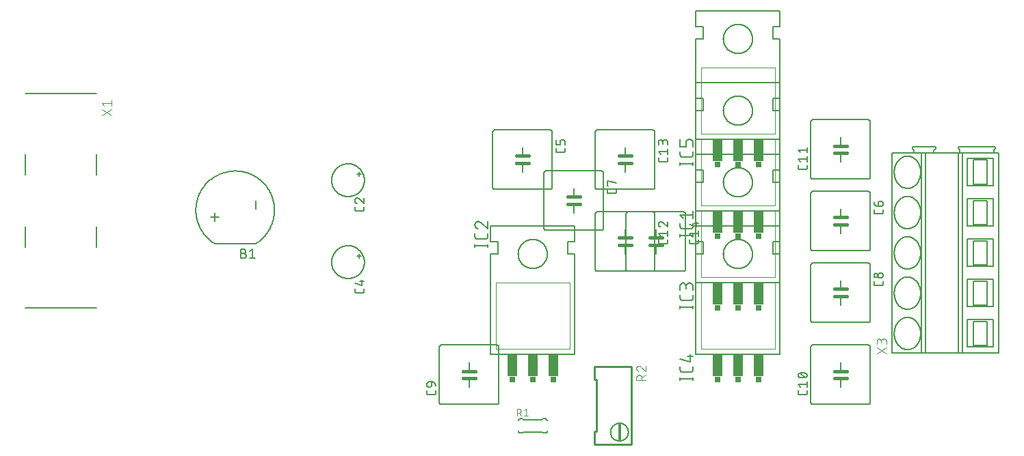
<source format=gbr>
G04 EAGLE Gerber RS-274X export*
G75*
%MOMM*%
%FSLAX34Y34*%
%LPD*%
%INSilkscreen Top*%
%IPPOS*%
%AMOC8*
5,1,8,0,0,1.08239X$1,22.5*%
G01*
%ADD10C,0.152400*%
%ADD11C,0.127000*%
%ADD12C,0.406400*%
%ADD13C,0.050800*%
%ADD14R,0.762000X0.635000*%
%ADD15R,1.270000X2.794000*%
%ADD16C,0.177800*%
%ADD17C,0.101600*%
%ADD18C,0.203200*%
%ADD19C,0.254000*%
%ADD20R,0.400000X2.100000*%


D10*
X304800Y289560D02*
X305806Y290193D01*
X306797Y290851D01*
X307771Y291533D01*
X308729Y292239D01*
X309669Y292967D01*
X310590Y293719D01*
X311493Y294493D01*
X312377Y295288D01*
X313241Y296105D01*
X314085Y296943D01*
X314908Y297802D01*
X315710Y298680D01*
X316490Y299577D01*
X317249Y300494D01*
X317984Y301428D01*
X318696Y302380D01*
X319385Y303350D01*
X320050Y304336D01*
X320691Y305338D01*
X321307Y306355D01*
X321897Y307387D01*
X322463Y308433D01*
X323003Y309493D01*
X323516Y310565D01*
X324004Y311650D01*
X324464Y312747D01*
X324898Y313854D01*
X325304Y314972D01*
X325683Y316099D01*
X326035Y317235D01*
X326358Y318379D01*
X326653Y319531D01*
X326920Y320690D01*
X327159Y321855D01*
X327369Y323026D01*
X327551Y324201D01*
X327703Y325380D01*
X327827Y326563D01*
X327922Y327748D01*
X327988Y328936D01*
X328025Y330125D01*
X328032Y331314D01*
X328011Y332503D01*
X327960Y333691D01*
X327881Y334877D01*
X327772Y336062D01*
X327635Y337243D01*
X327469Y338420D01*
X327274Y339594D01*
X327050Y340762D01*
X326798Y341924D01*
X326517Y343079D01*
X326209Y344228D01*
X325872Y345369D01*
X325508Y346501D01*
X325116Y347623D01*
X324696Y348736D01*
X324250Y349838D01*
X323777Y350929D01*
X323277Y352008D01*
X322751Y353075D01*
X322199Y354128D01*
X321622Y355168D01*
X321019Y356193D01*
X320391Y357203D01*
X319739Y358198D01*
X319063Y359176D01*
X318363Y360137D01*
X317640Y361081D01*
X316893Y362007D01*
X316125Y362915D01*
X315334Y363803D01*
X314522Y364672D01*
X313689Y365521D01*
X312836Y366349D01*
X311962Y367156D01*
X311069Y367941D01*
X310157Y368705D01*
X309227Y369445D01*
X308279Y370163D01*
X307314Y370858D01*
X306331Y371528D01*
X305333Y372175D01*
X304320Y372796D01*
X303291Y373393D01*
X302248Y373965D01*
X301191Y374511D01*
X300122Y375030D01*
X299040Y375524D01*
X297946Y375991D01*
X296841Y376431D01*
X295726Y376844D01*
X294601Y377229D01*
X293467Y377587D01*
X292325Y377917D01*
X291174Y378219D01*
X290017Y378493D01*
X288853Y378738D01*
X287684Y378955D01*
X286510Y379143D01*
X285331Y379303D01*
X284149Y379434D01*
X282965Y379535D01*
X281778Y379608D01*
X280589Y379651D01*
X279400Y379666D01*
X278211Y379651D01*
X277022Y379608D01*
X275835Y379535D01*
X274651Y379434D01*
X273469Y379303D01*
X272290Y379143D01*
X271116Y378955D01*
X269947Y378738D01*
X268783Y378493D01*
X267626Y378219D01*
X266475Y377917D01*
X265333Y377587D01*
X264199Y377229D01*
X263074Y376844D01*
X261959Y376431D01*
X260854Y375991D01*
X259760Y375524D01*
X258678Y375030D01*
X257609Y374511D01*
X256552Y373965D01*
X255509Y373393D01*
X254480Y372796D01*
X253467Y372175D01*
X252469Y371528D01*
X251486Y370858D01*
X250521Y370163D01*
X249573Y369445D01*
X248643Y368705D01*
X247731Y367941D01*
X246838Y367156D01*
X245964Y366349D01*
X245111Y365521D01*
X244278Y364672D01*
X243466Y363803D01*
X242675Y362915D01*
X241907Y362007D01*
X241160Y361081D01*
X240437Y360137D01*
X239737Y359176D01*
X239061Y358198D01*
X238409Y357203D01*
X237781Y356193D01*
X237178Y355168D01*
X236601Y354128D01*
X236049Y353075D01*
X235523Y352008D01*
X235023Y350929D01*
X234550Y349838D01*
X234104Y348736D01*
X233684Y347623D01*
X233292Y346501D01*
X232928Y345369D01*
X232591Y344228D01*
X232283Y343079D01*
X232002Y341924D01*
X231750Y340762D01*
X231526Y339594D01*
X231331Y338420D01*
X231165Y337243D01*
X231028Y336062D01*
X230919Y334877D01*
X230840Y333691D01*
X230789Y332503D01*
X230768Y331314D01*
X230775Y330125D01*
X230812Y328936D01*
X230878Y327748D01*
X230973Y326563D01*
X231097Y325380D01*
X231249Y324201D01*
X231431Y323026D01*
X231641Y321855D01*
X231880Y320690D01*
X232147Y319531D01*
X232442Y318379D01*
X232765Y317235D01*
X233117Y316099D01*
X233496Y314972D01*
X233902Y313854D01*
X234336Y312747D01*
X234796Y311650D01*
X235284Y310565D01*
X235797Y309493D01*
X236337Y308433D01*
X236903Y307387D01*
X237493Y306355D01*
X238109Y305338D01*
X238750Y304336D01*
X239415Y303350D01*
X240104Y302380D01*
X240816Y301428D01*
X241551Y300494D01*
X242310Y299577D01*
X243090Y298680D01*
X243892Y297802D01*
X244715Y296943D01*
X245559Y296105D01*
X246423Y295288D01*
X247307Y294493D01*
X248210Y293719D01*
X249131Y292967D01*
X250071Y292239D01*
X251029Y291533D01*
X252003Y290851D01*
X252994Y290193D01*
X254000Y289560D01*
X304800Y289560D01*
X254000Y317500D02*
X254000Y327660D01*
X259080Y322580D02*
X248920Y322580D01*
X304800Y332740D02*
X304800Y342900D01*
D11*
X289878Y277749D02*
X286703Y277749D01*
X289878Y277749D02*
X289989Y277747D01*
X290099Y277741D01*
X290210Y277732D01*
X290320Y277718D01*
X290429Y277701D01*
X290538Y277680D01*
X290646Y277655D01*
X290753Y277626D01*
X290859Y277594D01*
X290964Y277558D01*
X291067Y277518D01*
X291169Y277475D01*
X291270Y277428D01*
X291369Y277377D01*
X291466Y277324D01*
X291560Y277267D01*
X291653Y277206D01*
X291744Y277143D01*
X291833Y277076D01*
X291919Y277006D01*
X292002Y276933D01*
X292084Y276858D01*
X292162Y276780D01*
X292237Y276698D01*
X292310Y276615D01*
X292380Y276529D01*
X292447Y276440D01*
X292510Y276349D01*
X292571Y276256D01*
X292628Y276161D01*
X292681Y276065D01*
X292732Y275966D01*
X292779Y275865D01*
X292822Y275763D01*
X292862Y275660D01*
X292898Y275555D01*
X292930Y275449D01*
X292959Y275342D01*
X292984Y275234D01*
X293005Y275125D01*
X293022Y275016D01*
X293036Y274906D01*
X293045Y274795D01*
X293051Y274685D01*
X293053Y274574D01*
X293051Y274463D01*
X293045Y274353D01*
X293036Y274242D01*
X293022Y274132D01*
X293005Y274023D01*
X292984Y273914D01*
X292959Y273806D01*
X292930Y273699D01*
X292898Y273593D01*
X292862Y273488D01*
X292822Y273385D01*
X292779Y273283D01*
X292732Y273182D01*
X292681Y273083D01*
X292628Y272986D01*
X292571Y272892D01*
X292510Y272799D01*
X292447Y272708D01*
X292380Y272619D01*
X292310Y272533D01*
X292237Y272450D01*
X292162Y272368D01*
X292084Y272290D01*
X292002Y272215D01*
X291919Y272142D01*
X291833Y272072D01*
X291744Y272005D01*
X291653Y271942D01*
X291560Y271881D01*
X291466Y271824D01*
X291369Y271771D01*
X291270Y271720D01*
X291169Y271673D01*
X291067Y271630D01*
X290964Y271590D01*
X290859Y271554D01*
X290753Y271522D01*
X290646Y271493D01*
X290538Y271468D01*
X290429Y271447D01*
X290320Y271430D01*
X290210Y271416D01*
X290099Y271407D01*
X289989Y271401D01*
X289878Y271399D01*
X286703Y271399D01*
X286703Y282829D01*
X289878Y282829D01*
X289978Y282827D01*
X290077Y282821D01*
X290177Y282811D01*
X290275Y282798D01*
X290374Y282780D01*
X290471Y282759D01*
X290567Y282734D01*
X290663Y282705D01*
X290757Y282672D01*
X290850Y282636D01*
X290941Y282596D01*
X291031Y282552D01*
X291119Y282505D01*
X291205Y282455D01*
X291289Y282401D01*
X291371Y282344D01*
X291450Y282284D01*
X291528Y282220D01*
X291602Y282154D01*
X291674Y282085D01*
X291743Y282013D01*
X291809Y281939D01*
X291873Y281861D01*
X291933Y281782D01*
X291990Y281700D01*
X292044Y281616D01*
X292094Y281530D01*
X292141Y281442D01*
X292185Y281352D01*
X292225Y281261D01*
X292261Y281168D01*
X292294Y281074D01*
X292323Y280978D01*
X292348Y280882D01*
X292369Y280785D01*
X292387Y280686D01*
X292400Y280588D01*
X292410Y280488D01*
X292416Y280389D01*
X292418Y280289D01*
X292416Y280189D01*
X292410Y280090D01*
X292400Y279990D01*
X292387Y279892D01*
X292369Y279793D01*
X292348Y279696D01*
X292323Y279600D01*
X292294Y279504D01*
X292261Y279410D01*
X292225Y279317D01*
X292185Y279226D01*
X292141Y279136D01*
X292094Y279048D01*
X292044Y278962D01*
X291990Y278878D01*
X291933Y278796D01*
X291873Y278717D01*
X291809Y278639D01*
X291743Y278565D01*
X291674Y278493D01*
X291602Y278424D01*
X291528Y278358D01*
X291450Y278294D01*
X291371Y278234D01*
X291289Y278177D01*
X291205Y278123D01*
X291119Y278073D01*
X291031Y278026D01*
X290941Y277982D01*
X290850Y277942D01*
X290757Y277906D01*
X290663Y277873D01*
X290567Y277844D01*
X290471Y277819D01*
X290374Y277798D01*
X290275Y277780D01*
X290177Y277767D01*
X290077Y277757D01*
X289978Y277751D01*
X289878Y277749D01*
X297561Y280289D02*
X300736Y282829D01*
X300736Y271399D01*
X297561Y271399D02*
X303911Y271399D01*
D10*
X433070Y373380D02*
X433070Y378460D01*
X430530Y375920D02*
X435610Y375920D01*
X398780Y368300D02*
X398786Y368799D01*
X398804Y369297D01*
X398835Y369795D01*
X398878Y370292D01*
X398933Y370787D01*
X399000Y371282D01*
X399079Y371774D01*
X399170Y372264D01*
X399274Y372752D01*
X399389Y373237D01*
X399516Y373720D01*
X399655Y374199D01*
X399806Y374674D01*
X399968Y375146D01*
X400142Y375613D01*
X400327Y376076D01*
X400523Y376535D01*
X400731Y376988D01*
X400950Y377436D01*
X401179Y377879D01*
X401420Y378316D01*
X401671Y378747D01*
X401933Y379171D01*
X402205Y379589D01*
X402487Y380000D01*
X402779Y380405D01*
X403081Y380802D01*
X403392Y381191D01*
X403714Y381572D01*
X404044Y381946D01*
X404383Y382311D01*
X404732Y382668D01*
X405089Y383017D01*
X405454Y383356D01*
X405828Y383686D01*
X406209Y384008D01*
X406598Y384319D01*
X406995Y384621D01*
X407400Y384913D01*
X407811Y385195D01*
X408229Y385467D01*
X408653Y385729D01*
X409084Y385980D01*
X409521Y386221D01*
X409964Y386450D01*
X410412Y386669D01*
X410865Y386877D01*
X411324Y387073D01*
X411787Y387258D01*
X412254Y387432D01*
X412726Y387594D01*
X413201Y387745D01*
X413680Y387884D01*
X414163Y388011D01*
X414648Y388126D01*
X415136Y388230D01*
X415626Y388321D01*
X416118Y388400D01*
X416613Y388467D01*
X417108Y388522D01*
X417605Y388565D01*
X418103Y388596D01*
X418601Y388614D01*
X419100Y388620D01*
X419599Y388614D01*
X420097Y388596D01*
X420595Y388565D01*
X421092Y388522D01*
X421587Y388467D01*
X422082Y388400D01*
X422574Y388321D01*
X423064Y388230D01*
X423552Y388126D01*
X424037Y388011D01*
X424520Y387884D01*
X424999Y387745D01*
X425474Y387594D01*
X425946Y387432D01*
X426413Y387258D01*
X426876Y387073D01*
X427335Y386877D01*
X427788Y386669D01*
X428236Y386450D01*
X428679Y386221D01*
X429116Y385980D01*
X429547Y385729D01*
X429971Y385467D01*
X430389Y385195D01*
X430800Y384913D01*
X431205Y384621D01*
X431602Y384319D01*
X431991Y384008D01*
X432372Y383686D01*
X432746Y383356D01*
X433111Y383017D01*
X433468Y382668D01*
X433817Y382311D01*
X434156Y381946D01*
X434486Y381572D01*
X434808Y381191D01*
X435119Y380802D01*
X435421Y380405D01*
X435713Y380000D01*
X435995Y379589D01*
X436267Y379171D01*
X436529Y378747D01*
X436780Y378316D01*
X437021Y377879D01*
X437250Y377436D01*
X437469Y376988D01*
X437677Y376535D01*
X437873Y376076D01*
X438058Y375613D01*
X438232Y375146D01*
X438394Y374674D01*
X438545Y374199D01*
X438684Y373720D01*
X438811Y373237D01*
X438926Y372752D01*
X439030Y372264D01*
X439121Y371774D01*
X439200Y371282D01*
X439267Y370787D01*
X439322Y370292D01*
X439365Y369795D01*
X439396Y369297D01*
X439414Y368799D01*
X439420Y368300D01*
X439414Y367801D01*
X439396Y367303D01*
X439365Y366805D01*
X439322Y366308D01*
X439267Y365813D01*
X439200Y365318D01*
X439121Y364826D01*
X439030Y364336D01*
X438926Y363848D01*
X438811Y363363D01*
X438684Y362880D01*
X438545Y362401D01*
X438394Y361926D01*
X438232Y361454D01*
X438058Y360987D01*
X437873Y360524D01*
X437677Y360065D01*
X437469Y359612D01*
X437250Y359164D01*
X437021Y358721D01*
X436780Y358284D01*
X436529Y357853D01*
X436267Y357429D01*
X435995Y357011D01*
X435713Y356600D01*
X435421Y356195D01*
X435119Y355798D01*
X434808Y355409D01*
X434486Y355028D01*
X434156Y354654D01*
X433817Y354289D01*
X433468Y353932D01*
X433111Y353583D01*
X432746Y353244D01*
X432372Y352914D01*
X431991Y352592D01*
X431602Y352281D01*
X431205Y351979D01*
X430800Y351687D01*
X430389Y351405D01*
X429971Y351133D01*
X429547Y350871D01*
X429116Y350620D01*
X428679Y350379D01*
X428236Y350150D01*
X427788Y349931D01*
X427335Y349723D01*
X426876Y349527D01*
X426413Y349342D01*
X425946Y349168D01*
X425474Y349006D01*
X424999Y348855D01*
X424520Y348716D01*
X424037Y348589D01*
X423552Y348474D01*
X423064Y348370D01*
X422574Y348279D01*
X422082Y348200D01*
X421587Y348133D01*
X421092Y348078D01*
X420595Y348035D01*
X420097Y348004D01*
X419599Y347986D01*
X419100Y347980D01*
X418601Y347986D01*
X418103Y348004D01*
X417605Y348035D01*
X417108Y348078D01*
X416613Y348133D01*
X416118Y348200D01*
X415626Y348279D01*
X415136Y348370D01*
X414648Y348474D01*
X414163Y348589D01*
X413680Y348716D01*
X413201Y348855D01*
X412726Y349006D01*
X412254Y349168D01*
X411787Y349342D01*
X411324Y349527D01*
X410865Y349723D01*
X410412Y349931D01*
X409964Y350150D01*
X409521Y350379D01*
X409084Y350620D01*
X408653Y350871D01*
X408229Y351133D01*
X407811Y351405D01*
X407400Y351687D01*
X406995Y351979D01*
X406598Y352281D01*
X406209Y352592D01*
X405828Y352914D01*
X405454Y353244D01*
X405089Y353583D01*
X404732Y353932D01*
X404383Y354289D01*
X404044Y354654D01*
X403714Y355028D01*
X403392Y355409D01*
X403081Y355798D01*
X402779Y356195D01*
X402487Y356600D01*
X402205Y357011D01*
X401933Y357429D01*
X401671Y357853D01*
X401420Y358284D01*
X401179Y358721D01*
X400950Y359164D01*
X400731Y359612D01*
X400523Y360065D01*
X400327Y360524D01*
X400142Y360987D01*
X399968Y361454D01*
X399806Y361926D01*
X399655Y362401D01*
X399516Y362880D01*
X399389Y363363D01*
X399274Y363848D01*
X399170Y364336D01*
X399079Y364826D01*
X399000Y365318D01*
X398933Y365813D01*
X398878Y366308D01*
X398835Y366805D01*
X398804Y367303D01*
X398786Y367801D01*
X398780Y368300D01*
D11*
X438785Y335243D02*
X438785Y332703D01*
X438783Y332603D01*
X438777Y332504D01*
X438767Y332404D01*
X438754Y332306D01*
X438736Y332207D01*
X438715Y332110D01*
X438690Y332014D01*
X438661Y331918D01*
X438628Y331824D01*
X438592Y331731D01*
X438552Y331640D01*
X438508Y331550D01*
X438461Y331462D01*
X438411Y331376D01*
X438357Y331292D01*
X438300Y331210D01*
X438240Y331131D01*
X438176Y331053D01*
X438110Y330979D01*
X438041Y330907D01*
X437969Y330838D01*
X437895Y330772D01*
X437817Y330708D01*
X437738Y330648D01*
X437656Y330591D01*
X437572Y330537D01*
X437486Y330487D01*
X437398Y330440D01*
X437308Y330396D01*
X437217Y330356D01*
X437124Y330320D01*
X437030Y330287D01*
X436934Y330258D01*
X436838Y330233D01*
X436741Y330212D01*
X436642Y330194D01*
X436544Y330181D01*
X436444Y330171D01*
X436345Y330165D01*
X436245Y330163D01*
X429895Y330163D01*
X429795Y330165D01*
X429696Y330171D01*
X429596Y330181D01*
X429498Y330194D01*
X429399Y330212D01*
X429302Y330233D01*
X429206Y330258D01*
X429110Y330287D01*
X429016Y330320D01*
X428923Y330356D01*
X428832Y330396D01*
X428742Y330440D01*
X428654Y330487D01*
X428568Y330537D01*
X428484Y330591D01*
X428402Y330648D01*
X428323Y330708D01*
X428245Y330772D01*
X428171Y330838D01*
X428099Y330907D01*
X428030Y330979D01*
X427964Y331053D01*
X427900Y331131D01*
X427840Y331210D01*
X427783Y331292D01*
X427729Y331376D01*
X427679Y331462D01*
X427632Y331550D01*
X427588Y331640D01*
X427548Y331731D01*
X427512Y331824D01*
X427479Y331918D01*
X427450Y332014D01*
X427425Y332110D01*
X427404Y332207D01*
X427386Y332306D01*
X427373Y332404D01*
X427363Y332504D01*
X427357Y332603D01*
X427355Y332703D01*
X427355Y335243D01*
X427355Y343218D02*
X427357Y343322D01*
X427363Y343427D01*
X427372Y343531D01*
X427385Y343634D01*
X427403Y343737D01*
X427423Y343839D01*
X427448Y343941D01*
X427476Y344041D01*
X427508Y344141D01*
X427544Y344239D01*
X427583Y344336D01*
X427625Y344431D01*
X427671Y344525D01*
X427721Y344617D01*
X427773Y344707D01*
X427829Y344795D01*
X427889Y344881D01*
X427951Y344965D01*
X428016Y345046D01*
X428084Y345125D01*
X428156Y345202D01*
X428229Y345275D01*
X428306Y345347D01*
X428385Y345415D01*
X428466Y345480D01*
X428550Y345542D01*
X428636Y345602D01*
X428724Y345658D01*
X428814Y345710D01*
X428906Y345760D01*
X429000Y345806D01*
X429095Y345848D01*
X429192Y345887D01*
X429290Y345923D01*
X429390Y345955D01*
X429490Y345983D01*
X429592Y346008D01*
X429694Y346028D01*
X429797Y346046D01*
X429900Y346059D01*
X430004Y346068D01*
X430109Y346074D01*
X430213Y346076D01*
X427355Y343218D02*
X427357Y343100D01*
X427363Y342981D01*
X427372Y342863D01*
X427385Y342746D01*
X427403Y342629D01*
X427423Y342512D01*
X427448Y342396D01*
X427476Y342281D01*
X427509Y342168D01*
X427544Y342055D01*
X427584Y341943D01*
X427626Y341833D01*
X427673Y341724D01*
X427723Y341616D01*
X427776Y341511D01*
X427833Y341407D01*
X427893Y341305D01*
X427956Y341205D01*
X428023Y341107D01*
X428092Y341011D01*
X428165Y340918D01*
X428241Y340827D01*
X428319Y340738D01*
X428401Y340652D01*
X428485Y340569D01*
X428571Y340488D01*
X428661Y340411D01*
X428752Y340336D01*
X428846Y340264D01*
X428943Y340195D01*
X429041Y340130D01*
X429142Y340067D01*
X429245Y340008D01*
X429349Y339952D01*
X429455Y339900D01*
X429563Y339851D01*
X429672Y339806D01*
X429783Y339764D01*
X429895Y339726D01*
X432435Y345123D02*
X432360Y345199D01*
X432281Y345274D01*
X432200Y345345D01*
X432116Y345414D01*
X432030Y345479D01*
X431942Y345541D01*
X431852Y345601D01*
X431760Y345657D01*
X431665Y345710D01*
X431569Y345759D01*
X431471Y345805D01*
X431372Y345848D01*
X431271Y345887D01*
X431169Y345922D01*
X431066Y345954D01*
X430962Y345982D01*
X430857Y346007D01*
X430750Y346028D01*
X430644Y346045D01*
X430537Y346058D01*
X430429Y346067D01*
X430321Y346073D01*
X430213Y346075D01*
X432435Y345123D02*
X438785Y339725D01*
X438785Y346075D01*
D10*
X433070Y276860D02*
X433070Y271780D01*
X430530Y274320D02*
X435610Y274320D01*
X398780Y266700D02*
X398786Y267199D01*
X398804Y267697D01*
X398835Y268195D01*
X398878Y268692D01*
X398933Y269187D01*
X399000Y269682D01*
X399079Y270174D01*
X399170Y270664D01*
X399274Y271152D01*
X399389Y271637D01*
X399516Y272120D01*
X399655Y272599D01*
X399806Y273074D01*
X399968Y273546D01*
X400142Y274013D01*
X400327Y274476D01*
X400523Y274935D01*
X400731Y275388D01*
X400950Y275836D01*
X401179Y276279D01*
X401420Y276716D01*
X401671Y277147D01*
X401933Y277571D01*
X402205Y277989D01*
X402487Y278400D01*
X402779Y278805D01*
X403081Y279202D01*
X403392Y279591D01*
X403714Y279972D01*
X404044Y280346D01*
X404383Y280711D01*
X404732Y281068D01*
X405089Y281417D01*
X405454Y281756D01*
X405828Y282086D01*
X406209Y282408D01*
X406598Y282719D01*
X406995Y283021D01*
X407400Y283313D01*
X407811Y283595D01*
X408229Y283867D01*
X408653Y284129D01*
X409084Y284380D01*
X409521Y284621D01*
X409964Y284850D01*
X410412Y285069D01*
X410865Y285277D01*
X411324Y285473D01*
X411787Y285658D01*
X412254Y285832D01*
X412726Y285994D01*
X413201Y286145D01*
X413680Y286284D01*
X414163Y286411D01*
X414648Y286526D01*
X415136Y286630D01*
X415626Y286721D01*
X416118Y286800D01*
X416613Y286867D01*
X417108Y286922D01*
X417605Y286965D01*
X418103Y286996D01*
X418601Y287014D01*
X419100Y287020D01*
X419599Y287014D01*
X420097Y286996D01*
X420595Y286965D01*
X421092Y286922D01*
X421587Y286867D01*
X422082Y286800D01*
X422574Y286721D01*
X423064Y286630D01*
X423552Y286526D01*
X424037Y286411D01*
X424520Y286284D01*
X424999Y286145D01*
X425474Y285994D01*
X425946Y285832D01*
X426413Y285658D01*
X426876Y285473D01*
X427335Y285277D01*
X427788Y285069D01*
X428236Y284850D01*
X428679Y284621D01*
X429116Y284380D01*
X429547Y284129D01*
X429971Y283867D01*
X430389Y283595D01*
X430800Y283313D01*
X431205Y283021D01*
X431602Y282719D01*
X431991Y282408D01*
X432372Y282086D01*
X432746Y281756D01*
X433111Y281417D01*
X433468Y281068D01*
X433817Y280711D01*
X434156Y280346D01*
X434486Y279972D01*
X434808Y279591D01*
X435119Y279202D01*
X435421Y278805D01*
X435713Y278400D01*
X435995Y277989D01*
X436267Y277571D01*
X436529Y277147D01*
X436780Y276716D01*
X437021Y276279D01*
X437250Y275836D01*
X437469Y275388D01*
X437677Y274935D01*
X437873Y274476D01*
X438058Y274013D01*
X438232Y273546D01*
X438394Y273074D01*
X438545Y272599D01*
X438684Y272120D01*
X438811Y271637D01*
X438926Y271152D01*
X439030Y270664D01*
X439121Y270174D01*
X439200Y269682D01*
X439267Y269187D01*
X439322Y268692D01*
X439365Y268195D01*
X439396Y267697D01*
X439414Y267199D01*
X439420Y266700D01*
X439414Y266201D01*
X439396Y265703D01*
X439365Y265205D01*
X439322Y264708D01*
X439267Y264213D01*
X439200Y263718D01*
X439121Y263226D01*
X439030Y262736D01*
X438926Y262248D01*
X438811Y261763D01*
X438684Y261280D01*
X438545Y260801D01*
X438394Y260326D01*
X438232Y259854D01*
X438058Y259387D01*
X437873Y258924D01*
X437677Y258465D01*
X437469Y258012D01*
X437250Y257564D01*
X437021Y257121D01*
X436780Y256684D01*
X436529Y256253D01*
X436267Y255829D01*
X435995Y255411D01*
X435713Y255000D01*
X435421Y254595D01*
X435119Y254198D01*
X434808Y253809D01*
X434486Y253428D01*
X434156Y253054D01*
X433817Y252689D01*
X433468Y252332D01*
X433111Y251983D01*
X432746Y251644D01*
X432372Y251314D01*
X431991Y250992D01*
X431602Y250681D01*
X431205Y250379D01*
X430800Y250087D01*
X430389Y249805D01*
X429971Y249533D01*
X429547Y249271D01*
X429116Y249020D01*
X428679Y248779D01*
X428236Y248550D01*
X427788Y248331D01*
X427335Y248123D01*
X426876Y247927D01*
X426413Y247742D01*
X425946Y247568D01*
X425474Y247406D01*
X424999Y247255D01*
X424520Y247116D01*
X424037Y246989D01*
X423552Y246874D01*
X423064Y246770D01*
X422574Y246679D01*
X422082Y246600D01*
X421587Y246533D01*
X421092Y246478D01*
X420595Y246435D01*
X420097Y246404D01*
X419599Y246386D01*
X419100Y246380D01*
X418601Y246386D01*
X418103Y246404D01*
X417605Y246435D01*
X417108Y246478D01*
X416613Y246533D01*
X416118Y246600D01*
X415626Y246679D01*
X415136Y246770D01*
X414648Y246874D01*
X414163Y246989D01*
X413680Y247116D01*
X413201Y247255D01*
X412726Y247406D01*
X412254Y247568D01*
X411787Y247742D01*
X411324Y247927D01*
X410865Y248123D01*
X410412Y248331D01*
X409964Y248550D01*
X409521Y248779D01*
X409084Y249020D01*
X408653Y249271D01*
X408229Y249533D01*
X407811Y249805D01*
X407400Y250087D01*
X406995Y250379D01*
X406598Y250681D01*
X406209Y250992D01*
X405828Y251314D01*
X405454Y251644D01*
X405089Y251983D01*
X404732Y252332D01*
X404383Y252689D01*
X404044Y253054D01*
X403714Y253428D01*
X403392Y253809D01*
X403081Y254198D01*
X402779Y254595D01*
X402487Y255000D01*
X402205Y255411D01*
X401933Y255829D01*
X401671Y256253D01*
X401420Y256684D01*
X401179Y257121D01*
X400950Y257564D01*
X400731Y258012D01*
X400523Y258465D01*
X400327Y258924D01*
X400142Y259387D01*
X399968Y259854D01*
X399806Y260326D01*
X399655Y260801D01*
X399516Y261280D01*
X399389Y261763D01*
X399274Y262248D01*
X399170Y262736D01*
X399079Y263226D01*
X399000Y263718D01*
X398933Y264213D01*
X398878Y264708D01*
X398835Y265205D01*
X398804Y265703D01*
X398786Y266201D01*
X398780Y266700D01*
D11*
X438785Y233643D02*
X438785Y231103D01*
X438783Y231003D01*
X438777Y230904D01*
X438767Y230804D01*
X438754Y230706D01*
X438736Y230607D01*
X438715Y230510D01*
X438690Y230414D01*
X438661Y230318D01*
X438628Y230224D01*
X438592Y230131D01*
X438552Y230040D01*
X438508Y229950D01*
X438461Y229862D01*
X438411Y229776D01*
X438357Y229692D01*
X438300Y229610D01*
X438240Y229531D01*
X438176Y229453D01*
X438110Y229379D01*
X438041Y229307D01*
X437969Y229238D01*
X437895Y229172D01*
X437817Y229108D01*
X437738Y229048D01*
X437656Y228991D01*
X437572Y228937D01*
X437486Y228887D01*
X437398Y228840D01*
X437308Y228796D01*
X437217Y228756D01*
X437124Y228720D01*
X437030Y228687D01*
X436934Y228658D01*
X436838Y228633D01*
X436741Y228612D01*
X436642Y228594D01*
X436544Y228581D01*
X436444Y228571D01*
X436345Y228565D01*
X436245Y228563D01*
X429895Y228563D01*
X429795Y228565D01*
X429696Y228571D01*
X429596Y228581D01*
X429498Y228594D01*
X429399Y228612D01*
X429302Y228633D01*
X429206Y228658D01*
X429110Y228687D01*
X429016Y228720D01*
X428923Y228756D01*
X428832Y228796D01*
X428742Y228840D01*
X428654Y228887D01*
X428568Y228937D01*
X428484Y228991D01*
X428402Y229048D01*
X428323Y229108D01*
X428245Y229172D01*
X428171Y229238D01*
X428099Y229307D01*
X428030Y229379D01*
X427964Y229453D01*
X427900Y229531D01*
X427840Y229610D01*
X427783Y229692D01*
X427729Y229776D01*
X427679Y229862D01*
X427632Y229950D01*
X427588Y230040D01*
X427548Y230131D01*
X427512Y230224D01*
X427479Y230318D01*
X427450Y230414D01*
X427425Y230510D01*
X427404Y230607D01*
X427386Y230706D01*
X427373Y230804D01*
X427363Y230904D01*
X427357Y231003D01*
X427355Y231103D01*
X427355Y233643D01*
X427355Y240665D02*
X436245Y238125D01*
X436245Y244475D01*
X433705Y242570D02*
X438785Y242570D01*
D10*
X635000Y398272D02*
X635000Y408940D01*
D12*
X635000Y398272D02*
X642620Y398272D01*
X635000Y398272D02*
X627380Y398272D01*
X635000Y389382D02*
X642620Y389382D01*
D10*
X635000Y389382D02*
X635000Y378460D01*
D12*
X635000Y389382D02*
X627380Y389382D01*
D10*
X600710Y430530D02*
X669290Y430530D01*
X598170Y427990D02*
X598170Y359410D01*
X600710Y356870D02*
X669290Y356870D01*
X671830Y359410D02*
X671830Y427990D01*
X671830Y359410D02*
X671828Y359310D01*
X671822Y359211D01*
X671812Y359111D01*
X671799Y359013D01*
X671781Y358914D01*
X671760Y358817D01*
X671735Y358721D01*
X671706Y358625D01*
X671673Y358531D01*
X671637Y358438D01*
X671597Y358347D01*
X671553Y358257D01*
X671506Y358169D01*
X671456Y358083D01*
X671402Y357999D01*
X671345Y357917D01*
X671285Y357838D01*
X671221Y357760D01*
X671155Y357686D01*
X671086Y357614D01*
X671014Y357545D01*
X670940Y357479D01*
X670862Y357415D01*
X670783Y357355D01*
X670701Y357298D01*
X670617Y357244D01*
X670531Y357194D01*
X670443Y357147D01*
X670353Y357103D01*
X670262Y357063D01*
X670169Y357027D01*
X670075Y356994D01*
X669979Y356965D01*
X669883Y356940D01*
X669786Y356919D01*
X669687Y356901D01*
X669589Y356888D01*
X669489Y356878D01*
X669390Y356872D01*
X669290Y356870D01*
X600710Y356870D02*
X600610Y356872D01*
X600511Y356878D01*
X600411Y356888D01*
X600313Y356901D01*
X600214Y356919D01*
X600117Y356940D01*
X600021Y356965D01*
X599925Y356994D01*
X599831Y357027D01*
X599738Y357063D01*
X599647Y357103D01*
X599557Y357147D01*
X599469Y357194D01*
X599383Y357244D01*
X599299Y357298D01*
X599217Y357355D01*
X599138Y357415D01*
X599060Y357479D01*
X598986Y357545D01*
X598914Y357614D01*
X598845Y357686D01*
X598779Y357760D01*
X598715Y357838D01*
X598655Y357917D01*
X598598Y357999D01*
X598544Y358083D01*
X598494Y358169D01*
X598447Y358257D01*
X598403Y358347D01*
X598363Y358438D01*
X598327Y358531D01*
X598294Y358625D01*
X598265Y358721D01*
X598240Y358817D01*
X598219Y358914D01*
X598201Y359013D01*
X598188Y359111D01*
X598178Y359211D01*
X598172Y359310D01*
X598170Y359410D01*
X598170Y427990D02*
X598172Y428090D01*
X598178Y428189D01*
X598188Y428289D01*
X598201Y428387D01*
X598219Y428486D01*
X598240Y428583D01*
X598265Y428679D01*
X598294Y428775D01*
X598327Y428869D01*
X598363Y428962D01*
X598403Y429053D01*
X598447Y429143D01*
X598494Y429231D01*
X598544Y429317D01*
X598598Y429401D01*
X598655Y429483D01*
X598715Y429562D01*
X598779Y429640D01*
X598845Y429714D01*
X598914Y429786D01*
X598986Y429855D01*
X599060Y429921D01*
X599138Y429985D01*
X599217Y430045D01*
X599299Y430102D01*
X599383Y430156D01*
X599469Y430206D01*
X599557Y430253D01*
X599647Y430297D01*
X599738Y430337D01*
X599831Y430373D01*
X599925Y430406D01*
X600021Y430435D01*
X600117Y430460D01*
X600214Y430481D01*
X600313Y430499D01*
X600411Y430512D01*
X600511Y430522D01*
X600610Y430528D01*
X600710Y430530D01*
X669290Y430530D02*
X669390Y430528D01*
X669489Y430522D01*
X669589Y430512D01*
X669687Y430499D01*
X669786Y430481D01*
X669883Y430460D01*
X669979Y430435D01*
X670075Y430406D01*
X670169Y430373D01*
X670262Y430337D01*
X670353Y430297D01*
X670443Y430253D01*
X670531Y430206D01*
X670617Y430156D01*
X670701Y430102D01*
X670783Y430045D01*
X670862Y429985D01*
X670940Y429921D01*
X671014Y429855D01*
X671086Y429786D01*
X671155Y429714D01*
X671221Y429640D01*
X671285Y429562D01*
X671345Y429483D01*
X671402Y429401D01*
X671456Y429317D01*
X671506Y429231D01*
X671553Y429143D01*
X671597Y429053D01*
X671637Y428962D01*
X671673Y428869D01*
X671706Y428775D01*
X671735Y428679D01*
X671760Y428583D01*
X671781Y428486D01*
X671799Y428387D01*
X671812Y428289D01*
X671822Y428189D01*
X671828Y428090D01*
X671830Y427990D01*
D11*
X687705Y407633D02*
X687705Y405093D01*
X687703Y404993D01*
X687697Y404894D01*
X687687Y404794D01*
X687674Y404696D01*
X687656Y404597D01*
X687635Y404500D01*
X687610Y404404D01*
X687581Y404308D01*
X687548Y404214D01*
X687512Y404121D01*
X687472Y404030D01*
X687428Y403940D01*
X687381Y403852D01*
X687331Y403766D01*
X687277Y403682D01*
X687220Y403600D01*
X687160Y403521D01*
X687096Y403443D01*
X687030Y403369D01*
X686961Y403297D01*
X686889Y403228D01*
X686815Y403162D01*
X686737Y403098D01*
X686658Y403038D01*
X686576Y402981D01*
X686492Y402927D01*
X686406Y402877D01*
X686318Y402830D01*
X686228Y402786D01*
X686137Y402746D01*
X686044Y402710D01*
X685950Y402677D01*
X685854Y402648D01*
X685758Y402623D01*
X685661Y402602D01*
X685562Y402584D01*
X685464Y402571D01*
X685364Y402561D01*
X685265Y402555D01*
X685165Y402553D01*
X678815Y402553D01*
X678715Y402555D01*
X678616Y402561D01*
X678516Y402571D01*
X678418Y402584D01*
X678319Y402602D01*
X678222Y402623D01*
X678126Y402648D01*
X678030Y402677D01*
X677936Y402710D01*
X677843Y402746D01*
X677752Y402786D01*
X677662Y402830D01*
X677574Y402877D01*
X677488Y402927D01*
X677404Y402981D01*
X677322Y403038D01*
X677243Y403098D01*
X677165Y403162D01*
X677091Y403228D01*
X677019Y403297D01*
X676950Y403369D01*
X676884Y403443D01*
X676820Y403521D01*
X676760Y403600D01*
X676703Y403682D01*
X676649Y403766D01*
X676599Y403852D01*
X676552Y403940D01*
X676508Y404030D01*
X676468Y404121D01*
X676432Y404214D01*
X676399Y404308D01*
X676370Y404404D01*
X676345Y404500D01*
X676324Y404597D01*
X676306Y404696D01*
X676293Y404794D01*
X676283Y404894D01*
X676277Y404993D01*
X676275Y405093D01*
X676275Y407633D01*
X687705Y412115D02*
X687705Y415925D01*
X687703Y416025D01*
X687697Y416124D01*
X687687Y416224D01*
X687674Y416322D01*
X687656Y416421D01*
X687635Y416518D01*
X687610Y416614D01*
X687581Y416710D01*
X687548Y416804D01*
X687512Y416897D01*
X687472Y416988D01*
X687428Y417078D01*
X687381Y417166D01*
X687331Y417252D01*
X687277Y417336D01*
X687220Y417418D01*
X687160Y417497D01*
X687096Y417575D01*
X687030Y417649D01*
X686961Y417721D01*
X686889Y417790D01*
X686815Y417856D01*
X686737Y417920D01*
X686658Y417980D01*
X686576Y418037D01*
X686492Y418091D01*
X686406Y418141D01*
X686318Y418188D01*
X686228Y418232D01*
X686137Y418272D01*
X686044Y418308D01*
X685950Y418341D01*
X685854Y418370D01*
X685758Y418395D01*
X685661Y418416D01*
X685562Y418434D01*
X685464Y418447D01*
X685364Y418457D01*
X685265Y418463D01*
X685165Y418465D01*
X683895Y418465D01*
X683795Y418463D01*
X683696Y418457D01*
X683596Y418447D01*
X683498Y418434D01*
X683399Y418416D01*
X683302Y418395D01*
X683206Y418370D01*
X683110Y418341D01*
X683016Y418308D01*
X682923Y418272D01*
X682832Y418232D01*
X682742Y418188D01*
X682654Y418141D01*
X682568Y418091D01*
X682484Y418037D01*
X682402Y417980D01*
X682323Y417920D01*
X682245Y417856D01*
X682171Y417790D01*
X682099Y417721D01*
X682030Y417649D01*
X681964Y417575D01*
X681900Y417497D01*
X681840Y417418D01*
X681783Y417336D01*
X681729Y417252D01*
X681679Y417166D01*
X681632Y417078D01*
X681588Y416988D01*
X681548Y416897D01*
X681512Y416804D01*
X681479Y416710D01*
X681450Y416614D01*
X681425Y416518D01*
X681404Y416421D01*
X681386Y416322D01*
X681373Y416224D01*
X681363Y416124D01*
X681357Y416025D01*
X681355Y415925D01*
X681355Y412115D01*
X676275Y412115D01*
X676275Y418465D01*
D10*
X1028700Y332740D02*
X1028700Y322072D01*
D12*
X1036320Y322072D01*
X1028700Y322072D02*
X1021080Y322072D01*
X1028700Y313182D02*
X1036320Y313182D01*
D10*
X1028700Y313182D02*
X1028700Y302260D01*
D12*
X1028700Y313182D02*
X1021080Y313182D01*
D10*
X994410Y354330D02*
X1062990Y354330D01*
X991870Y351790D02*
X991870Y283210D01*
X994410Y280670D02*
X1062990Y280670D01*
X1065530Y283210D02*
X1065530Y351790D01*
X1065530Y283210D02*
X1065528Y283110D01*
X1065522Y283011D01*
X1065512Y282911D01*
X1065499Y282813D01*
X1065481Y282714D01*
X1065460Y282617D01*
X1065435Y282521D01*
X1065406Y282425D01*
X1065373Y282331D01*
X1065337Y282238D01*
X1065297Y282147D01*
X1065253Y282057D01*
X1065206Y281969D01*
X1065156Y281883D01*
X1065102Y281799D01*
X1065045Y281717D01*
X1064985Y281638D01*
X1064921Y281560D01*
X1064855Y281486D01*
X1064786Y281414D01*
X1064714Y281345D01*
X1064640Y281279D01*
X1064562Y281215D01*
X1064483Y281155D01*
X1064401Y281098D01*
X1064317Y281044D01*
X1064231Y280994D01*
X1064143Y280947D01*
X1064053Y280903D01*
X1063962Y280863D01*
X1063869Y280827D01*
X1063775Y280794D01*
X1063679Y280765D01*
X1063583Y280740D01*
X1063486Y280719D01*
X1063387Y280701D01*
X1063289Y280688D01*
X1063189Y280678D01*
X1063090Y280672D01*
X1062990Y280670D01*
X994410Y280670D02*
X994310Y280672D01*
X994211Y280678D01*
X994111Y280688D01*
X994013Y280701D01*
X993914Y280719D01*
X993817Y280740D01*
X993721Y280765D01*
X993625Y280794D01*
X993531Y280827D01*
X993438Y280863D01*
X993347Y280903D01*
X993257Y280947D01*
X993169Y280994D01*
X993083Y281044D01*
X992999Y281098D01*
X992917Y281155D01*
X992838Y281215D01*
X992760Y281279D01*
X992686Y281345D01*
X992614Y281414D01*
X992545Y281486D01*
X992479Y281560D01*
X992415Y281638D01*
X992355Y281717D01*
X992298Y281799D01*
X992244Y281883D01*
X992194Y281969D01*
X992147Y282057D01*
X992103Y282147D01*
X992063Y282238D01*
X992027Y282331D01*
X991994Y282425D01*
X991965Y282521D01*
X991940Y282617D01*
X991919Y282714D01*
X991901Y282813D01*
X991888Y282911D01*
X991878Y283011D01*
X991872Y283110D01*
X991870Y283210D01*
X991870Y351790D02*
X991872Y351890D01*
X991878Y351989D01*
X991888Y352089D01*
X991901Y352187D01*
X991919Y352286D01*
X991940Y352383D01*
X991965Y352479D01*
X991994Y352575D01*
X992027Y352669D01*
X992063Y352762D01*
X992103Y352853D01*
X992147Y352943D01*
X992194Y353031D01*
X992244Y353117D01*
X992298Y353201D01*
X992355Y353283D01*
X992415Y353362D01*
X992479Y353440D01*
X992545Y353514D01*
X992614Y353586D01*
X992686Y353655D01*
X992760Y353721D01*
X992838Y353785D01*
X992917Y353845D01*
X992999Y353902D01*
X993083Y353956D01*
X993169Y354006D01*
X993257Y354053D01*
X993347Y354097D01*
X993438Y354137D01*
X993531Y354173D01*
X993625Y354206D01*
X993721Y354235D01*
X993817Y354260D01*
X993914Y354281D01*
X994013Y354299D01*
X994111Y354312D01*
X994211Y354322D01*
X994310Y354328D01*
X994410Y354330D01*
X1062990Y354330D02*
X1063090Y354328D01*
X1063189Y354322D01*
X1063289Y354312D01*
X1063387Y354299D01*
X1063486Y354281D01*
X1063583Y354260D01*
X1063679Y354235D01*
X1063775Y354206D01*
X1063869Y354173D01*
X1063962Y354137D01*
X1064053Y354097D01*
X1064143Y354053D01*
X1064231Y354006D01*
X1064317Y353956D01*
X1064401Y353902D01*
X1064483Y353845D01*
X1064562Y353785D01*
X1064640Y353721D01*
X1064714Y353655D01*
X1064786Y353586D01*
X1064855Y353514D01*
X1064921Y353440D01*
X1064985Y353362D01*
X1065045Y353283D01*
X1065102Y353201D01*
X1065156Y353117D01*
X1065206Y353031D01*
X1065253Y352943D01*
X1065297Y352853D01*
X1065337Y352762D01*
X1065373Y352669D01*
X1065406Y352575D01*
X1065435Y352479D01*
X1065460Y352383D01*
X1065481Y352286D01*
X1065499Y352187D01*
X1065512Y352089D01*
X1065522Y351989D01*
X1065528Y351890D01*
X1065530Y351790D01*
D11*
X1081405Y331433D02*
X1081405Y328893D01*
X1081403Y328793D01*
X1081397Y328694D01*
X1081387Y328594D01*
X1081374Y328496D01*
X1081356Y328397D01*
X1081335Y328300D01*
X1081310Y328204D01*
X1081281Y328108D01*
X1081248Y328014D01*
X1081212Y327921D01*
X1081172Y327830D01*
X1081128Y327740D01*
X1081081Y327652D01*
X1081031Y327566D01*
X1080977Y327482D01*
X1080920Y327400D01*
X1080860Y327321D01*
X1080796Y327243D01*
X1080730Y327169D01*
X1080661Y327097D01*
X1080589Y327028D01*
X1080515Y326962D01*
X1080437Y326898D01*
X1080358Y326838D01*
X1080276Y326781D01*
X1080192Y326727D01*
X1080106Y326677D01*
X1080018Y326630D01*
X1079928Y326586D01*
X1079837Y326546D01*
X1079744Y326510D01*
X1079650Y326477D01*
X1079554Y326448D01*
X1079458Y326423D01*
X1079361Y326402D01*
X1079262Y326384D01*
X1079164Y326371D01*
X1079064Y326361D01*
X1078965Y326355D01*
X1078865Y326353D01*
X1072515Y326353D01*
X1072415Y326355D01*
X1072316Y326361D01*
X1072216Y326371D01*
X1072118Y326384D01*
X1072019Y326402D01*
X1071922Y326423D01*
X1071826Y326448D01*
X1071730Y326477D01*
X1071636Y326510D01*
X1071543Y326546D01*
X1071452Y326586D01*
X1071362Y326630D01*
X1071274Y326677D01*
X1071188Y326727D01*
X1071104Y326781D01*
X1071022Y326838D01*
X1070943Y326898D01*
X1070865Y326962D01*
X1070791Y327028D01*
X1070719Y327097D01*
X1070650Y327169D01*
X1070584Y327243D01*
X1070520Y327321D01*
X1070460Y327400D01*
X1070403Y327482D01*
X1070349Y327566D01*
X1070299Y327652D01*
X1070252Y327740D01*
X1070208Y327830D01*
X1070168Y327921D01*
X1070132Y328014D01*
X1070099Y328108D01*
X1070070Y328204D01*
X1070045Y328300D01*
X1070024Y328397D01*
X1070006Y328496D01*
X1069993Y328594D01*
X1069983Y328694D01*
X1069977Y328793D01*
X1069975Y328893D01*
X1069975Y331433D01*
X1075055Y335915D02*
X1075055Y339725D01*
X1075057Y339825D01*
X1075063Y339924D01*
X1075073Y340024D01*
X1075086Y340122D01*
X1075104Y340221D01*
X1075125Y340318D01*
X1075150Y340414D01*
X1075179Y340510D01*
X1075212Y340604D01*
X1075248Y340697D01*
X1075288Y340788D01*
X1075332Y340878D01*
X1075379Y340966D01*
X1075429Y341052D01*
X1075483Y341136D01*
X1075540Y341218D01*
X1075600Y341297D01*
X1075664Y341375D01*
X1075730Y341449D01*
X1075799Y341521D01*
X1075871Y341590D01*
X1075945Y341656D01*
X1076023Y341720D01*
X1076102Y341780D01*
X1076184Y341837D01*
X1076268Y341891D01*
X1076354Y341941D01*
X1076442Y341988D01*
X1076532Y342032D01*
X1076623Y342072D01*
X1076716Y342108D01*
X1076810Y342141D01*
X1076906Y342170D01*
X1077002Y342195D01*
X1077099Y342216D01*
X1077198Y342234D01*
X1077296Y342247D01*
X1077396Y342257D01*
X1077495Y342263D01*
X1077595Y342265D01*
X1078230Y342265D01*
X1078341Y342263D01*
X1078451Y342257D01*
X1078562Y342248D01*
X1078672Y342234D01*
X1078781Y342217D01*
X1078890Y342196D01*
X1078998Y342171D01*
X1079105Y342142D01*
X1079211Y342110D01*
X1079316Y342074D01*
X1079419Y342034D01*
X1079521Y341991D01*
X1079622Y341944D01*
X1079721Y341893D01*
X1079818Y341840D01*
X1079912Y341783D01*
X1080005Y341722D01*
X1080096Y341659D01*
X1080185Y341592D01*
X1080271Y341522D01*
X1080354Y341449D01*
X1080436Y341374D01*
X1080514Y341296D01*
X1080589Y341214D01*
X1080662Y341131D01*
X1080732Y341045D01*
X1080799Y340956D01*
X1080862Y340865D01*
X1080923Y340772D01*
X1080980Y340677D01*
X1081033Y340581D01*
X1081084Y340482D01*
X1081131Y340381D01*
X1081174Y340279D01*
X1081214Y340176D01*
X1081250Y340071D01*
X1081282Y339965D01*
X1081311Y339858D01*
X1081336Y339750D01*
X1081357Y339641D01*
X1081374Y339532D01*
X1081388Y339422D01*
X1081397Y339311D01*
X1081403Y339201D01*
X1081405Y339090D01*
X1081403Y338979D01*
X1081397Y338869D01*
X1081388Y338758D01*
X1081374Y338648D01*
X1081357Y338539D01*
X1081336Y338430D01*
X1081311Y338322D01*
X1081282Y338215D01*
X1081250Y338109D01*
X1081214Y338004D01*
X1081174Y337901D01*
X1081131Y337799D01*
X1081084Y337698D01*
X1081033Y337599D01*
X1080980Y337502D01*
X1080923Y337408D01*
X1080862Y337315D01*
X1080799Y337224D01*
X1080732Y337135D01*
X1080662Y337049D01*
X1080589Y336966D01*
X1080514Y336884D01*
X1080436Y336806D01*
X1080354Y336731D01*
X1080271Y336658D01*
X1080185Y336588D01*
X1080096Y336521D01*
X1080005Y336458D01*
X1079912Y336397D01*
X1079818Y336340D01*
X1079721Y336287D01*
X1079622Y336236D01*
X1079521Y336189D01*
X1079419Y336146D01*
X1079316Y336106D01*
X1079211Y336070D01*
X1079105Y336038D01*
X1078998Y336009D01*
X1078890Y335984D01*
X1078781Y335963D01*
X1078672Y335946D01*
X1078562Y335932D01*
X1078451Y335923D01*
X1078341Y335917D01*
X1078230Y335915D01*
X1075055Y335915D01*
X1074915Y335917D01*
X1074775Y335923D01*
X1074635Y335932D01*
X1074496Y335946D01*
X1074357Y335963D01*
X1074219Y335984D01*
X1074081Y336009D01*
X1073944Y336038D01*
X1073808Y336070D01*
X1073673Y336107D01*
X1073539Y336147D01*
X1073406Y336190D01*
X1073274Y336238D01*
X1073143Y336288D01*
X1073014Y336343D01*
X1072887Y336401D01*
X1072761Y336462D01*
X1072637Y336527D01*
X1072515Y336596D01*
X1072395Y336667D01*
X1072277Y336742D01*
X1072160Y336820D01*
X1072046Y336902D01*
X1071935Y336986D01*
X1071826Y337074D01*
X1071719Y337164D01*
X1071614Y337258D01*
X1071513Y337354D01*
X1071414Y337453D01*
X1071318Y337554D01*
X1071224Y337659D01*
X1071134Y337766D01*
X1071046Y337875D01*
X1070962Y337986D01*
X1070880Y338100D01*
X1070802Y338217D01*
X1070727Y338335D01*
X1070656Y338455D01*
X1070587Y338577D01*
X1070522Y338701D01*
X1070461Y338827D01*
X1070403Y338954D01*
X1070348Y339083D01*
X1070298Y339214D01*
X1070250Y339346D01*
X1070207Y339479D01*
X1070167Y339613D01*
X1070130Y339748D01*
X1070098Y339884D01*
X1070069Y340021D01*
X1070044Y340159D01*
X1070023Y340297D01*
X1070006Y340436D01*
X1069992Y340575D01*
X1069983Y340715D01*
X1069977Y340855D01*
X1069975Y340995D01*
D10*
X698500Y347472D02*
X698500Y358140D01*
D12*
X698500Y347472D02*
X706120Y347472D01*
X698500Y347472D02*
X690880Y347472D01*
X698500Y338582D02*
X706120Y338582D01*
D10*
X698500Y338582D02*
X698500Y327660D01*
D12*
X698500Y338582D02*
X690880Y338582D01*
D10*
X664210Y379730D02*
X732790Y379730D01*
X661670Y377190D02*
X661670Y308610D01*
X664210Y306070D02*
X732790Y306070D01*
X735330Y308610D02*
X735330Y377190D01*
X735330Y308610D02*
X735328Y308510D01*
X735322Y308411D01*
X735312Y308311D01*
X735299Y308213D01*
X735281Y308114D01*
X735260Y308017D01*
X735235Y307921D01*
X735206Y307825D01*
X735173Y307731D01*
X735137Y307638D01*
X735097Y307547D01*
X735053Y307457D01*
X735006Y307369D01*
X734956Y307283D01*
X734902Y307199D01*
X734845Y307117D01*
X734785Y307038D01*
X734721Y306960D01*
X734655Y306886D01*
X734586Y306814D01*
X734514Y306745D01*
X734440Y306679D01*
X734362Y306615D01*
X734283Y306555D01*
X734201Y306498D01*
X734117Y306444D01*
X734031Y306394D01*
X733943Y306347D01*
X733853Y306303D01*
X733762Y306263D01*
X733669Y306227D01*
X733575Y306194D01*
X733479Y306165D01*
X733383Y306140D01*
X733286Y306119D01*
X733187Y306101D01*
X733089Y306088D01*
X732989Y306078D01*
X732890Y306072D01*
X732790Y306070D01*
X664210Y306070D02*
X664110Y306072D01*
X664011Y306078D01*
X663911Y306088D01*
X663813Y306101D01*
X663714Y306119D01*
X663617Y306140D01*
X663521Y306165D01*
X663425Y306194D01*
X663331Y306227D01*
X663238Y306263D01*
X663147Y306303D01*
X663057Y306347D01*
X662969Y306394D01*
X662883Y306444D01*
X662799Y306498D01*
X662717Y306555D01*
X662638Y306615D01*
X662560Y306679D01*
X662486Y306745D01*
X662414Y306814D01*
X662345Y306886D01*
X662279Y306960D01*
X662215Y307038D01*
X662155Y307117D01*
X662098Y307199D01*
X662044Y307283D01*
X661994Y307369D01*
X661947Y307457D01*
X661903Y307547D01*
X661863Y307638D01*
X661827Y307731D01*
X661794Y307825D01*
X661765Y307921D01*
X661740Y308017D01*
X661719Y308114D01*
X661701Y308213D01*
X661688Y308311D01*
X661678Y308411D01*
X661672Y308510D01*
X661670Y308610D01*
X661670Y377190D02*
X661672Y377290D01*
X661678Y377389D01*
X661688Y377489D01*
X661701Y377587D01*
X661719Y377686D01*
X661740Y377783D01*
X661765Y377879D01*
X661794Y377975D01*
X661827Y378069D01*
X661863Y378162D01*
X661903Y378253D01*
X661947Y378343D01*
X661994Y378431D01*
X662044Y378517D01*
X662098Y378601D01*
X662155Y378683D01*
X662215Y378762D01*
X662279Y378840D01*
X662345Y378914D01*
X662414Y378986D01*
X662486Y379055D01*
X662560Y379121D01*
X662638Y379185D01*
X662717Y379245D01*
X662799Y379302D01*
X662883Y379356D01*
X662969Y379406D01*
X663057Y379453D01*
X663147Y379497D01*
X663238Y379537D01*
X663331Y379573D01*
X663425Y379606D01*
X663521Y379635D01*
X663617Y379660D01*
X663714Y379681D01*
X663813Y379699D01*
X663911Y379712D01*
X664011Y379722D01*
X664110Y379728D01*
X664210Y379730D01*
X732790Y379730D02*
X732890Y379728D01*
X732989Y379722D01*
X733089Y379712D01*
X733187Y379699D01*
X733286Y379681D01*
X733383Y379660D01*
X733479Y379635D01*
X733575Y379606D01*
X733669Y379573D01*
X733762Y379537D01*
X733853Y379497D01*
X733943Y379453D01*
X734031Y379406D01*
X734117Y379356D01*
X734201Y379302D01*
X734283Y379245D01*
X734362Y379185D01*
X734440Y379121D01*
X734514Y379055D01*
X734586Y378986D01*
X734655Y378914D01*
X734721Y378840D01*
X734785Y378762D01*
X734845Y378683D01*
X734902Y378601D01*
X734956Y378517D01*
X735006Y378431D01*
X735053Y378343D01*
X735097Y378253D01*
X735137Y378162D01*
X735173Y378069D01*
X735206Y377975D01*
X735235Y377879D01*
X735260Y377783D01*
X735281Y377686D01*
X735299Y377587D01*
X735312Y377489D01*
X735322Y377389D01*
X735328Y377290D01*
X735330Y377190D01*
D11*
X751205Y356833D02*
X751205Y354293D01*
X751203Y354193D01*
X751197Y354094D01*
X751187Y353994D01*
X751174Y353896D01*
X751156Y353797D01*
X751135Y353700D01*
X751110Y353604D01*
X751081Y353508D01*
X751048Y353414D01*
X751012Y353321D01*
X750972Y353230D01*
X750928Y353140D01*
X750881Y353052D01*
X750831Y352966D01*
X750777Y352882D01*
X750720Y352800D01*
X750660Y352721D01*
X750596Y352643D01*
X750530Y352569D01*
X750461Y352497D01*
X750389Y352428D01*
X750315Y352362D01*
X750237Y352298D01*
X750158Y352238D01*
X750076Y352181D01*
X749992Y352127D01*
X749906Y352077D01*
X749818Y352030D01*
X749728Y351986D01*
X749637Y351946D01*
X749544Y351910D01*
X749450Y351877D01*
X749354Y351848D01*
X749258Y351823D01*
X749161Y351802D01*
X749062Y351784D01*
X748964Y351771D01*
X748864Y351761D01*
X748765Y351755D01*
X748665Y351753D01*
X742315Y351753D01*
X742215Y351755D01*
X742116Y351761D01*
X742016Y351771D01*
X741918Y351784D01*
X741819Y351802D01*
X741722Y351823D01*
X741626Y351848D01*
X741530Y351877D01*
X741436Y351910D01*
X741343Y351946D01*
X741252Y351986D01*
X741162Y352030D01*
X741074Y352077D01*
X740988Y352127D01*
X740904Y352181D01*
X740822Y352238D01*
X740743Y352298D01*
X740665Y352362D01*
X740591Y352428D01*
X740519Y352497D01*
X740450Y352569D01*
X740384Y352643D01*
X740320Y352721D01*
X740260Y352800D01*
X740203Y352882D01*
X740149Y352966D01*
X740099Y353052D01*
X740052Y353140D01*
X740008Y353230D01*
X739968Y353321D01*
X739932Y353414D01*
X739899Y353508D01*
X739870Y353604D01*
X739845Y353700D01*
X739824Y353797D01*
X739806Y353896D01*
X739793Y353994D01*
X739783Y354094D01*
X739777Y354193D01*
X739775Y354293D01*
X739775Y356833D01*
X739775Y361315D02*
X741045Y361315D01*
X739775Y361315D02*
X739775Y367665D01*
X751205Y364490D01*
D10*
X1028700Y243840D02*
X1028700Y233172D01*
D12*
X1036320Y233172D01*
X1028700Y233172D02*
X1021080Y233172D01*
X1028700Y224282D02*
X1036320Y224282D01*
D10*
X1028700Y224282D02*
X1028700Y213360D01*
D12*
X1028700Y224282D02*
X1021080Y224282D01*
D10*
X994410Y265430D02*
X1062990Y265430D01*
X991870Y262890D02*
X991870Y194310D01*
X994410Y191770D02*
X1062990Y191770D01*
X1065530Y194310D02*
X1065530Y262890D01*
X1065530Y194310D02*
X1065528Y194210D01*
X1065522Y194111D01*
X1065512Y194011D01*
X1065499Y193913D01*
X1065481Y193814D01*
X1065460Y193717D01*
X1065435Y193621D01*
X1065406Y193525D01*
X1065373Y193431D01*
X1065337Y193338D01*
X1065297Y193247D01*
X1065253Y193157D01*
X1065206Y193069D01*
X1065156Y192983D01*
X1065102Y192899D01*
X1065045Y192817D01*
X1064985Y192738D01*
X1064921Y192660D01*
X1064855Y192586D01*
X1064786Y192514D01*
X1064714Y192445D01*
X1064640Y192379D01*
X1064562Y192315D01*
X1064483Y192255D01*
X1064401Y192198D01*
X1064317Y192144D01*
X1064231Y192094D01*
X1064143Y192047D01*
X1064053Y192003D01*
X1063962Y191963D01*
X1063869Y191927D01*
X1063775Y191894D01*
X1063679Y191865D01*
X1063583Y191840D01*
X1063486Y191819D01*
X1063387Y191801D01*
X1063289Y191788D01*
X1063189Y191778D01*
X1063090Y191772D01*
X1062990Y191770D01*
X994410Y191770D02*
X994310Y191772D01*
X994211Y191778D01*
X994111Y191788D01*
X994013Y191801D01*
X993914Y191819D01*
X993817Y191840D01*
X993721Y191865D01*
X993625Y191894D01*
X993531Y191927D01*
X993438Y191963D01*
X993347Y192003D01*
X993257Y192047D01*
X993169Y192094D01*
X993083Y192144D01*
X992999Y192198D01*
X992917Y192255D01*
X992838Y192315D01*
X992760Y192379D01*
X992686Y192445D01*
X992614Y192514D01*
X992545Y192586D01*
X992479Y192660D01*
X992415Y192738D01*
X992355Y192817D01*
X992298Y192899D01*
X992244Y192983D01*
X992194Y193069D01*
X992147Y193157D01*
X992103Y193247D01*
X992063Y193338D01*
X992027Y193431D01*
X991994Y193525D01*
X991965Y193621D01*
X991940Y193717D01*
X991919Y193814D01*
X991901Y193913D01*
X991888Y194011D01*
X991878Y194111D01*
X991872Y194210D01*
X991870Y194310D01*
X991870Y262890D02*
X991872Y262990D01*
X991878Y263089D01*
X991888Y263189D01*
X991901Y263287D01*
X991919Y263386D01*
X991940Y263483D01*
X991965Y263579D01*
X991994Y263675D01*
X992027Y263769D01*
X992063Y263862D01*
X992103Y263953D01*
X992147Y264043D01*
X992194Y264131D01*
X992244Y264217D01*
X992298Y264301D01*
X992355Y264383D01*
X992415Y264462D01*
X992479Y264540D01*
X992545Y264614D01*
X992614Y264686D01*
X992686Y264755D01*
X992760Y264821D01*
X992838Y264885D01*
X992917Y264945D01*
X992999Y265002D01*
X993083Y265056D01*
X993169Y265106D01*
X993257Y265153D01*
X993347Y265197D01*
X993438Y265237D01*
X993531Y265273D01*
X993625Y265306D01*
X993721Y265335D01*
X993817Y265360D01*
X993914Y265381D01*
X994013Y265399D01*
X994111Y265412D01*
X994211Y265422D01*
X994310Y265428D01*
X994410Y265430D01*
X1062990Y265430D02*
X1063090Y265428D01*
X1063189Y265422D01*
X1063289Y265412D01*
X1063387Y265399D01*
X1063486Y265381D01*
X1063583Y265360D01*
X1063679Y265335D01*
X1063775Y265306D01*
X1063869Y265273D01*
X1063962Y265237D01*
X1064053Y265197D01*
X1064143Y265153D01*
X1064231Y265106D01*
X1064317Y265056D01*
X1064401Y265002D01*
X1064483Y264945D01*
X1064562Y264885D01*
X1064640Y264821D01*
X1064714Y264755D01*
X1064786Y264686D01*
X1064855Y264614D01*
X1064921Y264540D01*
X1064985Y264462D01*
X1065045Y264383D01*
X1065102Y264301D01*
X1065156Y264217D01*
X1065206Y264131D01*
X1065253Y264043D01*
X1065297Y263953D01*
X1065337Y263862D01*
X1065373Y263769D01*
X1065406Y263675D01*
X1065435Y263579D01*
X1065460Y263483D01*
X1065481Y263386D01*
X1065499Y263287D01*
X1065512Y263189D01*
X1065522Y263089D01*
X1065528Y262990D01*
X1065530Y262890D01*
D11*
X1081405Y242533D02*
X1081405Y239993D01*
X1081403Y239893D01*
X1081397Y239794D01*
X1081387Y239694D01*
X1081374Y239596D01*
X1081356Y239497D01*
X1081335Y239400D01*
X1081310Y239304D01*
X1081281Y239208D01*
X1081248Y239114D01*
X1081212Y239021D01*
X1081172Y238930D01*
X1081128Y238840D01*
X1081081Y238752D01*
X1081031Y238666D01*
X1080977Y238582D01*
X1080920Y238500D01*
X1080860Y238421D01*
X1080796Y238343D01*
X1080730Y238269D01*
X1080661Y238197D01*
X1080589Y238128D01*
X1080515Y238062D01*
X1080437Y237998D01*
X1080358Y237938D01*
X1080276Y237881D01*
X1080192Y237827D01*
X1080106Y237777D01*
X1080018Y237730D01*
X1079928Y237686D01*
X1079837Y237646D01*
X1079744Y237610D01*
X1079650Y237577D01*
X1079554Y237548D01*
X1079458Y237523D01*
X1079361Y237502D01*
X1079262Y237484D01*
X1079164Y237471D01*
X1079064Y237461D01*
X1078965Y237455D01*
X1078865Y237453D01*
X1072515Y237453D01*
X1072415Y237455D01*
X1072316Y237461D01*
X1072216Y237471D01*
X1072118Y237484D01*
X1072019Y237502D01*
X1071922Y237523D01*
X1071826Y237548D01*
X1071730Y237577D01*
X1071636Y237610D01*
X1071543Y237646D01*
X1071452Y237686D01*
X1071362Y237730D01*
X1071274Y237777D01*
X1071188Y237827D01*
X1071104Y237881D01*
X1071022Y237938D01*
X1070943Y237998D01*
X1070865Y238062D01*
X1070791Y238128D01*
X1070719Y238197D01*
X1070650Y238269D01*
X1070584Y238343D01*
X1070520Y238421D01*
X1070460Y238500D01*
X1070403Y238582D01*
X1070349Y238666D01*
X1070299Y238752D01*
X1070252Y238840D01*
X1070208Y238930D01*
X1070168Y239021D01*
X1070132Y239114D01*
X1070099Y239208D01*
X1070070Y239304D01*
X1070045Y239400D01*
X1070024Y239497D01*
X1070006Y239596D01*
X1069993Y239694D01*
X1069983Y239794D01*
X1069977Y239893D01*
X1069975Y239993D01*
X1069975Y242533D01*
X1078230Y247015D02*
X1078119Y247017D01*
X1078009Y247023D01*
X1077898Y247032D01*
X1077788Y247046D01*
X1077679Y247063D01*
X1077570Y247084D01*
X1077462Y247109D01*
X1077355Y247138D01*
X1077249Y247170D01*
X1077144Y247206D01*
X1077041Y247246D01*
X1076939Y247289D01*
X1076838Y247336D01*
X1076739Y247387D01*
X1076643Y247440D01*
X1076548Y247497D01*
X1076455Y247558D01*
X1076364Y247621D01*
X1076275Y247688D01*
X1076189Y247758D01*
X1076106Y247831D01*
X1076024Y247906D01*
X1075946Y247984D01*
X1075871Y248066D01*
X1075798Y248149D01*
X1075728Y248235D01*
X1075661Y248324D01*
X1075598Y248415D01*
X1075537Y248508D01*
X1075480Y248603D01*
X1075427Y248699D01*
X1075376Y248798D01*
X1075329Y248899D01*
X1075286Y249001D01*
X1075246Y249104D01*
X1075210Y249209D01*
X1075178Y249315D01*
X1075149Y249422D01*
X1075124Y249530D01*
X1075103Y249639D01*
X1075086Y249748D01*
X1075072Y249858D01*
X1075063Y249969D01*
X1075057Y250079D01*
X1075055Y250190D01*
X1075057Y250301D01*
X1075063Y250411D01*
X1075072Y250522D01*
X1075086Y250632D01*
X1075103Y250741D01*
X1075124Y250850D01*
X1075149Y250958D01*
X1075178Y251065D01*
X1075210Y251171D01*
X1075246Y251276D01*
X1075286Y251379D01*
X1075329Y251481D01*
X1075376Y251582D01*
X1075427Y251681D01*
X1075480Y251778D01*
X1075537Y251872D01*
X1075598Y251965D01*
X1075661Y252056D01*
X1075728Y252145D01*
X1075798Y252231D01*
X1075871Y252314D01*
X1075946Y252396D01*
X1076024Y252474D01*
X1076106Y252549D01*
X1076189Y252622D01*
X1076275Y252692D01*
X1076364Y252759D01*
X1076455Y252822D01*
X1076548Y252883D01*
X1076643Y252940D01*
X1076739Y252993D01*
X1076838Y253044D01*
X1076939Y253091D01*
X1077041Y253134D01*
X1077144Y253174D01*
X1077249Y253210D01*
X1077355Y253242D01*
X1077462Y253271D01*
X1077570Y253296D01*
X1077679Y253317D01*
X1077788Y253334D01*
X1077898Y253348D01*
X1078009Y253357D01*
X1078119Y253363D01*
X1078230Y253365D01*
X1078341Y253363D01*
X1078451Y253357D01*
X1078562Y253348D01*
X1078672Y253334D01*
X1078781Y253317D01*
X1078890Y253296D01*
X1078998Y253271D01*
X1079105Y253242D01*
X1079211Y253210D01*
X1079316Y253174D01*
X1079419Y253134D01*
X1079521Y253091D01*
X1079622Y253044D01*
X1079721Y252993D01*
X1079818Y252940D01*
X1079912Y252883D01*
X1080005Y252822D01*
X1080096Y252759D01*
X1080185Y252692D01*
X1080271Y252622D01*
X1080354Y252549D01*
X1080436Y252474D01*
X1080514Y252396D01*
X1080589Y252314D01*
X1080662Y252231D01*
X1080732Y252145D01*
X1080799Y252056D01*
X1080862Y251965D01*
X1080923Y251872D01*
X1080980Y251777D01*
X1081033Y251681D01*
X1081084Y251582D01*
X1081131Y251481D01*
X1081174Y251379D01*
X1081214Y251276D01*
X1081250Y251171D01*
X1081282Y251065D01*
X1081311Y250958D01*
X1081336Y250850D01*
X1081357Y250741D01*
X1081374Y250632D01*
X1081388Y250522D01*
X1081397Y250411D01*
X1081403Y250301D01*
X1081405Y250190D01*
X1081403Y250079D01*
X1081397Y249969D01*
X1081388Y249858D01*
X1081374Y249748D01*
X1081357Y249639D01*
X1081336Y249530D01*
X1081311Y249422D01*
X1081282Y249315D01*
X1081250Y249209D01*
X1081214Y249104D01*
X1081174Y249001D01*
X1081131Y248899D01*
X1081084Y248798D01*
X1081033Y248699D01*
X1080980Y248602D01*
X1080923Y248508D01*
X1080862Y248415D01*
X1080799Y248324D01*
X1080732Y248235D01*
X1080662Y248149D01*
X1080589Y248066D01*
X1080514Y247984D01*
X1080436Y247906D01*
X1080354Y247831D01*
X1080271Y247758D01*
X1080185Y247688D01*
X1080096Y247621D01*
X1080005Y247558D01*
X1079912Y247497D01*
X1079818Y247440D01*
X1079721Y247387D01*
X1079622Y247336D01*
X1079521Y247289D01*
X1079419Y247246D01*
X1079316Y247206D01*
X1079211Y247170D01*
X1079105Y247138D01*
X1078998Y247109D01*
X1078890Y247084D01*
X1078781Y247063D01*
X1078672Y247046D01*
X1078562Y247032D01*
X1078451Y247023D01*
X1078341Y247017D01*
X1078230Y247015D01*
X1072515Y247650D02*
X1072415Y247652D01*
X1072316Y247658D01*
X1072216Y247668D01*
X1072118Y247681D01*
X1072019Y247699D01*
X1071922Y247720D01*
X1071826Y247745D01*
X1071730Y247774D01*
X1071636Y247807D01*
X1071543Y247843D01*
X1071452Y247883D01*
X1071362Y247927D01*
X1071274Y247974D01*
X1071188Y248024D01*
X1071104Y248078D01*
X1071022Y248135D01*
X1070943Y248195D01*
X1070865Y248259D01*
X1070791Y248325D01*
X1070719Y248394D01*
X1070650Y248466D01*
X1070584Y248540D01*
X1070520Y248618D01*
X1070460Y248697D01*
X1070403Y248779D01*
X1070349Y248863D01*
X1070299Y248949D01*
X1070252Y249037D01*
X1070208Y249127D01*
X1070168Y249218D01*
X1070132Y249311D01*
X1070099Y249405D01*
X1070070Y249501D01*
X1070045Y249597D01*
X1070024Y249694D01*
X1070006Y249793D01*
X1069993Y249891D01*
X1069983Y249991D01*
X1069977Y250090D01*
X1069975Y250190D01*
X1069977Y250290D01*
X1069983Y250389D01*
X1069993Y250489D01*
X1070006Y250587D01*
X1070024Y250686D01*
X1070045Y250783D01*
X1070070Y250879D01*
X1070099Y250975D01*
X1070132Y251069D01*
X1070168Y251162D01*
X1070208Y251253D01*
X1070252Y251343D01*
X1070299Y251431D01*
X1070349Y251517D01*
X1070403Y251601D01*
X1070460Y251683D01*
X1070520Y251762D01*
X1070584Y251840D01*
X1070650Y251914D01*
X1070719Y251986D01*
X1070791Y252055D01*
X1070865Y252121D01*
X1070943Y252185D01*
X1071022Y252245D01*
X1071104Y252302D01*
X1071188Y252356D01*
X1071274Y252406D01*
X1071362Y252453D01*
X1071452Y252497D01*
X1071543Y252537D01*
X1071636Y252573D01*
X1071730Y252606D01*
X1071826Y252635D01*
X1071922Y252660D01*
X1072019Y252681D01*
X1072118Y252699D01*
X1072216Y252712D01*
X1072316Y252722D01*
X1072415Y252728D01*
X1072515Y252730D01*
X1072615Y252728D01*
X1072714Y252722D01*
X1072814Y252712D01*
X1072912Y252699D01*
X1073011Y252681D01*
X1073108Y252660D01*
X1073204Y252635D01*
X1073300Y252606D01*
X1073394Y252573D01*
X1073487Y252537D01*
X1073578Y252497D01*
X1073668Y252453D01*
X1073756Y252406D01*
X1073842Y252356D01*
X1073926Y252302D01*
X1074008Y252245D01*
X1074087Y252185D01*
X1074165Y252121D01*
X1074239Y252055D01*
X1074311Y251986D01*
X1074380Y251914D01*
X1074446Y251840D01*
X1074510Y251762D01*
X1074570Y251683D01*
X1074627Y251601D01*
X1074681Y251517D01*
X1074731Y251431D01*
X1074778Y251343D01*
X1074822Y251253D01*
X1074862Y251162D01*
X1074898Y251069D01*
X1074931Y250975D01*
X1074960Y250879D01*
X1074985Y250783D01*
X1075006Y250686D01*
X1075024Y250587D01*
X1075037Y250489D01*
X1075047Y250389D01*
X1075053Y250290D01*
X1075055Y250190D01*
X1075053Y250090D01*
X1075047Y249991D01*
X1075037Y249891D01*
X1075024Y249793D01*
X1075006Y249694D01*
X1074985Y249597D01*
X1074960Y249501D01*
X1074931Y249405D01*
X1074898Y249311D01*
X1074862Y249218D01*
X1074822Y249127D01*
X1074778Y249037D01*
X1074731Y248949D01*
X1074681Y248863D01*
X1074627Y248779D01*
X1074570Y248697D01*
X1074510Y248618D01*
X1074446Y248540D01*
X1074380Y248466D01*
X1074311Y248394D01*
X1074239Y248325D01*
X1074165Y248259D01*
X1074087Y248195D01*
X1074008Y248135D01*
X1073926Y248078D01*
X1073842Y248024D01*
X1073756Y247974D01*
X1073668Y247927D01*
X1073578Y247883D01*
X1073487Y247843D01*
X1073394Y247807D01*
X1073300Y247774D01*
X1073204Y247745D01*
X1073108Y247720D01*
X1073011Y247699D01*
X1072912Y247681D01*
X1072814Y247668D01*
X1072714Y247658D01*
X1072615Y247652D01*
X1072515Y247650D01*
D10*
X568960Y122428D02*
X568960Y111760D01*
D12*
X568960Y122428D02*
X561340Y122428D01*
X568960Y122428D02*
X576580Y122428D01*
X568960Y131318D02*
X561340Y131318D01*
D10*
X568960Y131318D02*
X568960Y142240D01*
D12*
X568960Y131318D02*
X576580Y131318D01*
D10*
X603250Y90170D02*
X534670Y90170D01*
X605790Y92710D02*
X605790Y161290D01*
X603250Y163830D02*
X534670Y163830D01*
X532130Y161290D02*
X532130Y92710D01*
X532130Y161290D02*
X532132Y161390D01*
X532138Y161489D01*
X532148Y161589D01*
X532161Y161687D01*
X532179Y161786D01*
X532200Y161883D01*
X532225Y161979D01*
X532254Y162075D01*
X532287Y162169D01*
X532323Y162262D01*
X532363Y162353D01*
X532407Y162443D01*
X532454Y162531D01*
X532504Y162617D01*
X532558Y162701D01*
X532615Y162783D01*
X532675Y162862D01*
X532739Y162940D01*
X532805Y163014D01*
X532874Y163086D01*
X532946Y163155D01*
X533020Y163221D01*
X533098Y163285D01*
X533177Y163345D01*
X533259Y163402D01*
X533343Y163456D01*
X533429Y163506D01*
X533517Y163553D01*
X533607Y163597D01*
X533698Y163637D01*
X533791Y163673D01*
X533885Y163706D01*
X533981Y163735D01*
X534077Y163760D01*
X534174Y163781D01*
X534273Y163799D01*
X534371Y163812D01*
X534471Y163822D01*
X534570Y163828D01*
X534670Y163830D01*
X603250Y163830D02*
X603350Y163828D01*
X603449Y163822D01*
X603549Y163812D01*
X603647Y163799D01*
X603746Y163781D01*
X603843Y163760D01*
X603939Y163735D01*
X604035Y163706D01*
X604129Y163673D01*
X604222Y163637D01*
X604313Y163597D01*
X604403Y163553D01*
X604491Y163506D01*
X604577Y163456D01*
X604661Y163402D01*
X604743Y163345D01*
X604822Y163285D01*
X604900Y163221D01*
X604974Y163155D01*
X605046Y163086D01*
X605115Y163014D01*
X605181Y162940D01*
X605245Y162862D01*
X605305Y162783D01*
X605362Y162701D01*
X605416Y162617D01*
X605466Y162531D01*
X605513Y162443D01*
X605557Y162353D01*
X605597Y162262D01*
X605633Y162169D01*
X605666Y162075D01*
X605695Y161979D01*
X605720Y161883D01*
X605741Y161786D01*
X605759Y161687D01*
X605772Y161589D01*
X605782Y161489D01*
X605788Y161390D01*
X605790Y161290D01*
X605790Y92710D02*
X605788Y92610D01*
X605782Y92511D01*
X605772Y92411D01*
X605759Y92313D01*
X605741Y92214D01*
X605720Y92117D01*
X605695Y92021D01*
X605666Y91925D01*
X605633Y91831D01*
X605597Y91738D01*
X605557Y91647D01*
X605513Y91557D01*
X605466Y91469D01*
X605416Y91383D01*
X605362Y91299D01*
X605305Y91217D01*
X605245Y91138D01*
X605181Y91060D01*
X605115Y90986D01*
X605046Y90914D01*
X604974Y90845D01*
X604900Y90779D01*
X604822Y90715D01*
X604743Y90655D01*
X604661Y90598D01*
X604577Y90544D01*
X604491Y90494D01*
X604403Y90447D01*
X604313Y90403D01*
X604222Y90363D01*
X604129Y90327D01*
X604035Y90294D01*
X603939Y90265D01*
X603843Y90240D01*
X603746Y90219D01*
X603647Y90201D01*
X603549Y90188D01*
X603449Y90178D01*
X603350Y90172D01*
X603250Y90170D01*
X534670Y90170D02*
X534570Y90172D01*
X534471Y90178D01*
X534371Y90188D01*
X534273Y90201D01*
X534174Y90219D01*
X534077Y90240D01*
X533981Y90265D01*
X533885Y90294D01*
X533791Y90327D01*
X533698Y90363D01*
X533607Y90403D01*
X533517Y90447D01*
X533429Y90494D01*
X533343Y90544D01*
X533259Y90598D01*
X533177Y90655D01*
X533098Y90715D01*
X533020Y90779D01*
X532946Y90845D01*
X532874Y90914D01*
X532805Y90986D01*
X532739Y91060D01*
X532675Y91138D01*
X532615Y91217D01*
X532558Y91299D01*
X532504Y91383D01*
X532454Y91469D01*
X532407Y91557D01*
X532363Y91647D01*
X532323Y91738D01*
X532287Y91831D01*
X532254Y91925D01*
X532225Y92021D01*
X532200Y92117D01*
X532179Y92214D01*
X532161Y92313D01*
X532148Y92411D01*
X532138Y92511D01*
X532132Y92610D01*
X532130Y92710D01*
D11*
X527685Y104775D02*
X527685Y107315D01*
X527685Y104775D02*
X527683Y104675D01*
X527677Y104576D01*
X527667Y104476D01*
X527654Y104378D01*
X527636Y104279D01*
X527615Y104182D01*
X527590Y104086D01*
X527561Y103990D01*
X527528Y103896D01*
X527492Y103803D01*
X527452Y103712D01*
X527408Y103622D01*
X527361Y103534D01*
X527311Y103448D01*
X527257Y103364D01*
X527200Y103282D01*
X527140Y103203D01*
X527076Y103125D01*
X527010Y103051D01*
X526941Y102979D01*
X526869Y102910D01*
X526795Y102844D01*
X526717Y102780D01*
X526638Y102720D01*
X526556Y102663D01*
X526472Y102609D01*
X526386Y102559D01*
X526298Y102512D01*
X526208Y102468D01*
X526117Y102428D01*
X526024Y102392D01*
X525930Y102359D01*
X525834Y102330D01*
X525738Y102305D01*
X525641Y102284D01*
X525542Y102266D01*
X525444Y102253D01*
X525344Y102243D01*
X525245Y102237D01*
X525145Y102235D01*
X518795Y102235D01*
X518695Y102237D01*
X518596Y102243D01*
X518496Y102253D01*
X518398Y102266D01*
X518299Y102284D01*
X518202Y102305D01*
X518106Y102330D01*
X518010Y102359D01*
X517916Y102392D01*
X517823Y102428D01*
X517732Y102468D01*
X517642Y102512D01*
X517554Y102559D01*
X517468Y102609D01*
X517384Y102663D01*
X517302Y102720D01*
X517223Y102780D01*
X517145Y102844D01*
X517071Y102910D01*
X516999Y102979D01*
X516930Y103051D01*
X516864Y103125D01*
X516800Y103203D01*
X516740Y103282D01*
X516683Y103364D01*
X516629Y103448D01*
X516579Y103534D01*
X516532Y103622D01*
X516488Y103712D01*
X516448Y103803D01*
X516412Y103896D01*
X516379Y103990D01*
X516350Y104086D01*
X516325Y104182D01*
X516304Y104279D01*
X516286Y104378D01*
X516273Y104476D01*
X516263Y104576D01*
X516257Y104675D01*
X516255Y104775D01*
X516255Y107315D01*
X522605Y114337D02*
X522605Y118147D01*
X522605Y114337D02*
X522603Y114237D01*
X522597Y114138D01*
X522587Y114038D01*
X522574Y113940D01*
X522556Y113841D01*
X522535Y113744D01*
X522510Y113648D01*
X522481Y113552D01*
X522448Y113458D01*
X522412Y113365D01*
X522372Y113274D01*
X522328Y113184D01*
X522281Y113096D01*
X522231Y113010D01*
X522177Y112926D01*
X522120Y112844D01*
X522060Y112765D01*
X521996Y112687D01*
X521930Y112613D01*
X521861Y112541D01*
X521789Y112472D01*
X521715Y112406D01*
X521637Y112342D01*
X521558Y112282D01*
X521476Y112225D01*
X521392Y112171D01*
X521306Y112121D01*
X521218Y112074D01*
X521128Y112030D01*
X521037Y111990D01*
X520944Y111954D01*
X520850Y111921D01*
X520754Y111892D01*
X520658Y111867D01*
X520561Y111846D01*
X520462Y111828D01*
X520364Y111815D01*
X520264Y111805D01*
X520165Y111799D01*
X520065Y111797D01*
X519430Y111797D01*
X519319Y111799D01*
X519209Y111805D01*
X519098Y111814D01*
X518988Y111828D01*
X518879Y111845D01*
X518770Y111866D01*
X518662Y111891D01*
X518555Y111920D01*
X518449Y111952D01*
X518344Y111988D01*
X518241Y112028D01*
X518139Y112071D01*
X518038Y112118D01*
X517939Y112169D01*
X517843Y112222D01*
X517748Y112279D01*
X517655Y112340D01*
X517564Y112403D01*
X517475Y112470D01*
X517389Y112540D01*
X517306Y112613D01*
X517224Y112688D01*
X517146Y112766D01*
X517071Y112848D01*
X516998Y112931D01*
X516928Y113017D01*
X516861Y113106D01*
X516798Y113197D01*
X516737Y113290D01*
X516680Y113384D01*
X516627Y113481D01*
X516576Y113580D01*
X516529Y113681D01*
X516486Y113783D01*
X516446Y113886D01*
X516410Y113991D01*
X516378Y114097D01*
X516349Y114204D01*
X516324Y114312D01*
X516303Y114421D01*
X516286Y114530D01*
X516272Y114640D01*
X516263Y114751D01*
X516257Y114861D01*
X516255Y114972D01*
X516257Y115083D01*
X516263Y115193D01*
X516272Y115304D01*
X516286Y115414D01*
X516303Y115523D01*
X516324Y115632D01*
X516349Y115740D01*
X516378Y115847D01*
X516410Y115953D01*
X516446Y116058D01*
X516486Y116161D01*
X516529Y116263D01*
X516576Y116364D01*
X516627Y116463D01*
X516680Y116560D01*
X516737Y116654D01*
X516798Y116747D01*
X516861Y116838D01*
X516928Y116927D01*
X516998Y117013D01*
X517071Y117096D01*
X517146Y117178D01*
X517224Y117256D01*
X517306Y117331D01*
X517389Y117404D01*
X517475Y117474D01*
X517564Y117541D01*
X517655Y117604D01*
X517748Y117665D01*
X517843Y117722D01*
X517939Y117775D01*
X518038Y117826D01*
X518139Y117873D01*
X518241Y117916D01*
X518344Y117956D01*
X518449Y117992D01*
X518555Y118024D01*
X518662Y118053D01*
X518770Y118078D01*
X518879Y118099D01*
X518988Y118116D01*
X519098Y118130D01*
X519209Y118139D01*
X519319Y118145D01*
X519430Y118147D01*
X522605Y118147D01*
X522745Y118145D01*
X522885Y118139D01*
X523025Y118130D01*
X523164Y118116D01*
X523303Y118099D01*
X523441Y118078D01*
X523579Y118053D01*
X523716Y118024D01*
X523852Y117992D01*
X523987Y117955D01*
X524121Y117915D01*
X524254Y117872D01*
X524386Y117824D01*
X524517Y117774D01*
X524646Y117719D01*
X524773Y117661D01*
X524899Y117600D01*
X525023Y117535D01*
X525145Y117466D01*
X525265Y117395D01*
X525383Y117320D01*
X525500Y117242D01*
X525614Y117160D01*
X525725Y117076D01*
X525834Y116988D01*
X525941Y116898D01*
X526046Y116804D01*
X526147Y116708D01*
X526246Y116609D01*
X526342Y116508D01*
X526436Y116403D01*
X526526Y116296D01*
X526614Y116187D01*
X526698Y116076D01*
X526780Y115962D01*
X526858Y115845D01*
X526933Y115727D01*
X527004Y115607D01*
X527073Y115485D01*
X527138Y115361D01*
X527199Y115235D01*
X527257Y115108D01*
X527312Y114979D01*
X527362Y114848D01*
X527410Y114716D01*
X527453Y114583D01*
X527493Y114449D01*
X527530Y114314D01*
X527562Y114178D01*
X527591Y114041D01*
X527616Y113903D01*
X527637Y113765D01*
X527654Y113626D01*
X527668Y113487D01*
X527677Y113347D01*
X527683Y113207D01*
X527685Y113067D01*
D10*
X849630Y330200D02*
X953770Y330200D01*
X953770Y488950D02*
X849630Y488950D01*
X953770Y454660D02*
X953770Y330200D01*
X953770Y454660D02*
X944880Y454660D01*
X944880Y469900D01*
X953770Y469900D01*
X953770Y488950D01*
X849630Y454660D02*
X849630Y330200D01*
X849630Y454660D02*
X858520Y454660D01*
X858520Y469900D01*
X849630Y469900D01*
X849630Y488950D01*
D13*
X855980Y336550D02*
X947420Y336550D01*
X947420Y419100D01*
X855980Y419100D01*
X855980Y336550D01*
D10*
X883666Y454660D02*
X883671Y455103D01*
X883688Y455545D01*
X883715Y455987D01*
X883753Y456428D01*
X883802Y456868D01*
X883861Y457306D01*
X883932Y457743D01*
X884013Y458178D01*
X884104Y458611D01*
X884206Y459042D01*
X884319Y459470D01*
X884443Y459895D01*
X884576Y460317D01*
X884720Y460735D01*
X884874Y461150D01*
X885039Y461561D01*
X885213Y461968D01*
X885397Y462371D01*
X885592Y462768D01*
X885795Y463161D01*
X886009Y463549D01*
X886232Y463931D01*
X886464Y464308D01*
X886705Y464679D01*
X886956Y465044D01*
X887215Y465403D01*
X887483Y465755D01*
X887760Y466101D01*
X888044Y466439D01*
X888338Y466771D01*
X888639Y467095D01*
X888948Y467412D01*
X889265Y467721D01*
X889589Y468022D01*
X889921Y468316D01*
X890259Y468600D01*
X890605Y468877D01*
X890957Y469145D01*
X891316Y469404D01*
X891681Y469655D01*
X892052Y469896D01*
X892429Y470128D01*
X892811Y470351D01*
X893199Y470565D01*
X893592Y470768D01*
X893989Y470963D01*
X894392Y471147D01*
X894799Y471321D01*
X895210Y471486D01*
X895625Y471640D01*
X896043Y471784D01*
X896465Y471917D01*
X896890Y472041D01*
X897318Y472154D01*
X897749Y472256D01*
X898182Y472347D01*
X898617Y472428D01*
X899054Y472499D01*
X899492Y472558D01*
X899932Y472607D01*
X900373Y472645D01*
X900815Y472672D01*
X901257Y472689D01*
X901700Y472694D01*
X902143Y472689D01*
X902585Y472672D01*
X903027Y472645D01*
X903468Y472607D01*
X903908Y472558D01*
X904346Y472499D01*
X904783Y472428D01*
X905218Y472347D01*
X905651Y472256D01*
X906082Y472154D01*
X906510Y472041D01*
X906935Y471917D01*
X907357Y471784D01*
X907775Y471640D01*
X908190Y471486D01*
X908601Y471321D01*
X909008Y471147D01*
X909411Y470963D01*
X909808Y470768D01*
X910201Y470565D01*
X910589Y470351D01*
X910971Y470128D01*
X911348Y469896D01*
X911719Y469655D01*
X912084Y469404D01*
X912443Y469145D01*
X912795Y468877D01*
X913141Y468600D01*
X913479Y468316D01*
X913811Y468022D01*
X914135Y467721D01*
X914452Y467412D01*
X914761Y467095D01*
X915062Y466771D01*
X915356Y466439D01*
X915640Y466101D01*
X915917Y465755D01*
X916185Y465403D01*
X916444Y465044D01*
X916695Y464679D01*
X916936Y464308D01*
X917168Y463931D01*
X917391Y463549D01*
X917605Y463161D01*
X917808Y462768D01*
X918003Y462371D01*
X918187Y461968D01*
X918361Y461561D01*
X918526Y461150D01*
X918680Y460735D01*
X918824Y460317D01*
X918957Y459895D01*
X919081Y459470D01*
X919194Y459042D01*
X919296Y458611D01*
X919387Y458178D01*
X919468Y457743D01*
X919539Y457306D01*
X919598Y456868D01*
X919647Y456428D01*
X919685Y455987D01*
X919712Y455545D01*
X919729Y455103D01*
X919734Y454660D01*
X919729Y454217D01*
X919712Y453775D01*
X919685Y453333D01*
X919647Y452892D01*
X919598Y452452D01*
X919539Y452014D01*
X919468Y451577D01*
X919387Y451142D01*
X919296Y450709D01*
X919194Y450278D01*
X919081Y449850D01*
X918957Y449425D01*
X918824Y449003D01*
X918680Y448585D01*
X918526Y448170D01*
X918361Y447759D01*
X918187Y447352D01*
X918003Y446949D01*
X917808Y446552D01*
X917605Y446159D01*
X917391Y445771D01*
X917168Y445389D01*
X916936Y445012D01*
X916695Y444641D01*
X916444Y444276D01*
X916185Y443917D01*
X915917Y443565D01*
X915640Y443219D01*
X915356Y442881D01*
X915062Y442549D01*
X914761Y442225D01*
X914452Y441908D01*
X914135Y441599D01*
X913811Y441298D01*
X913479Y441004D01*
X913141Y440720D01*
X912795Y440443D01*
X912443Y440175D01*
X912084Y439916D01*
X911719Y439665D01*
X911348Y439424D01*
X910971Y439192D01*
X910589Y438969D01*
X910201Y438755D01*
X909808Y438552D01*
X909411Y438357D01*
X909008Y438173D01*
X908601Y437999D01*
X908190Y437834D01*
X907775Y437680D01*
X907357Y437536D01*
X906935Y437403D01*
X906510Y437279D01*
X906082Y437166D01*
X905651Y437064D01*
X905218Y436973D01*
X904783Y436892D01*
X904346Y436821D01*
X903908Y436762D01*
X903468Y436713D01*
X903027Y436675D01*
X902585Y436648D01*
X902143Y436631D01*
X901700Y436626D01*
X901257Y436631D01*
X900815Y436648D01*
X900373Y436675D01*
X899932Y436713D01*
X899492Y436762D01*
X899054Y436821D01*
X898617Y436892D01*
X898182Y436973D01*
X897749Y437064D01*
X897318Y437166D01*
X896890Y437279D01*
X896465Y437403D01*
X896043Y437536D01*
X895625Y437680D01*
X895210Y437834D01*
X894799Y437999D01*
X894392Y438173D01*
X893989Y438357D01*
X893592Y438552D01*
X893199Y438755D01*
X892811Y438969D01*
X892429Y439192D01*
X892052Y439424D01*
X891681Y439665D01*
X891316Y439916D01*
X890957Y440175D01*
X890605Y440443D01*
X890259Y440720D01*
X889921Y441004D01*
X889589Y441298D01*
X889265Y441599D01*
X888948Y441908D01*
X888639Y442225D01*
X888338Y442549D01*
X888044Y442881D01*
X887760Y443219D01*
X887483Y443565D01*
X887215Y443917D01*
X886956Y444276D01*
X886705Y444641D01*
X886464Y445012D01*
X886232Y445389D01*
X886009Y445771D01*
X885795Y446159D01*
X885592Y446552D01*
X885397Y446949D01*
X885213Y447352D01*
X885039Y447759D01*
X884874Y448170D01*
X884720Y448585D01*
X884576Y449003D01*
X884443Y449425D01*
X884319Y449850D01*
X884206Y450278D01*
X884104Y450709D01*
X884013Y451142D01*
X883932Y451577D01*
X883861Y452014D01*
X883802Y452452D01*
X883753Y452892D01*
X883715Y453333D01*
X883688Y453775D01*
X883671Y454217D01*
X883666Y454660D01*
D14*
X927100Y299085D03*
X901700Y299085D03*
X876300Y299085D03*
D15*
X876300Y316230D03*
X901700Y316230D03*
X927100Y316230D03*
D16*
X846201Y299847D02*
X830199Y299847D01*
X846201Y298069D02*
X846201Y301625D01*
X830199Y301625D02*
X830199Y298069D01*
X846201Y311419D02*
X846201Y314975D01*
X846201Y311419D02*
X846199Y311303D01*
X846193Y311186D01*
X846184Y311070D01*
X846171Y310955D01*
X846154Y310840D01*
X846133Y310725D01*
X846108Y310612D01*
X846080Y310499D01*
X846048Y310387D01*
X846012Y310276D01*
X845973Y310166D01*
X845930Y310058D01*
X845884Y309951D01*
X845834Y309846D01*
X845781Y309743D01*
X845725Y309641D01*
X845665Y309541D01*
X845602Y309443D01*
X845535Y309348D01*
X845466Y309254D01*
X845394Y309163D01*
X845319Y309074D01*
X845240Y308988D01*
X845159Y308905D01*
X845076Y308824D01*
X844990Y308745D01*
X844901Y308670D01*
X844810Y308598D01*
X844716Y308529D01*
X844621Y308462D01*
X844523Y308399D01*
X844423Y308339D01*
X844321Y308283D01*
X844218Y308230D01*
X844113Y308180D01*
X844006Y308134D01*
X843898Y308091D01*
X843788Y308052D01*
X843677Y308016D01*
X843565Y307984D01*
X843452Y307956D01*
X843339Y307931D01*
X843224Y307910D01*
X843109Y307893D01*
X842994Y307880D01*
X842878Y307871D01*
X842761Y307865D01*
X842645Y307863D01*
X833755Y307863D01*
X833639Y307865D01*
X833522Y307871D01*
X833406Y307880D01*
X833291Y307893D01*
X833176Y307910D01*
X833061Y307931D01*
X832948Y307956D01*
X832835Y307984D01*
X832723Y308016D01*
X832612Y308052D01*
X832502Y308091D01*
X832394Y308134D01*
X832287Y308180D01*
X832182Y308230D01*
X832079Y308283D01*
X831977Y308339D01*
X831877Y308399D01*
X831779Y308462D01*
X831684Y308529D01*
X831590Y308598D01*
X831499Y308670D01*
X831410Y308745D01*
X831324Y308824D01*
X831241Y308905D01*
X831160Y308988D01*
X831081Y309074D01*
X831006Y309163D01*
X830934Y309254D01*
X830865Y309348D01*
X830798Y309443D01*
X830735Y309541D01*
X830675Y309641D01*
X830619Y309743D01*
X830566Y309846D01*
X830516Y309951D01*
X830470Y310058D01*
X830427Y310166D01*
X830388Y310276D01*
X830352Y310387D01*
X830320Y310499D01*
X830292Y310612D01*
X830267Y310725D01*
X830246Y310840D01*
X830229Y310955D01*
X830216Y311070D01*
X830207Y311186D01*
X830201Y311303D01*
X830199Y311419D01*
X830199Y314975D01*
X833755Y320933D02*
X830199Y325378D01*
X846201Y325378D01*
X846201Y320933D02*
X846201Y329823D01*
D10*
X849630Y241300D02*
X953770Y241300D01*
X953770Y400050D02*
X849630Y400050D01*
X953770Y365760D02*
X953770Y241300D01*
X953770Y365760D02*
X944880Y365760D01*
X944880Y381000D01*
X953770Y381000D01*
X953770Y400050D01*
X849630Y365760D02*
X849630Y241300D01*
X849630Y365760D02*
X858520Y365760D01*
X858520Y381000D01*
X849630Y381000D01*
X849630Y400050D01*
D13*
X855980Y247650D02*
X947420Y247650D01*
X947420Y330200D01*
X855980Y330200D01*
X855980Y247650D01*
D10*
X883666Y365760D02*
X883671Y366203D01*
X883688Y366645D01*
X883715Y367087D01*
X883753Y367528D01*
X883802Y367968D01*
X883861Y368406D01*
X883932Y368843D01*
X884013Y369278D01*
X884104Y369711D01*
X884206Y370142D01*
X884319Y370570D01*
X884443Y370995D01*
X884576Y371417D01*
X884720Y371835D01*
X884874Y372250D01*
X885039Y372661D01*
X885213Y373068D01*
X885397Y373471D01*
X885592Y373868D01*
X885795Y374261D01*
X886009Y374649D01*
X886232Y375031D01*
X886464Y375408D01*
X886705Y375779D01*
X886956Y376144D01*
X887215Y376503D01*
X887483Y376855D01*
X887760Y377201D01*
X888044Y377539D01*
X888338Y377871D01*
X888639Y378195D01*
X888948Y378512D01*
X889265Y378821D01*
X889589Y379122D01*
X889921Y379416D01*
X890259Y379700D01*
X890605Y379977D01*
X890957Y380245D01*
X891316Y380504D01*
X891681Y380755D01*
X892052Y380996D01*
X892429Y381228D01*
X892811Y381451D01*
X893199Y381665D01*
X893592Y381868D01*
X893989Y382063D01*
X894392Y382247D01*
X894799Y382421D01*
X895210Y382586D01*
X895625Y382740D01*
X896043Y382884D01*
X896465Y383017D01*
X896890Y383141D01*
X897318Y383254D01*
X897749Y383356D01*
X898182Y383447D01*
X898617Y383528D01*
X899054Y383599D01*
X899492Y383658D01*
X899932Y383707D01*
X900373Y383745D01*
X900815Y383772D01*
X901257Y383789D01*
X901700Y383794D01*
X902143Y383789D01*
X902585Y383772D01*
X903027Y383745D01*
X903468Y383707D01*
X903908Y383658D01*
X904346Y383599D01*
X904783Y383528D01*
X905218Y383447D01*
X905651Y383356D01*
X906082Y383254D01*
X906510Y383141D01*
X906935Y383017D01*
X907357Y382884D01*
X907775Y382740D01*
X908190Y382586D01*
X908601Y382421D01*
X909008Y382247D01*
X909411Y382063D01*
X909808Y381868D01*
X910201Y381665D01*
X910589Y381451D01*
X910971Y381228D01*
X911348Y380996D01*
X911719Y380755D01*
X912084Y380504D01*
X912443Y380245D01*
X912795Y379977D01*
X913141Y379700D01*
X913479Y379416D01*
X913811Y379122D01*
X914135Y378821D01*
X914452Y378512D01*
X914761Y378195D01*
X915062Y377871D01*
X915356Y377539D01*
X915640Y377201D01*
X915917Y376855D01*
X916185Y376503D01*
X916444Y376144D01*
X916695Y375779D01*
X916936Y375408D01*
X917168Y375031D01*
X917391Y374649D01*
X917605Y374261D01*
X917808Y373868D01*
X918003Y373471D01*
X918187Y373068D01*
X918361Y372661D01*
X918526Y372250D01*
X918680Y371835D01*
X918824Y371417D01*
X918957Y370995D01*
X919081Y370570D01*
X919194Y370142D01*
X919296Y369711D01*
X919387Y369278D01*
X919468Y368843D01*
X919539Y368406D01*
X919598Y367968D01*
X919647Y367528D01*
X919685Y367087D01*
X919712Y366645D01*
X919729Y366203D01*
X919734Y365760D01*
X919729Y365317D01*
X919712Y364875D01*
X919685Y364433D01*
X919647Y363992D01*
X919598Y363552D01*
X919539Y363114D01*
X919468Y362677D01*
X919387Y362242D01*
X919296Y361809D01*
X919194Y361378D01*
X919081Y360950D01*
X918957Y360525D01*
X918824Y360103D01*
X918680Y359685D01*
X918526Y359270D01*
X918361Y358859D01*
X918187Y358452D01*
X918003Y358049D01*
X917808Y357652D01*
X917605Y357259D01*
X917391Y356871D01*
X917168Y356489D01*
X916936Y356112D01*
X916695Y355741D01*
X916444Y355376D01*
X916185Y355017D01*
X915917Y354665D01*
X915640Y354319D01*
X915356Y353981D01*
X915062Y353649D01*
X914761Y353325D01*
X914452Y353008D01*
X914135Y352699D01*
X913811Y352398D01*
X913479Y352104D01*
X913141Y351820D01*
X912795Y351543D01*
X912443Y351275D01*
X912084Y351016D01*
X911719Y350765D01*
X911348Y350524D01*
X910971Y350292D01*
X910589Y350069D01*
X910201Y349855D01*
X909808Y349652D01*
X909411Y349457D01*
X909008Y349273D01*
X908601Y349099D01*
X908190Y348934D01*
X907775Y348780D01*
X907357Y348636D01*
X906935Y348503D01*
X906510Y348379D01*
X906082Y348266D01*
X905651Y348164D01*
X905218Y348073D01*
X904783Y347992D01*
X904346Y347921D01*
X903908Y347862D01*
X903468Y347813D01*
X903027Y347775D01*
X902585Y347748D01*
X902143Y347731D01*
X901700Y347726D01*
X901257Y347731D01*
X900815Y347748D01*
X900373Y347775D01*
X899932Y347813D01*
X899492Y347862D01*
X899054Y347921D01*
X898617Y347992D01*
X898182Y348073D01*
X897749Y348164D01*
X897318Y348266D01*
X896890Y348379D01*
X896465Y348503D01*
X896043Y348636D01*
X895625Y348780D01*
X895210Y348934D01*
X894799Y349099D01*
X894392Y349273D01*
X893989Y349457D01*
X893592Y349652D01*
X893199Y349855D01*
X892811Y350069D01*
X892429Y350292D01*
X892052Y350524D01*
X891681Y350765D01*
X891316Y351016D01*
X890957Y351275D01*
X890605Y351543D01*
X890259Y351820D01*
X889921Y352104D01*
X889589Y352398D01*
X889265Y352699D01*
X888948Y353008D01*
X888639Y353325D01*
X888338Y353649D01*
X888044Y353981D01*
X887760Y354319D01*
X887483Y354665D01*
X887215Y355017D01*
X886956Y355376D01*
X886705Y355741D01*
X886464Y356112D01*
X886232Y356489D01*
X886009Y356871D01*
X885795Y357259D01*
X885592Y357652D01*
X885397Y358049D01*
X885213Y358452D01*
X885039Y358859D01*
X884874Y359270D01*
X884720Y359685D01*
X884576Y360103D01*
X884443Y360525D01*
X884319Y360950D01*
X884206Y361378D01*
X884104Y361809D01*
X884013Y362242D01*
X883932Y362677D01*
X883861Y363114D01*
X883802Y363552D01*
X883753Y363992D01*
X883715Y364433D01*
X883688Y364875D01*
X883671Y365317D01*
X883666Y365760D01*
D14*
X927100Y210185D03*
X901700Y210185D03*
X876300Y210185D03*
D15*
X876300Y227330D03*
X901700Y227330D03*
X927100Y227330D03*
D16*
X846201Y210947D02*
X830199Y210947D01*
X846201Y209169D02*
X846201Y212725D01*
X830199Y212725D02*
X830199Y209169D01*
X846201Y222519D02*
X846201Y226075D01*
X846201Y222519D02*
X846199Y222403D01*
X846193Y222286D01*
X846184Y222170D01*
X846171Y222055D01*
X846154Y221940D01*
X846133Y221825D01*
X846108Y221712D01*
X846080Y221599D01*
X846048Y221487D01*
X846012Y221376D01*
X845973Y221266D01*
X845930Y221158D01*
X845884Y221051D01*
X845834Y220946D01*
X845781Y220843D01*
X845725Y220741D01*
X845665Y220641D01*
X845602Y220543D01*
X845535Y220448D01*
X845466Y220354D01*
X845394Y220263D01*
X845319Y220174D01*
X845240Y220088D01*
X845159Y220005D01*
X845076Y219924D01*
X844990Y219845D01*
X844901Y219770D01*
X844810Y219698D01*
X844716Y219629D01*
X844621Y219562D01*
X844523Y219499D01*
X844423Y219439D01*
X844321Y219383D01*
X844218Y219330D01*
X844113Y219280D01*
X844006Y219234D01*
X843898Y219191D01*
X843788Y219152D01*
X843677Y219116D01*
X843565Y219084D01*
X843452Y219056D01*
X843339Y219031D01*
X843224Y219010D01*
X843109Y218993D01*
X842994Y218980D01*
X842878Y218971D01*
X842761Y218965D01*
X842645Y218963D01*
X833755Y218963D01*
X833639Y218965D01*
X833522Y218971D01*
X833406Y218980D01*
X833291Y218993D01*
X833176Y219010D01*
X833061Y219031D01*
X832948Y219056D01*
X832835Y219084D01*
X832723Y219116D01*
X832612Y219152D01*
X832502Y219191D01*
X832394Y219234D01*
X832287Y219280D01*
X832182Y219330D01*
X832079Y219383D01*
X831977Y219439D01*
X831877Y219499D01*
X831779Y219562D01*
X831684Y219629D01*
X831590Y219698D01*
X831499Y219770D01*
X831410Y219845D01*
X831324Y219924D01*
X831241Y220005D01*
X831160Y220088D01*
X831081Y220174D01*
X831006Y220263D01*
X830934Y220354D01*
X830865Y220448D01*
X830798Y220543D01*
X830735Y220641D01*
X830675Y220741D01*
X830619Y220843D01*
X830566Y220946D01*
X830516Y221051D01*
X830470Y221158D01*
X830427Y221266D01*
X830388Y221376D01*
X830352Y221487D01*
X830320Y221599D01*
X830292Y221712D01*
X830267Y221825D01*
X830246Y221940D01*
X830229Y222055D01*
X830216Y222170D01*
X830207Y222286D01*
X830201Y222403D01*
X830199Y222519D01*
X830199Y226075D01*
X846201Y232033D02*
X846201Y236478D01*
X846199Y236610D01*
X846193Y236741D01*
X846183Y236873D01*
X846170Y237004D01*
X846152Y237134D01*
X846131Y237264D01*
X846106Y237394D01*
X846077Y237522D01*
X846044Y237650D01*
X846007Y237776D01*
X845967Y237902D01*
X845923Y238026D01*
X845875Y238149D01*
X845824Y238270D01*
X845769Y238390D01*
X845711Y238508D01*
X845649Y238624D01*
X845583Y238738D01*
X845515Y238851D01*
X845443Y238961D01*
X845368Y239069D01*
X845289Y239175D01*
X845208Y239279D01*
X845123Y239380D01*
X845036Y239478D01*
X844945Y239574D01*
X844852Y239667D01*
X844756Y239758D01*
X844658Y239845D01*
X844557Y239930D01*
X844453Y240011D01*
X844347Y240090D01*
X844239Y240165D01*
X844129Y240237D01*
X844016Y240305D01*
X843902Y240371D01*
X843786Y240433D01*
X843668Y240491D01*
X843548Y240546D01*
X843427Y240597D01*
X843304Y240645D01*
X843180Y240689D01*
X843054Y240729D01*
X842928Y240766D01*
X842800Y240799D01*
X842672Y240828D01*
X842542Y240853D01*
X842412Y240874D01*
X842282Y240892D01*
X842151Y240905D01*
X842019Y240915D01*
X841888Y240921D01*
X841756Y240923D01*
X841624Y240921D01*
X841493Y240915D01*
X841361Y240905D01*
X841230Y240892D01*
X841100Y240874D01*
X840970Y240853D01*
X840840Y240828D01*
X840712Y240799D01*
X840584Y240766D01*
X840458Y240729D01*
X840332Y240689D01*
X840208Y240645D01*
X840085Y240597D01*
X839964Y240546D01*
X839844Y240491D01*
X839726Y240433D01*
X839610Y240371D01*
X839496Y240305D01*
X839383Y240237D01*
X839273Y240165D01*
X839165Y240090D01*
X839059Y240011D01*
X838955Y239930D01*
X838854Y239845D01*
X838756Y239758D01*
X838660Y239667D01*
X838567Y239574D01*
X838476Y239478D01*
X838389Y239380D01*
X838304Y239279D01*
X838223Y239175D01*
X838144Y239069D01*
X838069Y238961D01*
X837997Y238851D01*
X837929Y238738D01*
X837863Y238624D01*
X837801Y238508D01*
X837743Y238390D01*
X837688Y238270D01*
X837637Y238149D01*
X837589Y238026D01*
X837545Y237902D01*
X837505Y237776D01*
X837468Y237650D01*
X837435Y237522D01*
X837406Y237394D01*
X837381Y237264D01*
X837360Y237134D01*
X837342Y237004D01*
X837329Y236873D01*
X837319Y236741D01*
X837313Y236610D01*
X837311Y236478D01*
X830199Y237367D02*
X830199Y232033D01*
X830199Y237367D02*
X830201Y237485D01*
X830207Y237602D01*
X830216Y237719D01*
X830230Y237836D01*
X830247Y237952D01*
X830269Y238068D01*
X830294Y238183D01*
X830323Y238297D01*
X830355Y238410D01*
X830392Y238522D01*
X830432Y238632D01*
X830475Y238741D01*
X830523Y238849D01*
X830573Y238955D01*
X830628Y239059D01*
X830685Y239162D01*
X830746Y239262D01*
X830811Y239361D01*
X830878Y239457D01*
X830949Y239551D01*
X831023Y239643D01*
X831099Y239732D01*
X831179Y239818D01*
X831261Y239902D01*
X831347Y239983D01*
X831434Y240061D01*
X831525Y240137D01*
X831618Y240209D01*
X831713Y240278D01*
X831810Y240344D01*
X831910Y240407D01*
X832011Y240466D01*
X832114Y240522D01*
X832220Y240574D01*
X832327Y240623D01*
X832435Y240669D01*
X832545Y240711D01*
X832656Y240749D01*
X832769Y240783D01*
X832882Y240814D01*
X832997Y240841D01*
X833112Y240864D01*
X833228Y240884D01*
X833344Y240899D01*
X833461Y240911D01*
X833579Y240919D01*
X833696Y240923D01*
X833814Y240923D01*
X833931Y240919D01*
X834049Y240911D01*
X834166Y240899D01*
X834282Y240884D01*
X834398Y240864D01*
X834513Y240841D01*
X834628Y240814D01*
X834741Y240783D01*
X834854Y240749D01*
X834965Y240711D01*
X835075Y240669D01*
X835183Y240623D01*
X835290Y240574D01*
X835396Y240522D01*
X835499Y240466D01*
X835600Y240407D01*
X835700Y240344D01*
X835797Y240278D01*
X835892Y240209D01*
X835985Y240137D01*
X836076Y240061D01*
X836163Y239983D01*
X836249Y239902D01*
X836331Y239818D01*
X836411Y239732D01*
X836487Y239643D01*
X836561Y239551D01*
X836632Y239457D01*
X836699Y239361D01*
X836764Y239262D01*
X836825Y239162D01*
X836882Y239059D01*
X836937Y238955D01*
X836987Y238849D01*
X837035Y238741D01*
X837078Y238632D01*
X837118Y238522D01*
X837155Y238410D01*
X837187Y238297D01*
X837216Y238183D01*
X837241Y238068D01*
X837263Y237952D01*
X837280Y237836D01*
X837294Y237719D01*
X837303Y237602D01*
X837309Y237485D01*
X837311Y237367D01*
X837311Y233811D01*
D10*
X632460Y72390D02*
X632360Y72388D01*
X632261Y72382D01*
X632161Y72372D01*
X632063Y72359D01*
X631964Y72341D01*
X631867Y72320D01*
X631771Y72295D01*
X631675Y72266D01*
X631581Y72233D01*
X631488Y72197D01*
X631397Y72157D01*
X631307Y72113D01*
X631219Y72066D01*
X631133Y72016D01*
X631049Y71962D01*
X630967Y71905D01*
X630888Y71845D01*
X630810Y71781D01*
X630736Y71715D01*
X630664Y71646D01*
X630595Y71574D01*
X630529Y71500D01*
X630465Y71422D01*
X630405Y71343D01*
X630348Y71261D01*
X630294Y71177D01*
X630244Y71091D01*
X630197Y71003D01*
X630153Y70913D01*
X630113Y70822D01*
X630077Y70729D01*
X630044Y70635D01*
X630015Y70539D01*
X629990Y70443D01*
X629969Y70346D01*
X629951Y70247D01*
X629938Y70149D01*
X629928Y70049D01*
X629922Y69950D01*
X629920Y69850D01*
X629920Y57150D02*
X629922Y57050D01*
X629928Y56951D01*
X629938Y56851D01*
X629951Y56753D01*
X629969Y56654D01*
X629990Y56557D01*
X630015Y56461D01*
X630044Y56365D01*
X630077Y56271D01*
X630113Y56178D01*
X630153Y56087D01*
X630197Y55997D01*
X630244Y55909D01*
X630294Y55823D01*
X630348Y55739D01*
X630405Y55657D01*
X630465Y55578D01*
X630529Y55500D01*
X630595Y55426D01*
X630664Y55354D01*
X630736Y55285D01*
X630810Y55219D01*
X630888Y55155D01*
X630967Y55095D01*
X631049Y55038D01*
X631133Y54984D01*
X631219Y54934D01*
X631307Y54887D01*
X631397Y54843D01*
X631488Y54803D01*
X631581Y54767D01*
X631675Y54734D01*
X631771Y54705D01*
X631867Y54680D01*
X631964Y54659D01*
X632063Y54641D01*
X632161Y54628D01*
X632261Y54618D01*
X632360Y54612D01*
X632460Y54610D01*
X662940Y54610D02*
X663040Y54612D01*
X663139Y54618D01*
X663239Y54628D01*
X663337Y54641D01*
X663436Y54659D01*
X663533Y54680D01*
X663629Y54705D01*
X663725Y54734D01*
X663819Y54767D01*
X663912Y54803D01*
X664003Y54843D01*
X664093Y54887D01*
X664181Y54934D01*
X664267Y54984D01*
X664351Y55038D01*
X664433Y55095D01*
X664512Y55155D01*
X664590Y55219D01*
X664664Y55285D01*
X664736Y55354D01*
X664805Y55426D01*
X664871Y55500D01*
X664935Y55578D01*
X664995Y55657D01*
X665052Y55739D01*
X665106Y55823D01*
X665156Y55909D01*
X665203Y55997D01*
X665247Y56087D01*
X665287Y56178D01*
X665323Y56271D01*
X665356Y56365D01*
X665385Y56461D01*
X665410Y56557D01*
X665431Y56654D01*
X665449Y56753D01*
X665462Y56851D01*
X665472Y56951D01*
X665478Y57050D01*
X665480Y57150D01*
X665480Y69850D02*
X665478Y69950D01*
X665472Y70049D01*
X665462Y70149D01*
X665449Y70247D01*
X665431Y70346D01*
X665410Y70443D01*
X665385Y70539D01*
X665356Y70635D01*
X665323Y70729D01*
X665287Y70822D01*
X665247Y70913D01*
X665203Y71003D01*
X665156Y71091D01*
X665106Y71177D01*
X665052Y71261D01*
X664995Y71343D01*
X664935Y71422D01*
X664871Y71500D01*
X664805Y71574D01*
X664736Y71646D01*
X664664Y71715D01*
X664590Y71781D01*
X664512Y71845D01*
X664433Y71905D01*
X664351Y71962D01*
X664267Y72016D01*
X664181Y72066D01*
X664093Y72113D01*
X664003Y72157D01*
X663912Y72197D01*
X663819Y72233D01*
X663725Y72266D01*
X663629Y72295D01*
X663533Y72320D01*
X663436Y72341D01*
X663337Y72359D01*
X663239Y72372D01*
X663139Y72382D01*
X663040Y72388D01*
X662940Y72390D01*
X635000Y72390D02*
X632460Y72390D01*
X635000Y72390D02*
X636270Y71120D01*
X635000Y54610D02*
X632460Y54610D01*
X635000Y54610D02*
X636270Y55880D01*
X659130Y71120D02*
X660400Y72390D01*
X659130Y71120D02*
X636270Y71120D01*
X659130Y55880D02*
X660400Y54610D01*
X659130Y55880D02*
X636270Y55880D01*
X660400Y72390D02*
X662940Y72390D01*
X662940Y54610D02*
X660400Y54610D01*
D17*
X628142Y75692D02*
X628142Y84582D01*
X630611Y84582D01*
X630709Y84580D01*
X630807Y84574D01*
X630905Y84564D01*
X631002Y84551D01*
X631099Y84533D01*
X631195Y84512D01*
X631289Y84487D01*
X631383Y84458D01*
X631476Y84426D01*
X631567Y84389D01*
X631657Y84350D01*
X631745Y84306D01*
X631831Y84259D01*
X631916Y84209D01*
X631998Y84156D01*
X632078Y84099D01*
X632156Y84039D01*
X632231Y83976D01*
X632304Y83910D01*
X632374Y83841D01*
X632441Y83770D01*
X632506Y83696D01*
X632567Y83619D01*
X632626Y83540D01*
X632681Y83459D01*
X632733Y83376D01*
X632781Y83290D01*
X632826Y83203D01*
X632868Y83114D01*
X632906Y83024D01*
X632940Y82932D01*
X632971Y82839D01*
X632998Y82744D01*
X633021Y82649D01*
X633041Y82552D01*
X633056Y82456D01*
X633068Y82358D01*
X633076Y82260D01*
X633080Y82162D01*
X633080Y82064D01*
X633076Y81966D01*
X633068Y81868D01*
X633056Y81770D01*
X633041Y81674D01*
X633021Y81577D01*
X632998Y81482D01*
X632971Y81387D01*
X632940Y81294D01*
X632906Y81202D01*
X632868Y81112D01*
X632826Y81023D01*
X632781Y80936D01*
X632733Y80850D01*
X632681Y80767D01*
X632626Y80686D01*
X632567Y80607D01*
X632506Y80530D01*
X632441Y80456D01*
X632374Y80385D01*
X632304Y80316D01*
X632231Y80250D01*
X632156Y80187D01*
X632078Y80127D01*
X631998Y80070D01*
X631916Y80017D01*
X631831Y79967D01*
X631745Y79920D01*
X631657Y79876D01*
X631567Y79837D01*
X631476Y79800D01*
X631383Y79768D01*
X631289Y79739D01*
X631195Y79714D01*
X631099Y79693D01*
X631002Y79675D01*
X630905Y79662D01*
X630807Y79652D01*
X630709Y79646D01*
X630611Y79644D01*
X630611Y79643D02*
X628142Y79643D01*
X631105Y79643D02*
X633081Y75692D01*
X636992Y82606D02*
X639461Y84582D01*
X639461Y75692D01*
X636992Y75692D02*
X641931Y75692D01*
D18*
X107470Y475726D02*
X19530Y475726D01*
X19530Y209616D02*
X107470Y209616D01*
X107470Y374999D02*
X107470Y400343D01*
X19530Y400343D02*
X19530Y375076D01*
X19530Y310495D02*
X19530Y285076D01*
X107470Y284999D02*
X107470Y310343D01*
D17*
X126092Y448822D02*
X114408Y456611D01*
X114408Y448822D02*
X126092Y456611D01*
X117004Y460901D02*
X114408Y464146D01*
X126092Y464146D01*
X126092Y460901D02*
X126092Y467392D01*
D10*
X849630Y152400D02*
X953770Y152400D01*
X953770Y311150D02*
X849630Y311150D01*
X953770Y276860D02*
X953770Y152400D01*
X953770Y276860D02*
X944880Y276860D01*
X944880Y292100D01*
X953770Y292100D01*
X953770Y311150D01*
X849630Y276860D02*
X849630Y152400D01*
X849630Y276860D02*
X858520Y276860D01*
X858520Y292100D01*
X849630Y292100D01*
X849630Y311150D01*
D13*
X855980Y158750D02*
X947420Y158750D01*
X947420Y241300D01*
X855980Y241300D01*
X855980Y158750D01*
D10*
X883666Y276860D02*
X883671Y277303D01*
X883688Y277745D01*
X883715Y278187D01*
X883753Y278628D01*
X883802Y279068D01*
X883861Y279506D01*
X883932Y279943D01*
X884013Y280378D01*
X884104Y280811D01*
X884206Y281242D01*
X884319Y281670D01*
X884443Y282095D01*
X884576Y282517D01*
X884720Y282935D01*
X884874Y283350D01*
X885039Y283761D01*
X885213Y284168D01*
X885397Y284571D01*
X885592Y284968D01*
X885795Y285361D01*
X886009Y285749D01*
X886232Y286131D01*
X886464Y286508D01*
X886705Y286879D01*
X886956Y287244D01*
X887215Y287603D01*
X887483Y287955D01*
X887760Y288301D01*
X888044Y288639D01*
X888338Y288971D01*
X888639Y289295D01*
X888948Y289612D01*
X889265Y289921D01*
X889589Y290222D01*
X889921Y290516D01*
X890259Y290800D01*
X890605Y291077D01*
X890957Y291345D01*
X891316Y291604D01*
X891681Y291855D01*
X892052Y292096D01*
X892429Y292328D01*
X892811Y292551D01*
X893199Y292765D01*
X893592Y292968D01*
X893989Y293163D01*
X894392Y293347D01*
X894799Y293521D01*
X895210Y293686D01*
X895625Y293840D01*
X896043Y293984D01*
X896465Y294117D01*
X896890Y294241D01*
X897318Y294354D01*
X897749Y294456D01*
X898182Y294547D01*
X898617Y294628D01*
X899054Y294699D01*
X899492Y294758D01*
X899932Y294807D01*
X900373Y294845D01*
X900815Y294872D01*
X901257Y294889D01*
X901700Y294894D01*
X902143Y294889D01*
X902585Y294872D01*
X903027Y294845D01*
X903468Y294807D01*
X903908Y294758D01*
X904346Y294699D01*
X904783Y294628D01*
X905218Y294547D01*
X905651Y294456D01*
X906082Y294354D01*
X906510Y294241D01*
X906935Y294117D01*
X907357Y293984D01*
X907775Y293840D01*
X908190Y293686D01*
X908601Y293521D01*
X909008Y293347D01*
X909411Y293163D01*
X909808Y292968D01*
X910201Y292765D01*
X910589Y292551D01*
X910971Y292328D01*
X911348Y292096D01*
X911719Y291855D01*
X912084Y291604D01*
X912443Y291345D01*
X912795Y291077D01*
X913141Y290800D01*
X913479Y290516D01*
X913811Y290222D01*
X914135Y289921D01*
X914452Y289612D01*
X914761Y289295D01*
X915062Y288971D01*
X915356Y288639D01*
X915640Y288301D01*
X915917Y287955D01*
X916185Y287603D01*
X916444Y287244D01*
X916695Y286879D01*
X916936Y286508D01*
X917168Y286131D01*
X917391Y285749D01*
X917605Y285361D01*
X917808Y284968D01*
X918003Y284571D01*
X918187Y284168D01*
X918361Y283761D01*
X918526Y283350D01*
X918680Y282935D01*
X918824Y282517D01*
X918957Y282095D01*
X919081Y281670D01*
X919194Y281242D01*
X919296Y280811D01*
X919387Y280378D01*
X919468Y279943D01*
X919539Y279506D01*
X919598Y279068D01*
X919647Y278628D01*
X919685Y278187D01*
X919712Y277745D01*
X919729Y277303D01*
X919734Y276860D01*
X919729Y276417D01*
X919712Y275975D01*
X919685Y275533D01*
X919647Y275092D01*
X919598Y274652D01*
X919539Y274214D01*
X919468Y273777D01*
X919387Y273342D01*
X919296Y272909D01*
X919194Y272478D01*
X919081Y272050D01*
X918957Y271625D01*
X918824Y271203D01*
X918680Y270785D01*
X918526Y270370D01*
X918361Y269959D01*
X918187Y269552D01*
X918003Y269149D01*
X917808Y268752D01*
X917605Y268359D01*
X917391Y267971D01*
X917168Y267589D01*
X916936Y267212D01*
X916695Y266841D01*
X916444Y266476D01*
X916185Y266117D01*
X915917Y265765D01*
X915640Y265419D01*
X915356Y265081D01*
X915062Y264749D01*
X914761Y264425D01*
X914452Y264108D01*
X914135Y263799D01*
X913811Y263498D01*
X913479Y263204D01*
X913141Y262920D01*
X912795Y262643D01*
X912443Y262375D01*
X912084Y262116D01*
X911719Y261865D01*
X911348Y261624D01*
X910971Y261392D01*
X910589Y261169D01*
X910201Y260955D01*
X909808Y260752D01*
X909411Y260557D01*
X909008Y260373D01*
X908601Y260199D01*
X908190Y260034D01*
X907775Y259880D01*
X907357Y259736D01*
X906935Y259603D01*
X906510Y259479D01*
X906082Y259366D01*
X905651Y259264D01*
X905218Y259173D01*
X904783Y259092D01*
X904346Y259021D01*
X903908Y258962D01*
X903468Y258913D01*
X903027Y258875D01*
X902585Y258848D01*
X902143Y258831D01*
X901700Y258826D01*
X901257Y258831D01*
X900815Y258848D01*
X900373Y258875D01*
X899932Y258913D01*
X899492Y258962D01*
X899054Y259021D01*
X898617Y259092D01*
X898182Y259173D01*
X897749Y259264D01*
X897318Y259366D01*
X896890Y259479D01*
X896465Y259603D01*
X896043Y259736D01*
X895625Y259880D01*
X895210Y260034D01*
X894799Y260199D01*
X894392Y260373D01*
X893989Y260557D01*
X893592Y260752D01*
X893199Y260955D01*
X892811Y261169D01*
X892429Y261392D01*
X892052Y261624D01*
X891681Y261865D01*
X891316Y262116D01*
X890957Y262375D01*
X890605Y262643D01*
X890259Y262920D01*
X889921Y263204D01*
X889589Y263498D01*
X889265Y263799D01*
X888948Y264108D01*
X888639Y264425D01*
X888338Y264749D01*
X888044Y265081D01*
X887760Y265419D01*
X887483Y265765D01*
X887215Y266117D01*
X886956Y266476D01*
X886705Y266841D01*
X886464Y267212D01*
X886232Y267589D01*
X886009Y267971D01*
X885795Y268359D01*
X885592Y268752D01*
X885397Y269149D01*
X885213Y269552D01*
X885039Y269959D01*
X884874Y270370D01*
X884720Y270785D01*
X884576Y271203D01*
X884443Y271625D01*
X884319Y272050D01*
X884206Y272478D01*
X884104Y272909D01*
X884013Y273342D01*
X883932Y273777D01*
X883861Y274214D01*
X883802Y274652D01*
X883753Y275092D01*
X883715Y275533D01*
X883688Y275975D01*
X883671Y276417D01*
X883666Y276860D01*
D14*
X927100Y121285D03*
X901700Y121285D03*
X876300Y121285D03*
D15*
X876300Y138430D03*
X901700Y138430D03*
X927100Y138430D03*
D16*
X846201Y122047D02*
X830199Y122047D01*
X846201Y120269D02*
X846201Y123825D01*
X830199Y123825D02*
X830199Y120269D01*
X846201Y133619D02*
X846201Y137175D01*
X846201Y133619D02*
X846199Y133503D01*
X846193Y133386D01*
X846184Y133270D01*
X846171Y133155D01*
X846154Y133040D01*
X846133Y132925D01*
X846108Y132812D01*
X846080Y132699D01*
X846048Y132587D01*
X846012Y132476D01*
X845973Y132366D01*
X845930Y132258D01*
X845884Y132151D01*
X845834Y132046D01*
X845781Y131943D01*
X845725Y131841D01*
X845665Y131741D01*
X845602Y131643D01*
X845535Y131548D01*
X845466Y131454D01*
X845394Y131363D01*
X845319Y131274D01*
X845240Y131188D01*
X845159Y131105D01*
X845076Y131024D01*
X844990Y130945D01*
X844901Y130870D01*
X844810Y130798D01*
X844716Y130729D01*
X844621Y130662D01*
X844523Y130599D01*
X844423Y130539D01*
X844321Y130483D01*
X844218Y130430D01*
X844113Y130380D01*
X844006Y130334D01*
X843898Y130291D01*
X843788Y130252D01*
X843677Y130216D01*
X843565Y130184D01*
X843452Y130156D01*
X843339Y130131D01*
X843224Y130110D01*
X843109Y130093D01*
X842994Y130080D01*
X842878Y130071D01*
X842761Y130065D01*
X842645Y130063D01*
X833755Y130063D01*
X833639Y130065D01*
X833522Y130071D01*
X833406Y130080D01*
X833291Y130093D01*
X833176Y130110D01*
X833061Y130131D01*
X832948Y130156D01*
X832835Y130184D01*
X832723Y130216D01*
X832612Y130252D01*
X832502Y130291D01*
X832394Y130334D01*
X832287Y130380D01*
X832182Y130430D01*
X832079Y130483D01*
X831977Y130539D01*
X831877Y130599D01*
X831779Y130662D01*
X831684Y130729D01*
X831590Y130798D01*
X831499Y130870D01*
X831410Y130945D01*
X831324Y131024D01*
X831241Y131105D01*
X831160Y131188D01*
X831081Y131274D01*
X831006Y131363D01*
X830934Y131454D01*
X830865Y131548D01*
X830798Y131643D01*
X830735Y131741D01*
X830675Y131841D01*
X830619Y131943D01*
X830566Y132046D01*
X830516Y132151D01*
X830470Y132258D01*
X830427Y132366D01*
X830388Y132476D01*
X830352Y132587D01*
X830320Y132699D01*
X830292Y132812D01*
X830267Y132925D01*
X830246Y133040D01*
X830229Y133155D01*
X830216Y133270D01*
X830207Y133386D01*
X830201Y133503D01*
X830199Y133619D01*
X830199Y137175D01*
X830199Y146689D02*
X842645Y143133D01*
X842645Y152023D01*
X839089Y149356D02*
X846201Y149356D01*
D10*
X849630Y419100D02*
X953770Y419100D01*
X953770Y577850D02*
X849630Y577850D01*
X953770Y543560D02*
X953770Y419100D01*
X953770Y543560D02*
X944880Y543560D01*
X944880Y558800D01*
X953770Y558800D01*
X953770Y577850D01*
X849630Y543560D02*
X849630Y419100D01*
X849630Y543560D02*
X858520Y543560D01*
X858520Y558800D01*
X849630Y558800D01*
X849630Y577850D01*
D13*
X855980Y425450D02*
X947420Y425450D01*
X947420Y508000D01*
X855980Y508000D01*
X855980Y425450D01*
D10*
X883666Y543560D02*
X883671Y544003D01*
X883688Y544445D01*
X883715Y544887D01*
X883753Y545328D01*
X883802Y545768D01*
X883861Y546206D01*
X883932Y546643D01*
X884013Y547078D01*
X884104Y547511D01*
X884206Y547942D01*
X884319Y548370D01*
X884443Y548795D01*
X884576Y549217D01*
X884720Y549635D01*
X884874Y550050D01*
X885039Y550461D01*
X885213Y550868D01*
X885397Y551271D01*
X885592Y551668D01*
X885795Y552061D01*
X886009Y552449D01*
X886232Y552831D01*
X886464Y553208D01*
X886705Y553579D01*
X886956Y553944D01*
X887215Y554303D01*
X887483Y554655D01*
X887760Y555001D01*
X888044Y555339D01*
X888338Y555671D01*
X888639Y555995D01*
X888948Y556312D01*
X889265Y556621D01*
X889589Y556922D01*
X889921Y557216D01*
X890259Y557500D01*
X890605Y557777D01*
X890957Y558045D01*
X891316Y558304D01*
X891681Y558555D01*
X892052Y558796D01*
X892429Y559028D01*
X892811Y559251D01*
X893199Y559465D01*
X893592Y559668D01*
X893989Y559863D01*
X894392Y560047D01*
X894799Y560221D01*
X895210Y560386D01*
X895625Y560540D01*
X896043Y560684D01*
X896465Y560817D01*
X896890Y560941D01*
X897318Y561054D01*
X897749Y561156D01*
X898182Y561247D01*
X898617Y561328D01*
X899054Y561399D01*
X899492Y561458D01*
X899932Y561507D01*
X900373Y561545D01*
X900815Y561572D01*
X901257Y561589D01*
X901700Y561594D01*
X902143Y561589D01*
X902585Y561572D01*
X903027Y561545D01*
X903468Y561507D01*
X903908Y561458D01*
X904346Y561399D01*
X904783Y561328D01*
X905218Y561247D01*
X905651Y561156D01*
X906082Y561054D01*
X906510Y560941D01*
X906935Y560817D01*
X907357Y560684D01*
X907775Y560540D01*
X908190Y560386D01*
X908601Y560221D01*
X909008Y560047D01*
X909411Y559863D01*
X909808Y559668D01*
X910201Y559465D01*
X910589Y559251D01*
X910971Y559028D01*
X911348Y558796D01*
X911719Y558555D01*
X912084Y558304D01*
X912443Y558045D01*
X912795Y557777D01*
X913141Y557500D01*
X913479Y557216D01*
X913811Y556922D01*
X914135Y556621D01*
X914452Y556312D01*
X914761Y555995D01*
X915062Y555671D01*
X915356Y555339D01*
X915640Y555001D01*
X915917Y554655D01*
X916185Y554303D01*
X916444Y553944D01*
X916695Y553579D01*
X916936Y553208D01*
X917168Y552831D01*
X917391Y552449D01*
X917605Y552061D01*
X917808Y551668D01*
X918003Y551271D01*
X918187Y550868D01*
X918361Y550461D01*
X918526Y550050D01*
X918680Y549635D01*
X918824Y549217D01*
X918957Y548795D01*
X919081Y548370D01*
X919194Y547942D01*
X919296Y547511D01*
X919387Y547078D01*
X919468Y546643D01*
X919539Y546206D01*
X919598Y545768D01*
X919647Y545328D01*
X919685Y544887D01*
X919712Y544445D01*
X919729Y544003D01*
X919734Y543560D01*
X919729Y543117D01*
X919712Y542675D01*
X919685Y542233D01*
X919647Y541792D01*
X919598Y541352D01*
X919539Y540914D01*
X919468Y540477D01*
X919387Y540042D01*
X919296Y539609D01*
X919194Y539178D01*
X919081Y538750D01*
X918957Y538325D01*
X918824Y537903D01*
X918680Y537485D01*
X918526Y537070D01*
X918361Y536659D01*
X918187Y536252D01*
X918003Y535849D01*
X917808Y535452D01*
X917605Y535059D01*
X917391Y534671D01*
X917168Y534289D01*
X916936Y533912D01*
X916695Y533541D01*
X916444Y533176D01*
X916185Y532817D01*
X915917Y532465D01*
X915640Y532119D01*
X915356Y531781D01*
X915062Y531449D01*
X914761Y531125D01*
X914452Y530808D01*
X914135Y530499D01*
X913811Y530198D01*
X913479Y529904D01*
X913141Y529620D01*
X912795Y529343D01*
X912443Y529075D01*
X912084Y528816D01*
X911719Y528565D01*
X911348Y528324D01*
X910971Y528092D01*
X910589Y527869D01*
X910201Y527655D01*
X909808Y527452D01*
X909411Y527257D01*
X909008Y527073D01*
X908601Y526899D01*
X908190Y526734D01*
X907775Y526580D01*
X907357Y526436D01*
X906935Y526303D01*
X906510Y526179D01*
X906082Y526066D01*
X905651Y525964D01*
X905218Y525873D01*
X904783Y525792D01*
X904346Y525721D01*
X903908Y525662D01*
X903468Y525613D01*
X903027Y525575D01*
X902585Y525548D01*
X902143Y525531D01*
X901700Y525526D01*
X901257Y525531D01*
X900815Y525548D01*
X900373Y525575D01*
X899932Y525613D01*
X899492Y525662D01*
X899054Y525721D01*
X898617Y525792D01*
X898182Y525873D01*
X897749Y525964D01*
X897318Y526066D01*
X896890Y526179D01*
X896465Y526303D01*
X896043Y526436D01*
X895625Y526580D01*
X895210Y526734D01*
X894799Y526899D01*
X894392Y527073D01*
X893989Y527257D01*
X893592Y527452D01*
X893199Y527655D01*
X892811Y527869D01*
X892429Y528092D01*
X892052Y528324D01*
X891681Y528565D01*
X891316Y528816D01*
X890957Y529075D01*
X890605Y529343D01*
X890259Y529620D01*
X889921Y529904D01*
X889589Y530198D01*
X889265Y530499D01*
X888948Y530808D01*
X888639Y531125D01*
X888338Y531449D01*
X888044Y531781D01*
X887760Y532119D01*
X887483Y532465D01*
X887215Y532817D01*
X886956Y533176D01*
X886705Y533541D01*
X886464Y533912D01*
X886232Y534289D01*
X886009Y534671D01*
X885795Y535059D01*
X885592Y535452D01*
X885397Y535849D01*
X885213Y536252D01*
X885039Y536659D01*
X884874Y537070D01*
X884720Y537485D01*
X884576Y537903D01*
X884443Y538325D01*
X884319Y538750D01*
X884206Y539178D01*
X884104Y539609D01*
X884013Y540042D01*
X883932Y540477D01*
X883861Y540914D01*
X883802Y541352D01*
X883753Y541792D01*
X883715Y542233D01*
X883688Y542675D01*
X883671Y543117D01*
X883666Y543560D01*
D14*
X927100Y387985D03*
X901700Y387985D03*
X876300Y387985D03*
D15*
X876300Y405130D03*
X901700Y405130D03*
X927100Y405130D03*
D16*
X846201Y388747D02*
X830199Y388747D01*
X846201Y386969D02*
X846201Y390525D01*
X830199Y390525D02*
X830199Y386969D01*
X846201Y400319D02*
X846201Y403875D01*
X846201Y400319D02*
X846199Y400203D01*
X846193Y400086D01*
X846184Y399970D01*
X846171Y399855D01*
X846154Y399740D01*
X846133Y399625D01*
X846108Y399512D01*
X846080Y399399D01*
X846048Y399287D01*
X846012Y399176D01*
X845973Y399066D01*
X845930Y398958D01*
X845884Y398851D01*
X845834Y398746D01*
X845781Y398643D01*
X845725Y398541D01*
X845665Y398441D01*
X845602Y398343D01*
X845535Y398248D01*
X845466Y398154D01*
X845394Y398063D01*
X845319Y397974D01*
X845240Y397888D01*
X845159Y397805D01*
X845076Y397724D01*
X844990Y397645D01*
X844901Y397570D01*
X844810Y397498D01*
X844716Y397429D01*
X844621Y397362D01*
X844523Y397299D01*
X844423Y397239D01*
X844321Y397183D01*
X844218Y397130D01*
X844113Y397080D01*
X844006Y397034D01*
X843898Y396991D01*
X843788Y396952D01*
X843677Y396916D01*
X843565Y396884D01*
X843452Y396856D01*
X843339Y396831D01*
X843224Y396810D01*
X843109Y396793D01*
X842994Y396780D01*
X842878Y396771D01*
X842761Y396765D01*
X842645Y396763D01*
X833755Y396763D01*
X833639Y396765D01*
X833522Y396771D01*
X833406Y396780D01*
X833291Y396793D01*
X833176Y396810D01*
X833061Y396831D01*
X832948Y396856D01*
X832835Y396884D01*
X832723Y396916D01*
X832612Y396952D01*
X832502Y396991D01*
X832394Y397034D01*
X832287Y397080D01*
X832182Y397130D01*
X832079Y397183D01*
X831977Y397239D01*
X831877Y397299D01*
X831779Y397362D01*
X831684Y397429D01*
X831590Y397498D01*
X831499Y397570D01*
X831410Y397645D01*
X831324Y397724D01*
X831241Y397805D01*
X831160Y397888D01*
X831081Y397974D01*
X831006Y398063D01*
X830934Y398154D01*
X830865Y398248D01*
X830798Y398343D01*
X830735Y398441D01*
X830675Y398541D01*
X830619Y398643D01*
X830566Y398746D01*
X830516Y398851D01*
X830470Y398958D01*
X830427Y399066D01*
X830388Y399176D01*
X830352Y399287D01*
X830320Y399399D01*
X830292Y399512D01*
X830267Y399625D01*
X830246Y399740D01*
X830229Y399855D01*
X830216Y399970D01*
X830207Y400086D01*
X830201Y400203D01*
X830199Y400319D01*
X830199Y403875D01*
X846201Y409833D02*
X846201Y415167D01*
X846199Y415283D01*
X846193Y415400D01*
X846184Y415516D01*
X846171Y415631D01*
X846154Y415746D01*
X846133Y415861D01*
X846108Y415974D01*
X846080Y416087D01*
X846048Y416199D01*
X846012Y416310D01*
X845973Y416420D01*
X845930Y416528D01*
X845884Y416635D01*
X845834Y416740D01*
X845781Y416843D01*
X845725Y416945D01*
X845665Y417045D01*
X845602Y417143D01*
X845535Y417238D01*
X845466Y417332D01*
X845394Y417423D01*
X845319Y417512D01*
X845240Y417598D01*
X845159Y417681D01*
X845076Y417762D01*
X844990Y417841D01*
X844901Y417916D01*
X844810Y417988D01*
X844716Y418057D01*
X844621Y418124D01*
X844523Y418187D01*
X844423Y418247D01*
X844321Y418303D01*
X844218Y418356D01*
X844113Y418406D01*
X844006Y418452D01*
X843898Y418495D01*
X843788Y418534D01*
X843677Y418570D01*
X843565Y418602D01*
X843452Y418630D01*
X843339Y418655D01*
X843224Y418676D01*
X843109Y418693D01*
X842994Y418706D01*
X842878Y418715D01*
X842761Y418721D01*
X842645Y418723D01*
X840867Y418723D01*
X840751Y418721D01*
X840634Y418715D01*
X840518Y418706D01*
X840403Y418693D01*
X840288Y418676D01*
X840173Y418655D01*
X840060Y418630D01*
X839947Y418602D01*
X839835Y418570D01*
X839724Y418534D01*
X839614Y418495D01*
X839506Y418452D01*
X839399Y418406D01*
X839294Y418356D01*
X839191Y418303D01*
X839089Y418247D01*
X838989Y418187D01*
X838891Y418124D01*
X838796Y418057D01*
X838702Y417988D01*
X838611Y417916D01*
X838522Y417841D01*
X838436Y417762D01*
X838353Y417681D01*
X838272Y417598D01*
X838193Y417512D01*
X838118Y417423D01*
X838046Y417332D01*
X837977Y417238D01*
X837910Y417143D01*
X837847Y417045D01*
X837787Y416945D01*
X837731Y416843D01*
X837678Y416740D01*
X837628Y416635D01*
X837582Y416528D01*
X837539Y416420D01*
X837500Y416310D01*
X837464Y416199D01*
X837432Y416087D01*
X837404Y415974D01*
X837379Y415861D01*
X837358Y415746D01*
X837341Y415631D01*
X837328Y415516D01*
X837319Y415400D01*
X837313Y415283D01*
X837311Y415167D01*
X837311Y409833D01*
X830199Y409833D01*
X830199Y418723D01*
D10*
X1028700Y122428D02*
X1028700Y111760D01*
D12*
X1028700Y122428D02*
X1021080Y122428D01*
X1028700Y122428D02*
X1036320Y122428D01*
X1028700Y131318D02*
X1021080Y131318D01*
D10*
X1028700Y131318D02*
X1028700Y142240D01*
D12*
X1028700Y131318D02*
X1036320Y131318D01*
D10*
X1062990Y90170D02*
X994410Y90170D01*
X1065530Y92710D02*
X1065530Y161290D01*
X1062990Y163830D02*
X994410Y163830D01*
X991870Y161290D02*
X991870Y92710D01*
X991870Y161290D02*
X991872Y161390D01*
X991878Y161489D01*
X991888Y161589D01*
X991901Y161687D01*
X991919Y161786D01*
X991940Y161883D01*
X991965Y161979D01*
X991994Y162075D01*
X992027Y162169D01*
X992063Y162262D01*
X992103Y162353D01*
X992147Y162443D01*
X992194Y162531D01*
X992244Y162617D01*
X992298Y162701D01*
X992355Y162783D01*
X992415Y162862D01*
X992479Y162940D01*
X992545Y163014D01*
X992614Y163086D01*
X992686Y163155D01*
X992760Y163221D01*
X992838Y163285D01*
X992917Y163345D01*
X992999Y163402D01*
X993083Y163456D01*
X993169Y163506D01*
X993257Y163553D01*
X993347Y163597D01*
X993438Y163637D01*
X993531Y163673D01*
X993625Y163706D01*
X993721Y163735D01*
X993817Y163760D01*
X993914Y163781D01*
X994013Y163799D01*
X994111Y163812D01*
X994211Y163822D01*
X994310Y163828D01*
X994410Y163830D01*
X1062990Y163830D02*
X1063090Y163828D01*
X1063189Y163822D01*
X1063289Y163812D01*
X1063387Y163799D01*
X1063486Y163781D01*
X1063583Y163760D01*
X1063679Y163735D01*
X1063775Y163706D01*
X1063869Y163673D01*
X1063962Y163637D01*
X1064053Y163597D01*
X1064143Y163553D01*
X1064231Y163506D01*
X1064317Y163456D01*
X1064401Y163402D01*
X1064483Y163345D01*
X1064562Y163285D01*
X1064640Y163221D01*
X1064714Y163155D01*
X1064786Y163086D01*
X1064855Y163014D01*
X1064921Y162940D01*
X1064985Y162862D01*
X1065045Y162783D01*
X1065102Y162701D01*
X1065156Y162617D01*
X1065206Y162531D01*
X1065253Y162443D01*
X1065297Y162353D01*
X1065337Y162262D01*
X1065373Y162169D01*
X1065406Y162075D01*
X1065435Y161979D01*
X1065460Y161883D01*
X1065481Y161786D01*
X1065499Y161687D01*
X1065512Y161589D01*
X1065522Y161489D01*
X1065528Y161390D01*
X1065530Y161290D01*
X1065530Y92710D02*
X1065528Y92610D01*
X1065522Y92511D01*
X1065512Y92411D01*
X1065499Y92313D01*
X1065481Y92214D01*
X1065460Y92117D01*
X1065435Y92021D01*
X1065406Y91925D01*
X1065373Y91831D01*
X1065337Y91738D01*
X1065297Y91647D01*
X1065253Y91557D01*
X1065206Y91469D01*
X1065156Y91383D01*
X1065102Y91299D01*
X1065045Y91217D01*
X1064985Y91138D01*
X1064921Y91060D01*
X1064855Y90986D01*
X1064786Y90914D01*
X1064714Y90845D01*
X1064640Y90779D01*
X1064562Y90715D01*
X1064483Y90655D01*
X1064401Y90598D01*
X1064317Y90544D01*
X1064231Y90494D01*
X1064143Y90447D01*
X1064053Y90403D01*
X1063962Y90363D01*
X1063869Y90327D01*
X1063775Y90294D01*
X1063679Y90265D01*
X1063583Y90240D01*
X1063486Y90219D01*
X1063387Y90201D01*
X1063289Y90188D01*
X1063189Y90178D01*
X1063090Y90172D01*
X1062990Y90170D01*
X994410Y90170D02*
X994310Y90172D01*
X994211Y90178D01*
X994111Y90188D01*
X994013Y90201D01*
X993914Y90219D01*
X993817Y90240D01*
X993721Y90265D01*
X993625Y90294D01*
X993531Y90327D01*
X993438Y90363D01*
X993347Y90403D01*
X993257Y90447D01*
X993169Y90494D01*
X993083Y90544D01*
X992999Y90598D01*
X992917Y90655D01*
X992838Y90715D01*
X992760Y90779D01*
X992686Y90845D01*
X992614Y90914D01*
X992545Y90986D01*
X992479Y91060D01*
X992415Y91138D01*
X992355Y91217D01*
X992298Y91299D01*
X992244Y91383D01*
X992194Y91469D01*
X992147Y91557D01*
X992103Y91647D01*
X992063Y91738D01*
X992027Y91831D01*
X991994Y91925D01*
X991965Y92021D01*
X991940Y92117D01*
X991919Y92214D01*
X991901Y92313D01*
X991888Y92411D01*
X991878Y92511D01*
X991872Y92610D01*
X991870Y92710D01*
D11*
X987425Y104775D02*
X987425Y107315D01*
X987425Y104775D02*
X987423Y104675D01*
X987417Y104576D01*
X987407Y104476D01*
X987394Y104378D01*
X987376Y104279D01*
X987355Y104182D01*
X987330Y104086D01*
X987301Y103990D01*
X987268Y103896D01*
X987232Y103803D01*
X987192Y103712D01*
X987148Y103622D01*
X987101Y103534D01*
X987051Y103448D01*
X986997Y103364D01*
X986940Y103282D01*
X986880Y103203D01*
X986816Y103125D01*
X986750Y103051D01*
X986681Y102979D01*
X986609Y102910D01*
X986535Y102844D01*
X986457Y102780D01*
X986378Y102720D01*
X986296Y102663D01*
X986212Y102609D01*
X986126Y102559D01*
X986038Y102512D01*
X985948Y102468D01*
X985857Y102428D01*
X985764Y102392D01*
X985670Y102359D01*
X985574Y102330D01*
X985478Y102305D01*
X985381Y102284D01*
X985282Y102266D01*
X985184Y102253D01*
X985084Y102243D01*
X984985Y102237D01*
X984885Y102235D01*
X978535Y102235D01*
X978435Y102237D01*
X978336Y102243D01*
X978236Y102253D01*
X978138Y102266D01*
X978039Y102284D01*
X977942Y102305D01*
X977846Y102330D01*
X977750Y102359D01*
X977656Y102392D01*
X977563Y102428D01*
X977472Y102468D01*
X977382Y102512D01*
X977294Y102559D01*
X977208Y102609D01*
X977124Y102663D01*
X977042Y102720D01*
X976963Y102780D01*
X976885Y102844D01*
X976811Y102910D01*
X976739Y102979D01*
X976670Y103051D01*
X976604Y103125D01*
X976540Y103203D01*
X976480Y103282D01*
X976423Y103364D01*
X976369Y103448D01*
X976319Y103534D01*
X976272Y103622D01*
X976228Y103712D01*
X976188Y103803D01*
X976152Y103896D01*
X976119Y103990D01*
X976090Y104086D01*
X976065Y104182D01*
X976044Y104279D01*
X976026Y104378D01*
X976013Y104476D01*
X976003Y104576D01*
X975997Y104675D01*
X975995Y104775D01*
X975995Y107315D01*
X978535Y111797D02*
X975995Y114972D01*
X987425Y114972D01*
X987425Y111797D02*
X987425Y118147D01*
X981710Y123228D02*
X981485Y123231D01*
X981260Y123239D01*
X981036Y123252D01*
X980812Y123271D01*
X980588Y123295D01*
X980365Y123324D01*
X980143Y123359D01*
X979922Y123399D01*
X979702Y123445D01*
X979483Y123495D01*
X979265Y123551D01*
X979048Y123612D01*
X978833Y123678D01*
X978620Y123749D01*
X978409Y123826D01*
X978199Y123907D01*
X977991Y123993D01*
X977786Y124084D01*
X977583Y124180D01*
X977583Y124179D02*
X977495Y124211D01*
X977408Y124247D01*
X977322Y124286D01*
X977238Y124329D01*
X977156Y124375D01*
X977076Y124424D01*
X976998Y124476D01*
X976922Y124532D01*
X976848Y124590D01*
X976777Y124652D01*
X976708Y124716D01*
X976642Y124783D01*
X976579Y124852D01*
X976518Y124924D01*
X976460Y124998D01*
X976406Y125075D01*
X976354Y125153D01*
X976306Y125234D01*
X976261Y125316D01*
X976219Y125401D01*
X976181Y125487D01*
X976146Y125574D01*
X976114Y125662D01*
X976087Y125752D01*
X976062Y125843D01*
X976042Y125935D01*
X976025Y126027D01*
X976012Y126121D01*
X976003Y126214D01*
X975997Y126308D01*
X975995Y126402D01*
X975997Y126496D01*
X976003Y126590D01*
X976012Y126683D01*
X976025Y126777D01*
X976042Y126869D01*
X976062Y126961D01*
X976087Y127052D01*
X976114Y127142D01*
X976146Y127230D01*
X976181Y127317D01*
X976219Y127403D01*
X976261Y127488D01*
X976306Y127570D01*
X976354Y127651D01*
X976406Y127729D01*
X976460Y127806D01*
X976518Y127880D01*
X976579Y127952D01*
X976642Y128021D01*
X976708Y128088D01*
X976777Y128152D01*
X976848Y128214D01*
X976922Y128272D01*
X976998Y128328D01*
X977076Y128380D01*
X977156Y128429D01*
X977238Y128475D01*
X977322Y128518D01*
X977408Y128557D01*
X977495Y128593D01*
X977583Y128625D01*
X977786Y128721D01*
X977991Y128812D01*
X978199Y128898D01*
X978409Y128979D01*
X978620Y129056D01*
X978833Y129127D01*
X979048Y129193D01*
X979265Y129254D01*
X979483Y129310D01*
X979702Y129360D01*
X979922Y129406D01*
X980143Y129446D01*
X980365Y129481D01*
X980588Y129510D01*
X980812Y129534D01*
X981036Y129553D01*
X981260Y129566D01*
X981485Y129574D01*
X981710Y129577D01*
X981710Y123228D02*
X981935Y123231D01*
X982160Y123239D01*
X982384Y123252D01*
X982608Y123271D01*
X982832Y123295D01*
X983055Y123324D01*
X983277Y123359D01*
X983498Y123399D01*
X983718Y123445D01*
X983937Y123495D01*
X984155Y123551D01*
X984372Y123612D01*
X984587Y123678D01*
X984800Y123749D01*
X985011Y123826D01*
X985221Y123907D01*
X985429Y123993D01*
X985634Y124084D01*
X985837Y124180D01*
X985838Y124179D02*
X985926Y124211D01*
X986013Y124247D01*
X986099Y124286D01*
X986183Y124329D01*
X986265Y124375D01*
X986345Y124424D01*
X986423Y124476D01*
X986499Y124532D01*
X986573Y124590D01*
X986644Y124652D01*
X986713Y124716D01*
X986779Y124783D01*
X986842Y124852D01*
X986903Y124924D01*
X986961Y124998D01*
X987015Y125075D01*
X987067Y125153D01*
X987115Y125234D01*
X987160Y125316D01*
X987202Y125401D01*
X987240Y125487D01*
X987275Y125574D01*
X987307Y125662D01*
X987334Y125752D01*
X987359Y125843D01*
X987379Y125935D01*
X987396Y126027D01*
X987409Y126121D01*
X987418Y126214D01*
X987424Y126308D01*
X987426Y126402D01*
X985837Y128625D02*
X985634Y128721D01*
X985429Y128812D01*
X985221Y128898D01*
X985011Y128979D01*
X984800Y129056D01*
X984587Y129127D01*
X984372Y129193D01*
X984155Y129254D01*
X983937Y129310D01*
X983718Y129360D01*
X983498Y129406D01*
X983277Y129446D01*
X983055Y129481D01*
X982832Y129510D01*
X982608Y129534D01*
X982384Y129553D01*
X982160Y129566D01*
X981935Y129574D01*
X981710Y129577D01*
X985838Y128625D02*
X985926Y128593D01*
X986013Y128557D01*
X986099Y128518D01*
X986183Y128475D01*
X986265Y128429D01*
X986345Y128380D01*
X986423Y128328D01*
X986499Y128272D01*
X986573Y128214D01*
X986644Y128152D01*
X986713Y128088D01*
X986779Y128021D01*
X986842Y127952D01*
X986903Y127880D01*
X986961Y127806D01*
X987015Y127729D01*
X987067Y127651D01*
X987115Y127570D01*
X987160Y127488D01*
X987202Y127403D01*
X987240Y127317D01*
X987275Y127230D01*
X987307Y127142D01*
X987334Y127052D01*
X987359Y126961D01*
X987379Y126869D01*
X987396Y126777D01*
X987409Y126683D01*
X987418Y126590D01*
X987424Y126496D01*
X987426Y126402D01*
X984885Y123862D02*
X978535Y128942D01*
D10*
X1028700Y391160D02*
X1028700Y401828D01*
D12*
X1021080Y401828D01*
X1028700Y401828D02*
X1036320Y401828D01*
X1028700Y410718D02*
X1021080Y410718D01*
D10*
X1028700Y410718D02*
X1028700Y421640D01*
D12*
X1028700Y410718D02*
X1036320Y410718D01*
D10*
X1062990Y369570D02*
X994410Y369570D01*
X1065530Y372110D02*
X1065530Y440690D01*
X1062990Y443230D02*
X994410Y443230D01*
X991870Y440690D02*
X991870Y372110D01*
X991870Y440690D02*
X991872Y440790D01*
X991878Y440889D01*
X991888Y440989D01*
X991901Y441087D01*
X991919Y441186D01*
X991940Y441283D01*
X991965Y441379D01*
X991994Y441475D01*
X992027Y441569D01*
X992063Y441662D01*
X992103Y441753D01*
X992147Y441843D01*
X992194Y441931D01*
X992244Y442017D01*
X992298Y442101D01*
X992355Y442183D01*
X992415Y442262D01*
X992479Y442340D01*
X992545Y442414D01*
X992614Y442486D01*
X992686Y442555D01*
X992760Y442621D01*
X992838Y442685D01*
X992917Y442745D01*
X992999Y442802D01*
X993083Y442856D01*
X993169Y442906D01*
X993257Y442953D01*
X993347Y442997D01*
X993438Y443037D01*
X993531Y443073D01*
X993625Y443106D01*
X993721Y443135D01*
X993817Y443160D01*
X993914Y443181D01*
X994013Y443199D01*
X994111Y443212D01*
X994211Y443222D01*
X994310Y443228D01*
X994410Y443230D01*
X1062990Y443230D02*
X1063090Y443228D01*
X1063189Y443222D01*
X1063289Y443212D01*
X1063387Y443199D01*
X1063486Y443181D01*
X1063583Y443160D01*
X1063679Y443135D01*
X1063775Y443106D01*
X1063869Y443073D01*
X1063962Y443037D01*
X1064053Y442997D01*
X1064143Y442953D01*
X1064231Y442906D01*
X1064317Y442856D01*
X1064401Y442802D01*
X1064483Y442745D01*
X1064562Y442685D01*
X1064640Y442621D01*
X1064714Y442555D01*
X1064786Y442486D01*
X1064855Y442414D01*
X1064921Y442340D01*
X1064985Y442262D01*
X1065045Y442183D01*
X1065102Y442101D01*
X1065156Y442017D01*
X1065206Y441931D01*
X1065253Y441843D01*
X1065297Y441753D01*
X1065337Y441662D01*
X1065373Y441569D01*
X1065406Y441475D01*
X1065435Y441379D01*
X1065460Y441283D01*
X1065481Y441186D01*
X1065499Y441087D01*
X1065512Y440989D01*
X1065522Y440889D01*
X1065528Y440790D01*
X1065530Y440690D01*
X1065530Y372110D02*
X1065528Y372010D01*
X1065522Y371911D01*
X1065512Y371811D01*
X1065499Y371713D01*
X1065481Y371614D01*
X1065460Y371517D01*
X1065435Y371421D01*
X1065406Y371325D01*
X1065373Y371231D01*
X1065337Y371138D01*
X1065297Y371047D01*
X1065253Y370957D01*
X1065206Y370869D01*
X1065156Y370783D01*
X1065102Y370699D01*
X1065045Y370617D01*
X1064985Y370538D01*
X1064921Y370460D01*
X1064855Y370386D01*
X1064786Y370314D01*
X1064714Y370245D01*
X1064640Y370179D01*
X1064562Y370115D01*
X1064483Y370055D01*
X1064401Y369998D01*
X1064317Y369944D01*
X1064231Y369894D01*
X1064143Y369847D01*
X1064053Y369803D01*
X1063962Y369763D01*
X1063869Y369727D01*
X1063775Y369694D01*
X1063679Y369665D01*
X1063583Y369640D01*
X1063486Y369619D01*
X1063387Y369601D01*
X1063289Y369588D01*
X1063189Y369578D01*
X1063090Y369572D01*
X1062990Y369570D01*
X994410Y369570D02*
X994310Y369572D01*
X994211Y369578D01*
X994111Y369588D01*
X994013Y369601D01*
X993914Y369619D01*
X993817Y369640D01*
X993721Y369665D01*
X993625Y369694D01*
X993531Y369727D01*
X993438Y369763D01*
X993347Y369803D01*
X993257Y369847D01*
X993169Y369894D01*
X993083Y369944D01*
X992999Y369998D01*
X992917Y370055D01*
X992838Y370115D01*
X992760Y370179D01*
X992686Y370245D01*
X992614Y370314D01*
X992545Y370386D01*
X992479Y370460D01*
X992415Y370538D01*
X992355Y370617D01*
X992298Y370699D01*
X992244Y370783D01*
X992194Y370869D01*
X992147Y370957D01*
X992103Y371047D01*
X992063Y371138D01*
X992027Y371231D01*
X991994Y371325D01*
X991965Y371421D01*
X991940Y371517D01*
X991919Y371614D01*
X991901Y371713D01*
X991888Y371811D01*
X991878Y371911D01*
X991872Y372010D01*
X991870Y372110D01*
D11*
X987425Y384175D02*
X987425Y386715D01*
X987425Y384175D02*
X987423Y384075D01*
X987417Y383976D01*
X987407Y383876D01*
X987394Y383778D01*
X987376Y383679D01*
X987355Y383582D01*
X987330Y383486D01*
X987301Y383390D01*
X987268Y383296D01*
X987232Y383203D01*
X987192Y383112D01*
X987148Y383022D01*
X987101Y382934D01*
X987051Y382848D01*
X986997Y382764D01*
X986940Y382682D01*
X986880Y382603D01*
X986816Y382525D01*
X986750Y382451D01*
X986681Y382379D01*
X986609Y382310D01*
X986535Y382244D01*
X986457Y382180D01*
X986378Y382120D01*
X986296Y382063D01*
X986212Y382009D01*
X986126Y381959D01*
X986038Y381912D01*
X985948Y381868D01*
X985857Y381828D01*
X985764Y381792D01*
X985670Y381759D01*
X985574Y381730D01*
X985478Y381705D01*
X985381Y381684D01*
X985282Y381666D01*
X985184Y381653D01*
X985084Y381643D01*
X984985Y381637D01*
X984885Y381635D01*
X978535Y381635D01*
X978435Y381637D01*
X978336Y381643D01*
X978236Y381653D01*
X978138Y381666D01*
X978039Y381684D01*
X977942Y381705D01*
X977846Y381730D01*
X977750Y381759D01*
X977656Y381792D01*
X977563Y381828D01*
X977472Y381868D01*
X977382Y381912D01*
X977294Y381959D01*
X977208Y382009D01*
X977124Y382063D01*
X977042Y382120D01*
X976963Y382180D01*
X976885Y382244D01*
X976811Y382310D01*
X976739Y382379D01*
X976670Y382451D01*
X976604Y382525D01*
X976540Y382603D01*
X976480Y382682D01*
X976423Y382764D01*
X976369Y382848D01*
X976319Y382934D01*
X976272Y383022D01*
X976228Y383112D01*
X976188Y383203D01*
X976152Y383296D01*
X976119Y383390D01*
X976090Y383486D01*
X976065Y383582D01*
X976044Y383679D01*
X976026Y383778D01*
X976013Y383876D01*
X976003Y383976D01*
X975997Y384075D01*
X975995Y384175D01*
X975995Y386715D01*
X978535Y391197D02*
X975995Y394372D01*
X987425Y394372D01*
X987425Y391197D02*
X987425Y397547D01*
X978535Y402627D02*
X975995Y405802D01*
X987425Y405802D01*
X987425Y402627D02*
X987425Y408977D01*
D18*
X1174717Y402200D02*
X1174717Y154200D01*
X1179240Y154200D02*
X1179240Y402200D01*
X1133780Y402200D02*
X1133780Y154200D01*
X1128915Y154200D02*
X1128915Y402200D01*
X1095181Y228200D02*
X1095188Y227602D01*
X1095210Y227005D01*
X1095247Y226409D01*
X1095298Y225814D01*
X1095364Y225220D01*
X1095444Y224628D01*
X1095539Y224039D01*
X1095540Y224039D02*
X1095634Y223533D01*
X1095738Y223030D01*
X1095854Y222529D01*
X1095981Y222031D01*
X1096118Y221536D01*
X1096267Y221044D01*
X1096426Y220555D01*
X1096596Y220070D01*
X1096774Y219600D01*
X1096962Y219134D01*
X1097161Y218672D01*
X1097371Y218215D01*
X1097591Y217763D01*
X1097821Y217317D01*
X1098062Y216875D01*
X1098313Y216440D01*
X1098536Y216073D01*
X1098767Y215712D01*
X1099006Y215356D01*
X1099253Y215006D01*
X1099508Y214660D01*
X1099770Y214321D01*
X1100039Y213987D01*
X1100316Y213660D01*
X1100600Y213338D01*
X1100600Y213339D02*
X1100881Y213037D01*
X1101169Y212741D01*
X1101464Y212453D01*
X1101766Y212172D01*
X1102075Y211898D01*
X1102390Y211631D01*
X1102712Y211373D01*
X1103039Y211122D01*
X1103373Y210879D01*
X1103681Y210668D01*
X1103993Y210464D01*
X1104311Y210267D01*
X1104633Y210079D01*
X1104959Y209898D01*
X1105290Y209725D01*
X1105625Y209561D01*
X1105964Y209404D01*
X1105964Y209405D02*
X1106260Y209277D01*
X1106559Y209156D01*
X1106860Y209042D01*
X1107164Y208935D01*
X1107471Y208835D01*
X1107779Y208742D01*
X1108090Y208656D01*
X1108402Y208577D01*
X1108716Y208505D01*
X1109029Y208441D01*
X1109342Y208385D01*
X1109658Y208336D01*
X1109974Y208295D01*
X1110291Y208261D01*
X1110608Y208234D01*
X1110927Y208215D01*
X1111245Y208204D01*
X1111564Y208200D01*
X1108716Y247895D02*
X1109028Y247959D01*
X1109342Y248015D01*
X1109657Y248064D01*
X1109973Y248105D01*
X1110291Y248139D01*
X1110608Y248166D01*
X1110927Y248185D01*
X1111245Y248196D01*
X1111564Y248200D01*
X1108716Y247895D02*
X1108402Y247823D01*
X1108089Y247744D01*
X1107779Y247658D01*
X1107470Y247565D01*
X1107164Y247465D01*
X1106860Y247358D01*
X1106559Y247243D01*
X1106260Y247122D01*
X1105964Y246995D01*
X1105963Y246995D02*
X1105662Y246857D01*
X1105363Y246712D01*
X1105068Y246561D01*
X1104776Y246403D01*
X1104488Y246239D01*
X1104203Y246069D01*
X1103922Y245893D01*
X1103645Y245710D01*
X1103372Y245521D01*
X1103373Y245521D02*
X1103039Y245278D01*
X1102711Y245028D01*
X1102389Y244769D01*
X1102074Y244503D01*
X1101765Y244229D01*
X1101463Y243948D01*
X1101168Y243659D01*
X1100880Y243363D01*
X1100600Y243061D01*
X1100316Y242740D01*
X1100038Y242413D01*
X1099769Y242080D01*
X1099506Y241741D01*
X1099252Y241396D01*
X1099005Y241045D01*
X1098766Y240689D01*
X1098536Y240327D01*
X1098313Y239960D01*
X1098062Y239525D01*
X1097820Y239084D01*
X1097589Y238637D01*
X1097369Y238185D01*
X1097159Y237728D01*
X1096961Y237267D01*
X1096773Y236800D01*
X1096596Y236330D01*
X1096425Y235845D01*
X1096266Y235357D01*
X1096117Y234865D01*
X1095980Y234369D01*
X1095853Y233871D01*
X1095737Y233370D01*
X1095633Y232867D01*
X1095540Y232361D01*
X1095456Y231845D01*
X1095383Y231327D01*
X1095321Y230808D01*
X1095271Y230288D01*
X1095231Y229767D01*
X1095203Y229245D01*
X1095186Y228722D01*
X1095181Y228200D01*
X1108156Y197762D02*
X1108460Y197837D01*
X1108766Y197906D01*
X1109073Y197967D01*
X1109381Y198021D01*
X1109691Y198068D01*
X1110002Y198108D01*
X1110313Y198141D01*
X1110625Y198167D01*
X1110938Y198185D01*
X1111251Y198196D01*
X1111564Y198200D01*
X1108156Y197762D02*
X1107818Y197669D01*
X1107482Y197568D01*
X1107149Y197459D01*
X1106819Y197342D01*
X1106491Y197217D01*
X1106167Y197084D01*
X1105846Y196943D01*
X1105528Y196794D01*
X1105215Y196637D01*
X1104905Y196473D01*
X1104604Y196309D01*
X1104306Y196139D01*
X1104013Y195961D01*
X1103724Y195776D01*
X1103440Y195585D01*
X1103160Y195387D01*
X1102885Y195182D01*
X1102615Y194971D01*
X1102350Y194753D01*
X1102091Y194529D01*
X1101837Y194299D01*
X1101588Y194063D01*
X1101587Y194064D02*
X1101274Y193763D01*
X1100969Y193454D01*
X1100671Y193139D01*
X1100380Y192816D01*
X1100098Y192487D01*
X1099823Y192151D01*
X1099556Y191809D01*
X1099297Y191460D01*
X1099046Y191106D01*
X1098804Y190746D01*
X1098570Y190380D01*
X1098570Y190381D02*
X1098308Y189952D01*
X1098056Y189517D01*
X1097815Y189076D01*
X1097584Y188630D01*
X1097364Y188178D01*
X1097155Y187722D01*
X1096956Y187260D01*
X1096769Y186794D01*
X1096592Y186324D01*
X1096427Y185850D01*
X1096427Y185849D02*
X1096250Y185303D01*
X1096086Y184753D01*
X1095936Y184199D01*
X1095799Y183642D01*
X1095676Y183082D01*
X1095567Y182519D01*
X1095471Y181953D01*
X1095390Y181385D01*
X1095322Y180816D01*
X1095267Y180236D01*
X1095225Y179655D01*
X1095198Y179073D01*
X1095184Y178491D01*
X1095184Y177909D01*
X1095198Y177327D01*
X1095225Y176745D01*
X1095267Y176164D01*
X1095322Y175584D01*
X1095322Y175585D02*
X1095391Y175015D01*
X1095473Y174447D01*
X1095569Y173882D01*
X1095678Y173319D01*
X1095801Y172758D01*
X1095938Y172201D01*
X1096088Y171647D01*
X1096251Y171097D01*
X1096427Y170552D01*
X1096427Y170551D02*
X1096594Y170077D01*
X1096771Y169607D01*
X1096959Y169141D01*
X1097158Y168680D01*
X1097368Y168223D01*
X1097588Y167772D01*
X1097818Y167325D01*
X1098059Y166885D01*
X1098310Y166449D01*
X1098570Y166020D01*
X1098805Y165655D01*
X1099048Y165296D01*
X1099300Y164942D01*
X1099559Y164594D01*
X1099826Y164252D01*
X1100101Y163916D01*
X1100384Y163587D01*
X1100674Y163264D01*
X1100971Y162948D01*
X1101276Y162639D01*
X1101587Y162336D01*
X1101588Y162336D02*
X1101894Y162062D01*
X1102206Y161796D01*
X1102525Y161536D01*
X1102849Y161283D01*
X1103179Y161038D01*
X1103514Y160800D01*
X1103854Y160570D01*
X1104200Y160348D01*
X1104550Y160133D01*
X1104905Y159926D01*
X1104906Y159927D02*
X1105216Y159764D01*
X1105529Y159607D01*
X1105847Y159459D01*
X1106168Y159318D01*
X1106492Y159185D01*
X1106820Y159060D01*
X1107150Y158942D01*
X1107483Y158833D01*
X1107819Y158732D01*
X1108156Y158638D01*
X1108460Y158563D01*
X1108766Y158494D01*
X1109073Y158433D01*
X1109381Y158379D01*
X1109691Y158332D01*
X1110002Y158292D01*
X1110313Y158259D01*
X1110625Y158234D01*
X1110938Y158215D01*
X1111251Y158204D01*
X1111564Y158200D01*
X1111883Y158204D01*
X1112202Y158215D01*
X1112521Y158234D01*
X1112838Y158261D01*
X1113156Y158295D01*
X1113472Y158336D01*
X1113787Y158385D01*
X1114101Y158441D01*
X1114413Y158505D01*
X1114728Y158577D01*
X1115040Y158655D01*
X1115350Y158742D01*
X1115659Y158835D01*
X1115965Y158935D01*
X1116269Y159042D01*
X1116570Y159156D01*
X1116869Y159277D01*
X1117164Y159405D01*
X1117466Y159543D01*
X1117765Y159688D01*
X1118060Y159839D01*
X1118352Y159997D01*
X1118640Y160161D01*
X1118925Y160332D01*
X1119206Y160508D01*
X1119483Y160691D01*
X1119755Y160880D01*
X1119756Y160879D02*
X1120090Y161121D01*
X1120418Y161372D01*
X1120740Y161630D01*
X1121055Y161897D01*
X1121364Y162171D01*
X1121666Y162452D01*
X1121961Y162741D01*
X1122249Y163036D01*
X1122529Y163339D01*
X1122814Y163660D01*
X1123091Y163987D01*
X1123361Y164321D01*
X1123623Y164660D01*
X1123877Y165005D01*
X1124124Y165356D01*
X1124363Y165712D01*
X1124594Y166074D01*
X1124816Y166440D01*
X1125067Y166876D01*
X1125309Y167317D01*
X1125539Y167763D01*
X1125760Y168215D01*
X1125969Y168672D01*
X1126168Y169134D01*
X1126356Y169600D01*
X1126533Y170070D01*
X1126704Y170555D01*
X1126863Y171043D01*
X1127012Y171535D01*
X1127149Y172031D01*
X1127276Y172529D01*
X1127392Y173030D01*
X1127496Y173533D01*
X1127589Y174039D01*
X1127673Y174554D01*
X1127746Y175072D01*
X1127808Y175591D01*
X1127858Y176111D01*
X1127898Y176633D01*
X1127926Y177154D01*
X1127943Y177677D01*
X1127948Y178200D01*
X1114973Y208638D02*
X1114669Y208563D01*
X1114364Y208494D01*
X1114056Y208433D01*
X1113748Y208379D01*
X1113438Y208332D01*
X1113127Y208292D01*
X1112816Y208259D01*
X1112504Y208233D01*
X1112191Y208215D01*
X1111878Y208204D01*
X1111564Y208200D01*
X1114973Y208638D02*
X1115311Y208731D01*
X1115647Y208832D01*
X1115980Y208941D01*
X1116311Y209058D01*
X1116638Y209183D01*
X1116962Y209316D01*
X1117283Y209457D01*
X1117601Y209606D01*
X1117914Y209763D01*
X1118224Y209927D01*
X1118525Y210090D01*
X1118823Y210261D01*
X1119116Y210438D01*
X1119405Y210623D01*
X1119689Y210814D01*
X1119969Y211012D01*
X1120244Y211217D01*
X1120514Y211428D01*
X1120779Y211646D01*
X1121038Y211870D01*
X1121293Y212100D01*
X1121541Y212336D01*
X1121854Y212638D01*
X1122159Y212946D01*
X1122457Y213262D01*
X1122748Y213584D01*
X1123031Y213913D01*
X1123306Y214249D01*
X1123573Y214592D01*
X1123832Y214940D01*
X1124083Y215294D01*
X1124325Y215655D01*
X1124559Y216020D01*
X1124821Y216449D01*
X1125073Y216884D01*
X1125314Y217324D01*
X1125545Y217770D01*
X1125765Y218222D01*
X1125974Y218679D01*
X1126173Y219140D01*
X1126360Y219606D01*
X1126537Y220077D01*
X1126702Y220551D01*
X1126879Y221096D01*
X1127043Y221646D01*
X1127193Y222200D01*
X1127330Y222757D01*
X1127453Y223317D01*
X1127562Y223881D01*
X1127658Y224446D01*
X1127739Y225014D01*
X1127807Y225584D01*
X1127862Y226164D01*
X1127904Y226745D01*
X1127931Y227327D01*
X1127945Y227909D01*
X1127945Y228491D01*
X1127931Y229073D01*
X1127904Y229655D01*
X1127862Y230236D01*
X1127807Y230816D01*
X1127738Y231386D01*
X1127656Y231954D01*
X1127560Y232519D01*
X1127451Y233082D01*
X1127328Y233643D01*
X1127191Y234200D01*
X1127041Y234753D01*
X1126878Y235303D01*
X1126702Y235849D01*
X1126535Y236323D01*
X1126358Y236793D01*
X1126170Y237258D01*
X1125971Y237720D01*
X1125761Y238176D01*
X1125541Y238628D01*
X1125311Y239074D01*
X1125070Y239515D01*
X1124819Y239950D01*
X1124559Y240380D01*
X1124324Y240745D01*
X1124081Y241104D01*
X1123829Y241458D01*
X1123570Y241806D01*
X1123303Y242148D01*
X1123028Y242484D01*
X1122745Y242813D01*
X1122455Y243136D01*
X1122157Y243452D01*
X1121853Y243761D01*
X1121541Y244064D01*
X1121235Y244338D01*
X1120922Y244604D01*
X1120604Y244864D01*
X1120280Y245116D01*
X1119950Y245362D01*
X1119615Y245599D01*
X1119275Y245829D01*
X1118930Y246052D01*
X1118579Y246266D01*
X1118224Y246473D01*
X1118225Y246473D02*
X1117915Y246637D01*
X1117601Y246793D01*
X1117283Y246942D01*
X1116962Y247083D01*
X1116638Y247216D01*
X1116311Y247341D01*
X1115980Y247459D01*
X1115647Y247568D01*
X1115312Y247669D01*
X1114974Y247762D01*
X1114973Y247762D02*
X1114669Y247837D01*
X1114364Y247906D01*
X1114056Y247967D01*
X1113748Y248021D01*
X1113438Y248068D01*
X1113127Y248108D01*
X1112816Y248141D01*
X1112504Y248167D01*
X1112191Y248185D01*
X1111878Y248196D01*
X1111564Y248200D01*
X1127589Y182361D02*
X1127684Y181772D01*
X1127764Y181180D01*
X1127830Y180586D01*
X1127881Y179991D01*
X1127918Y179395D01*
X1127940Y178798D01*
X1127947Y178200D01*
X1127589Y182361D02*
X1127495Y182867D01*
X1127391Y183370D01*
X1127275Y183871D01*
X1127148Y184369D01*
X1127011Y184864D01*
X1126862Y185356D01*
X1126703Y185845D01*
X1126533Y186330D01*
X1126356Y186800D01*
X1126168Y187266D01*
X1125969Y187728D01*
X1125759Y188185D01*
X1125539Y188637D01*
X1125308Y189083D01*
X1125067Y189524D01*
X1124816Y189960D01*
X1124816Y189959D02*
X1124592Y190326D01*
X1124361Y190687D01*
X1124122Y191043D01*
X1123875Y191393D01*
X1123621Y191738D01*
X1123359Y192078D01*
X1123089Y192411D01*
X1122813Y192739D01*
X1122529Y193060D01*
X1122529Y193061D02*
X1122248Y193363D01*
X1121960Y193659D01*
X1121665Y193947D01*
X1121363Y194228D01*
X1121054Y194502D01*
X1120739Y194768D01*
X1120417Y195027D01*
X1120090Y195278D01*
X1119756Y195521D01*
X1119448Y195733D01*
X1119135Y195937D01*
X1118818Y196133D01*
X1118496Y196322D01*
X1118169Y196502D01*
X1117838Y196675D01*
X1117503Y196840D01*
X1117164Y196996D01*
X1117164Y196995D02*
X1116868Y197122D01*
X1116570Y197243D01*
X1116268Y197357D01*
X1115964Y197464D01*
X1115658Y197564D01*
X1115350Y197657D01*
X1115039Y197744D01*
X1114727Y197823D01*
X1114413Y197895D01*
X1114101Y197959D01*
X1113787Y198015D01*
X1113472Y198063D01*
X1113155Y198105D01*
X1112838Y198139D01*
X1112520Y198165D01*
X1112202Y198184D01*
X1111883Y198195D01*
X1111564Y198199D01*
X1224700Y154200D02*
X1224700Y402200D01*
X1179240Y402200D01*
X1174717Y402200D01*
X1133780Y402200D01*
X1128915Y402200D01*
X1092700Y402200D01*
X1092700Y154200D01*
X1128915Y154200D01*
X1133780Y154200D01*
X1174717Y154200D01*
X1179240Y154200D01*
X1224700Y154200D01*
X1209700Y163200D02*
X1209700Y193200D01*
X1193200Y193200D01*
X1193200Y163200D01*
X1209700Y163200D01*
X1217700Y161200D02*
X1217700Y195200D01*
X1185700Y195200D01*
X1185700Y161200D01*
X1217700Y161200D01*
X1218700Y403200D02*
X1218700Y405200D01*
X1220200Y407200D01*
X1220200Y409700D01*
X1174700Y409700D01*
X1174700Y407700D01*
X1176200Y405200D01*
X1176200Y403200D01*
X1144200Y403200D02*
X1144200Y405200D01*
X1146200Y407200D01*
X1146200Y409700D01*
X1118200Y409700D01*
X1118200Y407200D01*
X1119700Y405200D01*
X1119700Y403200D01*
X1207200Y213200D02*
X1209700Y213200D01*
X1209700Y243200D01*
X1193200Y243200D01*
X1193200Y213200D01*
X1207200Y213200D01*
X1217700Y211200D02*
X1217700Y245200D01*
X1185700Y245200D01*
X1185700Y211200D01*
X1217700Y211200D01*
X1095539Y274039D02*
X1095444Y274628D01*
X1095364Y275220D01*
X1095298Y275814D01*
X1095247Y276409D01*
X1095210Y277005D01*
X1095188Y277602D01*
X1095181Y278200D01*
X1095540Y274039D02*
X1095634Y273533D01*
X1095738Y273030D01*
X1095854Y272529D01*
X1095981Y272031D01*
X1096118Y271536D01*
X1096267Y271044D01*
X1096426Y270555D01*
X1096596Y270070D01*
X1096774Y269600D01*
X1096962Y269134D01*
X1097161Y268672D01*
X1097371Y268215D01*
X1097591Y267763D01*
X1097821Y267317D01*
X1098062Y266875D01*
X1098313Y266440D01*
X1098536Y266073D01*
X1098767Y265712D01*
X1099006Y265356D01*
X1099253Y265006D01*
X1099508Y264660D01*
X1099770Y264321D01*
X1100039Y263987D01*
X1100316Y263660D01*
X1100600Y263338D01*
X1100600Y263339D02*
X1100881Y263037D01*
X1101169Y262741D01*
X1101464Y262453D01*
X1101766Y262172D01*
X1102075Y261898D01*
X1102390Y261631D01*
X1102712Y261373D01*
X1103039Y261122D01*
X1103373Y260879D01*
X1103681Y260668D01*
X1103993Y260464D01*
X1104311Y260267D01*
X1104633Y260079D01*
X1104959Y259898D01*
X1105290Y259725D01*
X1105625Y259561D01*
X1105964Y259404D01*
X1105964Y259405D02*
X1106260Y259277D01*
X1106559Y259156D01*
X1106860Y259042D01*
X1107164Y258935D01*
X1107471Y258835D01*
X1107779Y258742D01*
X1108090Y258656D01*
X1108402Y258577D01*
X1108716Y258505D01*
X1109029Y258441D01*
X1109342Y258385D01*
X1109658Y258336D01*
X1109974Y258295D01*
X1110291Y258261D01*
X1110608Y258234D01*
X1110927Y258215D01*
X1111245Y258204D01*
X1111564Y258200D01*
X1108716Y297895D02*
X1109028Y297959D01*
X1109342Y298015D01*
X1109657Y298064D01*
X1109973Y298105D01*
X1110291Y298139D01*
X1110608Y298166D01*
X1110927Y298185D01*
X1111245Y298196D01*
X1111564Y298200D01*
X1108716Y297895D02*
X1108402Y297823D01*
X1108089Y297744D01*
X1107779Y297658D01*
X1107470Y297565D01*
X1107164Y297465D01*
X1106860Y297358D01*
X1106559Y297243D01*
X1106260Y297122D01*
X1105964Y296995D01*
X1105963Y296995D02*
X1105662Y296857D01*
X1105363Y296712D01*
X1105068Y296561D01*
X1104776Y296403D01*
X1104488Y296239D01*
X1104203Y296069D01*
X1103922Y295893D01*
X1103645Y295710D01*
X1103372Y295521D01*
X1103373Y295521D02*
X1103039Y295278D01*
X1102711Y295028D01*
X1102389Y294769D01*
X1102074Y294503D01*
X1101765Y294229D01*
X1101463Y293948D01*
X1101168Y293659D01*
X1100880Y293363D01*
X1100600Y293061D01*
X1100316Y292740D01*
X1100038Y292413D01*
X1099769Y292080D01*
X1099506Y291741D01*
X1099252Y291396D01*
X1099005Y291045D01*
X1098766Y290689D01*
X1098536Y290327D01*
X1098313Y289960D01*
X1098062Y289525D01*
X1097820Y289084D01*
X1097589Y288637D01*
X1097369Y288185D01*
X1097159Y287728D01*
X1096961Y287267D01*
X1096773Y286800D01*
X1096596Y286330D01*
X1096425Y285845D01*
X1096266Y285357D01*
X1096117Y284865D01*
X1095980Y284369D01*
X1095853Y283871D01*
X1095737Y283370D01*
X1095633Y282867D01*
X1095540Y282361D01*
X1095456Y281845D01*
X1095383Y281327D01*
X1095321Y280808D01*
X1095271Y280288D01*
X1095231Y279767D01*
X1095203Y279245D01*
X1095186Y278722D01*
X1095181Y278200D01*
X1111564Y258200D02*
X1111878Y258204D01*
X1112191Y258215D01*
X1112504Y258233D01*
X1112816Y258259D01*
X1113127Y258292D01*
X1113438Y258332D01*
X1113748Y258379D01*
X1114056Y258433D01*
X1114364Y258494D01*
X1114669Y258563D01*
X1114973Y258638D01*
X1115311Y258731D01*
X1115647Y258832D01*
X1115980Y258941D01*
X1116311Y259058D01*
X1116638Y259183D01*
X1116962Y259316D01*
X1117283Y259457D01*
X1117601Y259606D01*
X1117914Y259763D01*
X1118224Y259927D01*
X1118525Y260090D01*
X1118823Y260261D01*
X1119116Y260438D01*
X1119405Y260623D01*
X1119689Y260814D01*
X1119969Y261012D01*
X1120244Y261217D01*
X1120514Y261428D01*
X1120779Y261646D01*
X1121038Y261870D01*
X1121293Y262100D01*
X1121541Y262336D01*
X1121854Y262638D01*
X1122159Y262946D01*
X1122457Y263262D01*
X1122748Y263584D01*
X1123031Y263913D01*
X1123306Y264249D01*
X1123573Y264592D01*
X1123832Y264940D01*
X1124083Y265294D01*
X1124325Y265655D01*
X1124559Y266020D01*
X1124821Y266449D01*
X1125073Y266884D01*
X1125314Y267324D01*
X1125545Y267770D01*
X1125765Y268222D01*
X1125974Y268679D01*
X1126173Y269140D01*
X1126360Y269606D01*
X1126537Y270077D01*
X1126702Y270551D01*
X1126879Y271096D01*
X1127043Y271646D01*
X1127193Y272200D01*
X1127330Y272757D01*
X1127453Y273317D01*
X1127562Y273881D01*
X1127658Y274446D01*
X1127739Y275014D01*
X1127807Y275584D01*
X1127862Y276164D01*
X1127904Y276745D01*
X1127931Y277327D01*
X1127945Y277909D01*
X1127945Y278491D01*
X1127931Y279073D01*
X1127904Y279655D01*
X1127862Y280236D01*
X1127807Y280816D01*
X1127738Y281386D01*
X1127656Y281954D01*
X1127560Y282519D01*
X1127451Y283082D01*
X1127328Y283643D01*
X1127191Y284200D01*
X1127041Y284753D01*
X1126878Y285303D01*
X1126702Y285849D01*
X1126535Y286323D01*
X1126358Y286793D01*
X1126170Y287258D01*
X1125971Y287720D01*
X1125761Y288176D01*
X1125541Y288628D01*
X1125311Y289074D01*
X1125070Y289515D01*
X1124819Y289950D01*
X1124559Y290380D01*
X1124324Y290745D01*
X1124081Y291104D01*
X1123829Y291458D01*
X1123570Y291806D01*
X1123303Y292148D01*
X1123028Y292484D01*
X1122745Y292813D01*
X1122455Y293136D01*
X1122157Y293452D01*
X1121853Y293761D01*
X1121541Y294064D01*
X1121235Y294338D01*
X1120922Y294604D01*
X1120604Y294864D01*
X1120280Y295116D01*
X1119950Y295362D01*
X1119615Y295599D01*
X1119275Y295829D01*
X1118930Y296052D01*
X1118579Y296266D01*
X1118224Y296473D01*
X1118225Y296473D02*
X1117915Y296637D01*
X1117601Y296793D01*
X1117283Y296942D01*
X1116962Y297083D01*
X1116638Y297216D01*
X1116311Y297341D01*
X1115980Y297459D01*
X1115647Y297568D01*
X1115312Y297669D01*
X1114974Y297762D01*
X1114973Y297762D02*
X1114669Y297837D01*
X1114364Y297906D01*
X1114056Y297967D01*
X1113748Y298021D01*
X1113438Y298068D01*
X1113127Y298108D01*
X1112816Y298141D01*
X1112504Y298167D01*
X1112191Y298185D01*
X1111878Y298196D01*
X1111564Y298200D01*
X1207200Y263200D02*
X1209700Y263200D01*
X1209700Y293200D01*
X1193200Y293200D01*
X1193200Y263200D01*
X1207200Y263200D01*
X1217700Y261200D02*
X1217700Y295200D01*
X1185700Y295200D01*
X1185700Y261200D01*
X1217700Y261200D01*
X1095539Y324039D02*
X1095444Y324628D01*
X1095364Y325220D01*
X1095298Y325814D01*
X1095247Y326409D01*
X1095210Y327005D01*
X1095188Y327602D01*
X1095181Y328200D01*
X1095540Y324039D02*
X1095634Y323533D01*
X1095738Y323030D01*
X1095854Y322529D01*
X1095981Y322031D01*
X1096118Y321536D01*
X1096267Y321044D01*
X1096426Y320555D01*
X1096596Y320070D01*
X1096774Y319600D01*
X1096962Y319134D01*
X1097161Y318672D01*
X1097371Y318215D01*
X1097591Y317763D01*
X1097821Y317317D01*
X1098062Y316875D01*
X1098313Y316440D01*
X1098536Y316073D01*
X1098767Y315712D01*
X1099006Y315356D01*
X1099253Y315006D01*
X1099508Y314660D01*
X1099770Y314321D01*
X1100039Y313987D01*
X1100316Y313660D01*
X1100600Y313338D01*
X1100600Y313339D02*
X1100881Y313037D01*
X1101169Y312741D01*
X1101464Y312453D01*
X1101766Y312172D01*
X1102075Y311898D01*
X1102390Y311631D01*
X1102712Y311373D01*
X1103039Y311122D01*
X1103373Y310879D01*
X1103681Y310668D01*
X1103993Y310464D01*
X1104311Y310267D01*
X1104633Y310079D01*
X1104959Y309898D01*
X1105290Y309725D01*
X1105625Y309561D01*
X1105964Y309404D01*
X1105964Y309405D02*
X1106260Y309277D01*
X1106559Y309156D01*
X1106860Y309042D01*
X1107164Y308935D01*
X1107471Y308835D01*
X1107779Y308742D01*
X1108090Y308656D01*
X1108402Y308577D01*
X1108716Y308505D01*
X1109029Y308441D01*
X1109342Y308385D01*
X1109658Y308336D01*
X1109974Y308295D01*
X1110291Y308261D01*
X1110608Y308234D01*
X1110927Y308215D01*
X1111245Y308204D01*
X1111564Y308200D01*
X1108716Y347895D02*
X1109028Y347959D01*
X1109342Y348015D01*
X1109657Y348064D01*
X1109973Y348105D01*
X1110291Y348139D01*
X1110608Y348166D01*
X1110927Y348185D01*
X1111245Y348196D01*
X1111564Y348200D01*
X1108716Y347895D02*
X1108402Y347823D01*
X1108089Y347744D01*
X1107779Y347658D01*
X1107470Y347565D01*
X1107164Y347465D01*
X1106860Y347358D01*
X1106559Y347243D01*
X1106260Y347122D01*
X1105964Y346995D01*
X1105963Y346995D02*
X1105662Y346857D01*
X1105363Y346712D01*
X1105068Y346561D01*
X1104776Y346403D01*
X1104488Y346239D01*
X1104203Y346069D01*
X1103922Y345893D01*
X1103645Y345710D01*
X1103372Y345521D01*
X1103373Y345521D02*
X1103039Y345278D01*
X1102711Y345028D01*
X1102389Y344769D01*
X1102074Y344503D01*
X1101765Y344229D01*
X1101463Y343948D01*
X1101168Y343659D01*
X1100880Y343363D01*
X1100600Y343061D01*
X1100316Y342740D01*
X1100038Y342413D01*
X1099769Y342080D01*
X1099506Y341741D01*
X1099252Y341396D01*
X1099005Y341045D01*
X1098766Y340689D01*
X1098536Y340327D01*
X1098313Y339960D01*
X1098062Y339525D01*
X1097820Y339084D01*
X1097589Y338637D01*
X1097369Y338185D01*
X1097159Y337728D01*
X1096961Y337267D01*
X1096773Y336800D01*
X1096596Y336330D01*
X1096425Y335845D01*
X1096266Y335357D01*
X1096117Y334865D01*
X1095980Y334369D01*
X1095853Y333871D01*
X1095737Y333370D01*
X1095633Y332867D01*
X1095540Y332361D01*
X1095456Y331845D01*
X1095383Y331327D01*
X1095321Y330808D01*
X1095271Y330288D01*
X1095231Y329767D01*
X1095203Y329245D01*
X1095186Y328722D01*
X1095181Y328200D01*
X1111564Y308200D02*
X1111878Y308204D01*
X1112191Y308215D01*
X1112504Y308233D01*
X1112816Y308259D01*
X1113127Y308292D01*
X1113438Y308332D01*
X1113748Y308379D01*
X1114056Y308433D01*
X1114364Y308494D01*
X1114669Y308563D01*
X1114973Y308638D01*
X1115311Y308731D01*
X1115647Y308832D01*
X1115980Y308941D01*
X1116311Y309058D01*
X1116638Y309183D01*
X1116962Y309316D01*
X1117283Y309457D01*
X1117601Y309606D01*
X1117914Y309763D01*
X1118224Y309927D01*
X1118525Y310090D01*
X1118823Y310261D01*
X1119116Y310438D01*
X1119405Y310623D01*
X1119689Y310814D01*
X1119969Y311012D01*
X1120244Y311217D01*
X1120514Y311428D01*
X1120779Y311646D01*
X1121038Y311870D01*
X1121293Y312100D01*
X1121541Y312336D01*
X1121854Y312638D01*
X1122159Y312946D01*
X1122457Y313262D01*
X1122748Y313584D01*
X1123031Y313913D01*
X1123306Y314249D01*
X1123573Y314592D01*
X1123832Y314940D01*
X1124083Y315294D01*
X1124325Y315655D01*
X1124559Y316020D01*
X1124821Y316449D01*
X1125073Y316884D01*
X1125314Y317324D01*
X1125545Y317770D01*
X1125765Y318222D01*
X1125974Y318679D01*
X1126173Y319140D01*
X1126360Y319606D01*
X1126537Y320077D01*
X1126702Y320551D01*
X1126879Y321096D01*
X1127043Y321646D01*
X1127193Y322200D01*
X1127330Y322757D01*
X1127453Y323317D01*
X1127562Y323881D01*
X1127658Y324446D01*
X1127739Y325014D01*
X1127807Y325584D01*
X1127862Y326164D01*
X1127904Y326745D01*
X1127931Y327327D01*
X1127945Y327909D01*
X1127945Y328491D01*
X1127931Y329073D01*
X1127904Y329655D01*
X1127862Y330236D01*
X1127807Y330816D01*
X1127738Y331386D01*
X1127656Y331954D01*
X1127560Y332519D01*
X1127451Y333082D01*
X1127328Y333643D01*
X1127191Y334200D01*
X1127041Y334753D01*
X1126878Y335303D01*
X1126702Y335849D01*
X1126535Y336323D01*
X1126358Y336793D01*
X1126170Y337258D01*
X1125971Y337720D01*
X1125761Y338176D01*
X1125541Y338628D01*
X1125311Y339074D01*
X1125070Y339515D01*
X1124819Y339950D01*
X1124559Y340380D01*
X1124324Y340745D01*
X1124081Y341104D01*
X1123829Y341458D01*
X1123570Y341806D01*
X1123303Y342148D01*
X1123028Y342484D01*
X1122745Y342813D01*
X1122455Y343136D01*
X1122157Y343452D01*
X1121853Y343761D01*
X1121541Y344064D01*
X1121235Y344338D01*
X1120922Y344604D01*
X1120604Y344864D01*
X1120280Y345116D01*
X1119950Y345362D01*
X1119615Y345599D01*
X1119275Y345829D01*
X1118930Y346052D01*
X1118579Y346266D01*
X1118224Y346473D01*
X1118225Y346473D02*
X1117915Y346637D01*
X1117601Y346793D01*
X1117283Y346942D01*
X1116962Y347083D01*
X1116638Y347216D01*
X1116311Y347341D01*
X1115980Y347459D01*
X1115647Y347568D01*
X1115312Y347669D01*
X1114974Y347762D01*
X1114973Y347762D02*
X1114669Y347837D01*
X1114364Y347906D01*
X1114056Y347967D01*
X1113748Y348021D01*
X1113438Y348068D01*
X1113127Y348108D01*
X1112816Y348141D01*
X1112504Y348167D01*
X1112191Y348185D01*
X1111878Y348196D01*
X1111564Y348200D01*
X1207200Y313200D02*
X1209700Y313200D01*
X1209700Y343200D01*
X1193200Y343200D01*
X1193200Y313200D01*
X1207200Y313200D01*
X1217700Y311200D02*
X1217700Y345200D01*
X1185700Y345200D01*
X1185700Y311200D01*
X1217700Y311200D01*
X1095539Y374039D02*
X1095444Y374628D01*
X1095364Y375220D01*
X1095298Y375814D01*
X1095247Y376409D01*
X1095210Y377005D01*
X1095188Y377602D01*
X1095181Y378200D01*
X1095540Y374039D02*
X1095634Y373533D01*
X1095738Y373030D01*
X1095854Y372529D01*
X1095981Y372031D01*
X1096118Y371536D01*
X1096267Y371044D01*
X1096426Y370555D01*
X1096596Y370070D01*
X1096774Y369600D01*
X1096962Y369134D01*
X1097161Y368672D01*
X1097371Y368215D01*
X1097591Y367763D01*
X1097821Y367317D01*
X1098062Y366875D01*
X1098313Y366440D01*
X1098536Y366073D01*
X1098767Y365712D01*
X1099006Y365356D01*
X1099253Y365006D01*
X1099508Y364660D01*
X1099770Y364321D01*
X1100039Y363987D01*
X1100316Y363660D01*
X1100600Y363338D01*
X1100600Y363339D02*
X1100881Y363037D01*
X1101169Y362741D01*
X1101464Y362453D01*
X1101766Y362172D01*
X1102075Y361898D01*
X1102390Y361631D01*
X1102712Y361373D01*
X1103039Y361122D01*
X1103373Y360879D01*
X1103681Y360668D01*
X1103993Y360464D01*
X1104311Y360267D01*
X1104633Y360079D01*
X1104959Y359898D01*
X1105290Y359725D01*
X1105625Y359561D01*
X1105964Y359404D01*
X1105964Y359405D02*
X1106260Y359277D01*
X1106559Y359156D01*
X1106860Y359042D01*
X1107164Y358935D01*
X1107471Y358835D01*
X1107779Y358742D01*
X1108090Y358656D01*
X1108402Y358577D01*
X1108716Y358505D01*
X1109029Y358441D01*
X1109342Y358385D01*
X1109658Y358336D01*
X1109974Y358295D01*
X1110291Y358261D01*
X1110608Y358234D01*
X1110927Y358215D01*
X1111245Y358204D01*
X1111564Y358200D01*
X1108716Y397895D02*
X1109028Y397959D01*
X1109342Y398015D01*
X1109657Y398064D01*
X1109973Y398105D01*
X1110291Y398139D01*
X1110608Y398166D01*
X1110927Y398185D01*
X1111245Y398196D01*
X1111564Y398200D01*
X1108716Y397895D02*
X1108402Y397823D01*
X1108089Y397744D01*
X1107779Y397658D01*
X1107470Y397565D01*
X1107164Y397465D01*
X1106860Y397358D01*
X1106559Y397243D01*
X1106260Y397122D01*
X1105964Y396995D01*
X1105963Y396995D02*
X1105662Y396857D01*
X1105363Y396712D01*
X1105068Y396561D01*
X1104776Y396403D01*
X1104488Y396239D01*
X1104203Y396069D01*
X1103922Y395893D01*
X1103645Y395710D01*
X1103372Y395521D01*
X1103373Y395521D02*
X1103039Y395278D01*
X1102711Y395028D01*
X1102389Y394769D01*
X1102074Y394503D01*
X1101765Y394229D01*
X1101463Y393948D01*
X1101168Y393659D01*
X1100880Y393363D01*
X1100600Y393061D01*
X1100316Y392740D01*
X1100038Y392413D01*
X1099769Y392080D01*
X1099506Y391741D01*
X1099252Y391396D01*
X1099005Y391045D01*
X1098766Y390689D01*
X1098536Y390327D01*
X1098313Y389960D01*
X1098062Y389525D01*
X1097820Y389084D01*
X1097589Y388637D01*
X1097369Y388185D01*
X1097159Y387728D01*
X1096961Y387267D01*
X1096773Y386800D01*
X1096596Y386330D01*
X1096425Y385845D01*
X1096266Y385357D01*
X1096117Y384865D01*
X1095980Y384369D01*
X1095853Y383871D01*
X1095737Y383370D01*
X1095633Y382867D01*
X1095540Y382361D01*
X1095456Y381845D01*
X1095383Y381327D01*
X1095321Y380808D01*
X1095271Y380288D01*
X1095231Y379767D01*
X1095203Y379245D01*
X1095186Y378722D01*
X1095181Y378200D01*
X1111564Y358200D02*
X1111878Y358204D01*
X1112191Y358215D01*
X1112504Y358233D01*
X1112816Y358259D01*
X1113127Y358292D01*
X1113438Y358332D01*
X1113748Y358379D01*
X1114056Y358433D01*
X1114364Y358494D01*
X1114669Y358563D01*
X1114973Y358638D01*
X1115311Y358731D01*
X1115647Y358832D01*
X1115980Y358941D01*
X1116311Y359058D01*
X1116638Y359183D01*
X1116962Y359316D01*
X1117283Y359457D01*
X1117601Y359606D01*
X1117914Y359763D01*
X1118224Y359927D01*
X1118525Y360090D01*
X1118823Y360261D01*
X1119116Y360438D01*
X1119405Y360623D01*
X1119689Y360814D01*
X1119969Y361012D01*
X1120244Y361217D01*
X1120514Y361428D01*
X1120779Y361646D01*
X1121038Y361870D01*
X1121293Y362100D01*
X1121541Y362336D01*
X1121854Y362638D01*
X1122159Y362946D01*
X1122457Y363262D01*
X1122748Y363584D01*
X1123031Y363913D01*
X1123306Y364249D01*
X1123573Y364592D01*
X1123832Y364940D01*
X1124083Y365294D01*
X1124325Y365655D01*
X1124559Y366020D01*
X1124821Y366449D01*
X1125073Y366884D01*
X1125314Y367324D01*
X1125545Y367770D01*
X1125765Y368222D01*
X1125974Y368679D01*
X1126173Y369140D01*
X1126360Y369606D01*
X1126537Y370077D01*
X1126702Y370551D01*
X1126879Y371096D01*
X1127043Y371646D01*
X1127193Y372200D01*
X1127330Y372757D01*
X1127453Y373317D01*
X1127562Y373881D01*
X1127658Y374446D01*
X1127739Y375014D01*
X1127807Y375584D01*
X1127862Y376164D01*
X1127904Y376745D01*
X1127931Y377327D01*
X1127945Y377909D01*
X1127945Y378491D01*
X1127931Y379073D01*
X1127904Y379655D01*
X1127862Y380236D01*
X1127807Y380816D01*
X1127738Y381386D01*
X1127656Y381954D01*
X1127560Y382519D01*
X1127451Y383082D01*
X1127328Y383643D01*
X1127191Y384200D01*
X1127041Y384753D01*
X1126878Y385303D01*
X1126702Y385849D01*
X1126535Y386323D01*
X1126358Y386793D01*
X1126170Y387258D01*
X1125971Y387720D01*
X1125761Y388176D01*
X1125541Y388628D01*
X1125311Y389074D01*
X1125070Y389515D01*
X1124819Y389950D01*
X1124559Y390380D01*
X1124324Y390745D01*
X1124081Y391104D01*
X1123829Y391458D01*
X1123570Y391806D01*
X1123303Y392148D01*
X1123028Y392484D01*
X1122745Y392813D01*
X1122455Y393136D01*
X1122157Y393452D01*
X1121853Y393761D01*
X1121541Y394064D01*
X1121235Y394338D01*
X1120922Y394604D01*
X1120604Y394864D01*
X1120280Y395116D01*
X1119950Y395362D01*
X1119615Y395599D01*
X1119275Y395829D01*
X1118930Y396052D01*
X1118579Y396266D01*
X1118224Y396473D01*
X1118225Y396473D02*
X1117915Y396637D01*
X1117601Y396793D01*
X1117283Y396942D01*
X1116962Y397083D01*
X1116638Y397216D01*
X1116311Y397341D01*
X1115980Y397459D01*
X1115647Y397568D01*
X1115312Y397669D01*
X1114974Y397762D01*
X1114973Y397762D02*
X1114669Y397837D01*
X1114364Y397906D01*
X1114056Y397967D01*
X1113748Y398021D01*
X1113438Y398068D01*
X1113127Y398108D01*
X1112816Y398141D01*
X1112504Y398167D01*
X1112191Y398185D01*
X1111878Y398196D01*
X1111564Y398200D01*
X1207200Y363200D02*
X1209700Y363200D01*
X1209700Y393200D01*
X1193200Y393200D01*
X1193200Y363200D01*
X1207200Y363200D01*
X1217700Y361200D02*
X1217700Y395200D01*
X1185700Y395200D01*
X1185700Y361200D01*
X1217700Y361200D01*
D17*
X1085342Y152908D02*
X1073658Y160697D01*
X1073658Y152908D02*
X1085342Y160697D01*
X1085342Y164987D02*
X1085342Y168233D01*
X1085340Y168346D01*
X1085334Y168459D01*
X1085324Y168572D01*
X1085310Y168685D01*
X1085293Y168797D01*
X1085271Y168908D01*
X1085246Y169018D01*
X1085216Y169128D01*
X1085183Y169236D01*
X1085146Y169343D01*
X1085106Y169449D01*
X1085061Y169553D01*
X1085013Y169656D01*
X1084962Y169757D01*
X1084907Y169856D01*
X1084849Y169953D01*
X1084787Y170048D01*
X1084722Y170141D01*
X1084654Y170231D01*
X1084583Y170319D01*
X1084508Y170405D01*
X1084431Y170488D01*
X1084351Y170568D01*
X1084268Y170645D01*
X1084182Y170720D01*
X1084094Y170791D01*
X1084004Y170859D01*
X1083911Y170924D01*
X1083816Y170986D01*
X1083719Y171044D01*
X1083620Y171099D01*
X1083519Y171150D01*
X1083416Y171198D01*
X1083312Y171243D01*
X1083206Y171283D01*
X1083099Y171320D01*
X1082991Y171353D01*
X1082881Y171383D01*
X1082771Y171408D01*
X1082660Y171430D01*
X1082548Y171447D01*
X1082435Y171461D01*
X1082322Y171471D01*
X1082209Y171477D01*
X1082096Y171479D01*
X1081983Y171477D01*
X1081870Y171471D01*
X1081757Y171461D01*
X1081644Y171447D01*
X1081532Y171430D01*
X1081421Y171408D01*
X1081311Y171383D01*
X1081201Y171353D01*
X1081093Y171320D01*
X1080986Y171283D01*
X1080880Y171243D01*
X1080776Y171198D01*
X1080673Y171150D01*
X1080572Y171099D01*
X1080473Y171044D01*
X1080376Y170986D01*
X1080281Y170924D01*
X1080188Y170859D01*
X1080098Y170791D01*
X1080010Y170720D01*
X1079924Y170645D01*
X1079841Y170568D01*
X1079761Y170488D01*
X1079684Y170405D01*
X1079609Y170319D01*
X1079538Y170231D01*
X1079470Y170141D01*
X1079405Y170048D01*
X1079343Y169953D01*
X1079285Y169856D01*
X1079230Y169757D01*
X1079179Y169656D01*
X1079131Y169553D01*
X1079086Y169449D01*
X1079046Y169343D01*
X1079009Y169236D01*
X1078976Y169128D01*
X1078946Y169018D01*
X1078921Y168908D01*
X1078899Y168797D01*
X1078882Y168685D01*
X1078868Y168572D01*
X1078858Y168459D01*
X1078852Y168346D01*
X1078850Y168233D01*
X1073658Y168882D02*
X1073658Y164987D01*
X1073658Y168882D02*
X1073660Y168983D01*
X1073666Y169083D01*
X1073676Y169183D01*
X1073689Y169283D01*
X1073707Y169382D01*
X1073728Y169481D01*
X1073753Y169578D01*
X1073782Y169675D01*
X1073815Y169770D01*
X1073851Y169864D01*
X1073891Y169956D01*
X1073934Y170047D01*
X1073981Y170136D01*
X1074031Y170223D01*
X1074085Y170309D01*
X1074142Y170392D01*
X1074202Y170472D01*
X1074265Y170551D01*
X1074332Y170627D01*
X1074401Y170700D01*
X1074473Y170770D01*
X1074547Y170838D01*
X1074624Y170903D01*
X1074704Y170964D01*
X1074786Y171023D01*
X1074870Y171078D01*
X1074956Y171130D01*
X1075044Y171179D01*
X1075134Y171224D01*
X1075226Y171266D01*
X1075319Y171304D01*
X1075414Y171338D01*
X1075509Y171369D01*
X1075606Y171396D01*
X1075704Y171419D01*
X1075803Y171439D01*
X1075903Y171454D01*
X1076003Y171466D01*
X1076103Y171474D01*
X1076204Y171478D01*
X1076304Y171478D01*
X1076405Y171474D01*
X1076505Y171466D01*
X1076605Y171454D01*
X1076705Y171439D01*
X1076804Y171419D01*
X1076902Y171396D01*
X1076999Y171369D01*
X1077094Y171338D01*
X1077189Y171304D01*
X1077282Y171266D01*
X1077374Y171224D01*
X1077464Y171179D01*
X1077552Y171130D01*
X1077638Y171078D01*
X1077722Y171023D01*
X1077804Y170964D01*
X1077884Y170903D01*
X1077961Y170838D01*
X1078035Y170770D01*
X1078107Y170700D01*
X1078176Y170627D01*
X1078243Y170551D01*
X1078306Y170472D01*
X1078366Y170392D01*
X1078423Y170309D01*
X1078477Y170223D01*
X1078527Y170136D01*
X1078574Y170047D01*
X1078617Y169956D01*
X1078657Y169864D01*
X1078693Y169770D01*
X1078726Y169675D01*
X1078755Y169578D01*
X1078780Y169481D01*
X1078801Y169382D01*
X1078819Y169283D01*
X1078832Y169183D01*
X1078842Y169083D01*
X1078848Y168983D01*
X1078850Y168882D01*
X1078851Y168882D02*
X1078851Y166285D01*
D10*
X699770Y152400D02*
X595630Y152400D01*
X595630Y311150D02*
X699770Y311150D01*
X699770Y276860D02*
X699770Y152400D01*
X699770Y276860D02*
X690880Y276860D01*
X690880Y292100D01*
X699770Y292100D01*
X699770Y311150D01*
X595630Y276860D02*
X595630Y152400D01*
X595630Y276860D02*
X604520Y276860D01*
X604520Y292100D01*
X595630Y292100D01*
X595630Y311150D01*
D13*
X601980Y158750D02*
X693420Y158750D01*
X693420Y241300D01*
X601980Y241300D01*
X601980Y158750D01*
D10*
X629666Y276860D02*
X629671Y277303D01*
X629688Y277745D01*
X629715Y278187D01*
X629753Y278628D01*
X629802Y279068D01*
X629861Y279506D01*
X629932Y279943D01*
X630013Y280378D01*
X630104Y280811D01*
X630206Y281242D01*
X630319Y281670D01*
X630443Y282095D01*
X630576Y282517D01*
X630720Y282935D01*
X630874Y283350D01*
X631039Y283761D01*
X631213Y284168D01*
X631397Y284571D01*
X631592Y284968D01*
X631795Y285361D01*
X632009Y285749D01*
X632232Y286131D01*
X632464Y286508D01*
X632705Y286879D01*
X632956Y287244D01*
X633215Y287603D01*
X633483Y287955D01*
X633760Y288301D01*
X634044Y288639D01*
X634338Y288971D01*
X634639Y289295D01*
X634948Y289612D01*
X635265Y289921D01*
X635589Y290222D01*
X635921Y290516D01*
X636259Y290800D01*
X636605Y291077D01*
X636957Y291345D01*
X637316Y291604D01*
X637681Y291855D01*
X638052Y292096D01*
X638429Y292328D01*
X638811Y292551D01*
X639199Y292765D01*
X639592Y292968D01*
X639989Y293163D01*
X640392Y293347D01*
X640799Y293521D01*
X641210Y293686D01*
X641625Y293840D01*
X642043Y293984D01*
X642465Y294117D01*
X642890Y294241D01*
X643318Y294354D01*
X643749Y294456D01*
X644182Y294547D01*
X644617Y294628D01*
X645054Y294699D01*
X645492Y294758D01*
X645932Y294807D01*
X646373Y294845D01*
X646815Y294872D01*
X647257Y294889D01*
X647700Y294894D01*
X648143Y294889D01*
X648585Y294872D01*
X649027Y294845D01*
X649468Y294807D01*
X649908Y294758D01*
X650346Y294699D01*
X650783Y294628D01*
X651218Y294547D01*
X651651Y294456D01*
X652082Y294354D01*
X652510Y294241D01*
X652935Y294117D01*
X653357Y293984D01*
X653775Y293840D01*
X654190Y293686D01*
X654601Y293521D01*
X655008Y293347D01*
X655411Y293163D01*
X655808Y292968D01*
X656201Y292765D01*
X656589Y292551D01*
X656971Y292328D01*
X657348Y292096D01*
X657719Y291855D01*
X658084Y291604D01*
X658443Y291345D01*
X658795Y291077D01*
X659141Y290800D01*
X659479Y290516D01*
X659811Y290222D01*
X660135Y289921D01*
X660452Y289612D01*
X660761Y289295D01*
X661062Y288971D01*
X661356Y288639D01*
X661640Y288301D01*
X661917Y287955D01*
X662185Y287603D01*
X662444Y287244D01*
X662695Y286879D01*
X662936Y286508D01*
X663168Y286131D01*
X663391Y285749D01*
X663605Y285361D01*
X663808Y284968D01*
X664003Y284571D01*
X664187Y284168D01*
X664361Y283761D01*
X664526Y283350D01*
X664680Y282935D01*
X664824Y282517D01*
X664957Y282095D01*
X665081Y281670D01*
X665194Y281242D01*
X665296Y280811D01*
X665387Y280378D01*
X665468Y279943D01*
X665539Y279506D01*
X665598Y279068D01*
X665647Y278628D01*
X665685Y278187D01*
X665712Y277745D01*
X665729Y277303D01*
X665734Y276860D01*
X665729Y276417D01*
X665712Y275975D01*
X665685Y275533D01*
X665647Y275092D01*
X665598Y274652D01*
X665539Y274214D01*
X665468Y273777D01*
X665387Y273342D01*
X665296Y272909D01*
X665194Y272478D01*
X665081Y272050D01*
X664957Y271625D01*
X664824Y271203D01*
X664680Y270785D01*
X664526Y270370D01*
X664361Y269959D01*
X664187Y269552D01*
X664003Y269149D01*
X663808Y268752D01*
X663605Y268359D01*
X663391Y267971D01*
X663168Y267589D01*
X662936Y267212D01*
X662695Y266841D01*
X662444Y266476D01*
X662185Y266117D01*
X661917Y265765D01*
X661640Y265419D01*
X661356Y265081D01*
X661062Y264749D01*
X660761Y264425D01*
X660452Y264108D01*
X660135Y263799D01*
X659811Y263498D01*
X659479Y263204D01*
X659141Y262920D01*
X658795Y262643D01*
X658443Y262375D01*
X658084Y262116D01*
X657719Y261865D01*
X657348Y261624D01*
X656971Y261392D01*
X656589Y261169D01*
X656201Y260955D01*
X655808Y260752D01*
X655411Y260557D01*
X655008Y260373D01*
X654601Y260199D01*
X654190Y260034D01*
X653775Y259880D01*
X653357Y259736D01*
X652935Y259603D01*
X652510Y259479D01*
X652082Y259366D01*
X651651Y259264D01*
X651218Y259173D01*
X650783Y259092D01*
X650346Y259021D01*
X649908Y258962D01*
X649468Y258913D01*
X649027Y258875D01*
X648585Y258848D01*
X648143Y258831D01*
X647700Y258826D01*
X647257Y258831D01*
X646815Y258848D01*
X646373Y258875D01*
X645932Y258913D01*
X645492Y258962D01*
X645054Y259021D01*
X644617Y259092D01*
X644182Y259173D01*
X643749Y259264D01*
X643318Y259366D01*
X642890Y259479D01*
X642465Y259603D01*
X642043Y259736D01*
X641625Y259880D01*
X641210Y260034D01*
X640799Y260199D01*
X640392Y260373D01*
X639989Y260557D01*
X639592Y260752D01*
X639199Y260955D01*
X638811Y261169D01*
X638429Y261392D01*
X638052Y261624D01*
X637681Y261865D01*
X637316Y262116D01*
X636957Y262375D01*
X636605Y262643D01*
X636259Y262920D01*
X635921Y263204D01*
X635589Y263498D01*
X635265Y263799D01*
X634948Y264108D01*
X634639Y264425D01*
X634338Y264749D01*
X634044Y265081D01*
X633760Y265419D01*
X633483Y265765D01*
X633215Y266117D01*
X632956Y266476D01*
X632705Y266841D01*
X632464Y267212D01*
X632232Y267589D01*
X632009Y267971D01*
X631795Y268359D01*
X631592Y268752D01*
X631397Y269149D01*
X631213Y269552D01*
X631039Y269959D01*
X630874Y270370D01*
X630720Y270785D01*
X630576Y271203D01*
X630443Y271625D01*
X630319Y272050D01*
X630206Y272478D01*
X630104Y272909D01*
X630013Y273342D01*
X629932Y273777D01*
X629861Y274214D01*
X629802Y274652D01*
X629753Y275092D01*
X629715Y275533D01*
X629688Y275975D01*
X629671Y276417D01*
X629666Y276860D01*
D14*
X673100Y121285D03*
X647700Y121285D03*
X622300Y121285D03*
D15*
X622300Y138430D03*
X647700Y138430D03*
X673100Y138430D03*
D16*
X592201Y287147D02*
X576199Y287147D01*
X592201Y285369D02*
X592201Y288925D01*
X576199Y288925D02*
X576199Y285369D01*
X592201Y298719D02*
X592201Y302275D01*
X592201Y298719D02*
X592199Y298603D01*
X592193Y298486D01*
X592184Y298370D01*
X592171Y298255D01*
X592154Y298140D01*
X592133Y298025D01*
X592108Y297912D01*
X592080Y297799D01*
X592048Y297687D01*
X592012Y297576D01*
X591973Y297466D01*
X591930Y297358D01*
X591884Y297251D01*
X591834Y297146D01*
X591781Y297043D01*
X591725Y296941D01*
X591665Y296841D01*
X591602Y296743D01*
X591535Y296648D01*
X591466Y296554D01*
X591394Y296463D01*
X591319Y296374D01*
X591240Y296288D01*
X591159Y296205D01*
X591076Y296124D01*
X590990Y296045D01*
X590901Y295970D01*
X590810Y295898D01*
X590716Y295829D01*
X590621Y295762D01*
X590523Y295699D01*
X590423Y295639D01*
X590321Y295583D01*
X590218Y295530D01*
X590113Y295480D01*
X590006Y295434D01*
X589898Y295391D01*
X589788Y295352D01*
X589677Y295316D01*
X589565Y295284D01*
X589452Y295256D01*
X589339Y295231D01*
X589224Y295210D01*
X589109Y295193D01*
X588994Y295180D01*
X588878Y295171D01*
X588761Y295165D01*
X588645Y295163D01*
X579755Y295163D01*
X579639Y295165D01*
X579522Y295171D01*
X579406Y295180D01*
X579291Y295193D01*
X579176Y295210D01*
X579061Y295231D01*
X578948Y295256D01*
X578835Y295284D01*
X578723Y295316D01*
X578612Y295352D01*
X578502Y295391D01*
X578394Y295434D01*
X578287Y295480D01*
X578182Y295530D01*
X578079Y295583D01*
X577977Y295639D01*
X577877Y295699D01*
X577779Y295762D01*
X577684Y295829D01*
X577590Y295898D01*
X577499Y295970D01*
X577410Y296045D01*
X577324Y296124D01*
X577241Y296205D01*
X577160Y296288D01*
X577081Y296374D01*
X577006Y296463D01*
X576934Y296554D01*
X576865Y296648D01*
X576798Y296743D01*
X576735Y296841D01*
X576675Y296941D01*
X576619Y297043D01*
X576566Y297146D01*
X576516Y297251D01*
X576470Y297358D01*
X576427Y297466D01*
X576388Y297576D01*
X576352Y297687D01*
X576320Y297799D01*
X576292Y297912D01*
X576267Y298025D01*
X576246Y298140D01*
X576229Y298255D01*
X576216Y298370D01*
X576207Y298486D01*
X576201Y298603D01*
X576199Y298719D01*
X576199Y302275D01*
X576199Y313123D02*
X576201Y313249D01*
X576207Y313374D01*
X576217Y313500D01*
X576231Y313624D01*
X576248Y313749D01*
X576270Y313873D01*
X576295Y313996D01*
X576325Y314118D01*
X576358Y314239D01*
X576395Y314359D01*
X576436Y314478D01*
X576480Y314596D01*
X576528Y314712D01*
X576580Y314827D01*
X576635Y314939D01*
X576694Y315050D01*
X576756Y315160D01*
X576822Y315267D01*
X576891Y315372D01*
X576963Y315475D01*
X577039Y315575D01*
X577117Y315673D01*
X577199Y315769D01*
X577283Y315862D01*
X577371Y315952D01*
X577461Y316040D01*
X577554Y316124D01*
X577650Y316206D01*
X577748Y316284D01*
X577848Y316360D01*
X577951Y316432D01*
X578056Y316501D01*
X578163Y316567D01*
X578273Y316629D01*
X578384Y316688D01*
X578496Y316743D01*
X578611Y316795D01*
X578727Y316843D01*
X578845Y316887D01*
X578964Y316928D01*
X579084Y316965D01*
X579205Y316998D01*
X579327Y317028D01*
X579450Y317053D01*
X579574Y317075D01*
X579699Y317092D01*
X579823Y317106D01*
X579949Y317116D01*
X580074Y317122D01*
X580200Y317124D01*
X576199Y313123D02*
X576201Y312982D01*
X576207Y312842D01*
X576216Y312702D01*
X576230Y312562D01*
X576247Y312423D01*
X576268Y312284D01*
X576293Y312145D01*
X576321Y312008D01*
X576354Y311871D01*
X576390Y311735D01*
X576430Y311600D01*
X576473Y311467D01*
X576520Y311334D01*
X576571Y311203D01*
X576625Y311074D01*
X576683Y310946D01*
X576744Y310819D01*
X576809Y310694D01*
X576877Y310572D01*
X576948Y310451D01*
X577023Y310331D01*
X577101Y310215D01*
X577182Y310100D01*
X577266Y309987D01*
X577354Y309877D01*
X577444Y309769D01*
X577537Y309664D01*
X577633Y309562D01*
X577732Y309462D01*
X577833Y309364D01*
X577937Y309270D01*
X578044Y309178D01*
X578153Y309090D01*
X578264Y309004D01*
X578378Y308922D01*
X578494Y308842D01*
X578612Y308766D01*
X578732Y308693D01*
X578854Y308624D01*
X578978Y308557D01*
X579104Y308494D01*
X579231Y308435D01*
X579360Y308379D01*
X579490Y308327D01*
X579622Y308278D01*
X579755Y308233D01*
X583312Y315789D02*
X583221Y315881D01*
X583128Y315971D01*
X583033Y316057D01*
X582935Y316141D01*
X582834Y316221D01*
X582731Y316299D01*
X582626Y316373D01*
X582518Y316444D01*
X582409Y316512D01*
X582297Y316576D01*
X582184Y316638D01*
X582069Y316695D01*
X581952Y316750D01*
X581833Y316801D01*
X581713Y316848D01*
X581592Y316891D01*
X581470Y316931D01*
X581346Y316967D01*
X581221Y317000D01*
X581096Y317029D01*
X580969Y317054D01*
X580842Y317075D01*
X580714Y317092D01*
X580586Y317106D01*
X580458Y317115D01*
X580329Y317121D01*
X580200Y317123D01*
X583311Y315790D02*
X592201Y308233D01*
X592201Y317123D01*
D19*
X724100Y136900D02*
X769600Y136900D01*
X769600Y40900D01*
X724100Y40900D01*
X724100Y56900D01*
X726600Y56900D01*
X726600Y120900D01*
X724100Y120900D01*
X724100Y136900D01*
D10*
X744100Y55900D02*
X744103Y56170D01*
X744113Y56440D01*
X744130Y56709D01*
X744153Y56978D01*
X744183Y57247D01*
X744219Y57514D01*
X744262Y57781D01*
X744311Y58046D01*
X744367Y58310D01*
X744430Y58573D01*
X744498Y58834D01*
X744574Y59093D01*
X744655Y59350D01*
X744743Y59606D01*
X744837Y59859D01*
X744937Y60110D01*
X745044Y60358D01*
X745156Y60603D01*
X745275Y60846D01*
X745399Y61085D01*
X745529Y61322D01*
X745665Y61555D01*
X745807Y61785D01*
X745954Y62011D01*
X746107Y62234D01*
X746265Y62453D01*
X746428Y62668D01*
X746597Y62878D01*
X746771Y63085D01*
X746950Y63287D01*
X747133Y63485D01*
X747322Y63678D01*
X747515Y63867D01*
X747713Y64050D01*
X747915Y64229D01*
X748122Y64403D01*
X748332Y64572D01*
X748547Y64735D01*
X748766Y64893D01*
X748989Y65046D01*
X749215Y65193D01*
X749445Y65335D01*
X749678Y65471D01*
X749915Y65601D01*
X750154Y65725D01*
X750397Y65844D01*
X750642Y65956D01*
X750890Y66063D01*
X751141Y66163D01*
X751394Y66257D01*
X751650Y66345D01*
X751907Y66426D01*
X752166Y66502D01*
X752427Y66570D01*
X752690Y66633D01*
X752954Y66689D01*
X753219Y66738D01*
X753486Y66781D01*
X753753Y66817D01*
X754022Y66847D01*
X754291Y66870D01*
X754560Y66887D01*
X754830Y66897D01*
X755100Y66900D01*
X755370Y66897D01*
X755640Y66887D01*
X755909Y66870D01*
X756178Y66847D01*
X756447Y66817D01*
X756714Y66781D01*
X756981Y66738D01*
X757246Y66689D01*
X757510Y66633D01*
X757773Y66570D01*
X758034Y66502D01*
X758293Y66426D01*
X758550Y66345D01*
X758806Y66257D01*
X759059Y66163D01*
X759310Y66063D01*
X759558Y65956D01*
X759803Y65844D01*
X760046Y65725D01*
X760285Y65601D01*
X760522Y65471D01*
X760755Y65335D01*
X760985Y65193D01*
X761211Y65046D01*
X761434Y64893D01*
X761653Y64735D01*
X761868Y64572D01*
X762078Y64403D01*
X762285Y64229D01*
X762487Y64050D01*
X762685Y63867D01*
X762878Y63678D01*
X763067Y63485D01*
X763250Y63287D01*
X763429Y63085D01*
X763603Y62878D01*
X763772Y62668D01*
X763935Y62453D01*
X764093Y62234D01*
X764246Y62011D01*
X764393Y61785D01*
X764535Y61555D01*
X764671Y61322D01*
X764801Y61085D01*
X764925Y60846D01*
X765044Y60603D01*
X765156Y60358D01*
X765263Y60110D01*
X765363Y59859D01*
X765457Y59606D01*
X765545Y59350D01*
X765626Y59093D01*
X765702Y58834D01*
X765770Y58573D01*
X765833Y58310D01*
X765889Y58046D01*
X765938Y57781D01*
X765981Y57514D01*
X766017Y57247D01*
X766047Y56978D01*
X766070Y56709D01*
X766087Y56440D01*
X766097Y56170D01*
X766100Y55900D01*
X766097Y55630D01*
X766087Y55360D01*
X766070Y55091D01*
X766047Y54822D01*
X766017Y54553D01*
X765981Y54286D01*
X765938Y54019D01*
X765889Y53754D01*
X765833Y53490D01*
X765770Y53227D01*
X765702Y52966D01*
X765626Y52707D01*
X765545Y52450D01*
X765457Y52194D01*
X765363Y51941D01*
X765263Y51690D01*
X765156Y51442D01*
X765044Y51197D01*
X764925Y50954D01*
X764801Y50715D01*
X764671Y50478D01*
X764535Y50245D01*
X764393Y50015D01*
X764246Y49789D01*
X764093Y49566D01*
X763935Y49347D01*
X763772Y49132D01*
X763603Y48922D01*
X763429Y48715D01*
X763250Y48513D01*
X763067Y48315D01*
X762878Y48122D01*
X762685Y47933D01*
X762487Y47750D01*
X762285Y47571D01*
X762078Y47397D01*
X761868Y47228D01*
X761653Y47065D01*
X761434Y46907D01*
X761211Y46754D01*
X760985Y46607D01*
X760755Y46465D01*
X760522Y46329D01*
X760285Y46199D01*
X760046Y46075D01*
X759803Y45956D01*
X759558Y45844D01*
X759310Y45737D01*
X759059Y45637D01*
X758806Y45543D01*
X758550Y45455D01*
X758293Y45374D01*
X758034Y45298D01*
X757773Y45230D01*
X757510Y45167D01*
X757246Y45111D01*
X756981Y45062D01*
X756714Y45019D01*
X756447Y44983D01*
X756178Y44953D01*
X755909Y44930D01*
X755640Y44913D01*
X755370Y44903D01*
X755100Y44900D01*
X754830Y44903D01*
X754560Y44913D01*
X754291Y44930D01*
X754022Y44953D01*
X753753Y44983D01*
X753486Y45019D01*
X753219Y45062D01*
X752954Y45111D01*
X752690Y45167D01*
X752427Y45230D01*
X752166Y45298D01*
X751907Y45374D01*
X751650Y45455D01*
X751394Y45543D01*
X751141Y45637D01*
X750890Y45737D01*
X750642Y45844D01*
X750397Y45956D01*
X750154Y46075D01*
X749915Y46199D01*
X749678Y46329D01*
X749445Y46465D01*
X749215Y46607D01*
X748989Y46754D01*
X748766Y46907D01*
X748547Y47065D01*
X748332Y47228D01*
X748122Y47397D01*
X747915Y47571D01*
X747713Y47750D01*
X747515Y47933D01*
X747322Y48122D01*
X747133Y48315D01*
X746950Y48513D01*
X746771Y48715D01*
X746597Y48922D01*
X746428Y49132D01*
X746265Y49347D01*
X746107Y49566D01*
X745954Y49789D01*
X745807Y50015D01*
X745665Y50245D01*
X745529Y50478D01*
X745399Y50715D01*
X745275Y50954D01*
X745156Y51197D01*
X745044Y51442D01*
X744937Y51690D01*
X744837Y51941D01*
X744743Y52194D01*
X744655Y52450D01*
X744574Y52707D01*
X744498Y52966D01*
X744430Y53227D01*
X744367Y53490D01*
X744311Y53754D01*
X744262Y54019D01*
X744219Y54286D01*
X744183Y54553D01*
X744153Y54822D01*
X744130Y55091D01*
X744113Y55360D01*
X744103Y55630D01*
X744100Y55900D01*
D20*
X755100Y55900D03*
D17*
X776008Y120045D02*
X787692Y120045D01*
X776008Y120045D02*
X776008Y123290D01*
X776010Y123403D01*
X776016Y123516D01*
X776026Y123629D01*
X776040Y123742D01*
X776057Y123854D01*
X776079Y123965D01*
X776104Y124075D01*
X776134Y124185D01*
X776167Y124293D01*
X776204Y124400D01*
X776244Y124506D01*
X776289Y124610D01*
X776337Y124713D01*
X776388Y124814D01*
X776443Y124913D01*
X776501Y125010D01*
X776563Y125105D01*
X776628Y125198D01*
X776696Y125288D01*
X776767Y125376D01*
X776842Y125462D01*
X776919Y125545D01*
X776999Y125625D01*
X777082Y125702D01*
X777168Y125777D01*
X777256Y125848D01*
X777346Y125916D01*
X777439Y125981D01*
X777534Y126043D01*
X777631Y126101D01*
X777730Y126156D01*
X777831Y126207D01*
X777934Y126255D01*
X778038Y126300D01*
X778144Y126340D01*
X778251Y126377D01*
X778359Y126410D01*
X778469Y126440D01*
X778579Y126465D01*
X778690Y126487D01*
X778802Y126504D01*
X778915Y126518D01*
X779028Y126528D01*
X779141Y126534D01*
X779254Y126536D01*
X779367Y126534D01*
X779480Y126528D01*
X779593Y126518D01*
X779706Y126504D01*
X779818Y126487D01*
X779929Y126465D01*
X780039Y126440D01*
X780149Y126410D01*
X780257Y126377D01*
X780364Y126340D01*
X780470Y126300D01*
X780574Y126255D01*
X780677Y126207D01*
X780778Y126156D01*
X780877Y126101D01*
X780974Y126043D01*
X781069Y125981D01*
X781162Y125916D01*
X781252Y125848D01*
X781340Y125777D01*
X781426Y125702D01*
X781509Y125625D01*
X781589Y125545D01*
X781666Y125462D01*
X781741Y125376D01*
X781812Y125288D01*
X781880Y125198D01*
X781945Y125105D01*
X782007Y125010D01*
X782065Y124913D01*
X782120Y124814D01*
X782171Y124713D01*
X782219Y124610D01*
X782264Y124506D01*
X782304Y124400D01*
X782341Y124293D01*
X782374Y124185D01*
X782404Y124075D01*
X782429Y123965D01*
X782451Y123854D01*
X782468Y123742D01*
X782482Y123629D01*
X782492Y123516D01*
X782498Y123403D01*
X782500Y123290D01*
X782499Y123290D02*
X782499Y120045D01*
X782499Y123939D02*
X787692Y126536D01*
X778929Y137892D02*
X778822Y137890D01*
X778716Y137884D01*
X778610Y137874D01*
X778504Y137861D01*
X778398Y137843D01*
X778294Y137822D01*
X778190Y137797D01*
X778087Y137768D01*
X777986Y137736D01*
X777886Y137699D01*
X777787Y137659D01*
X777689Y137616D01*
X777593Y137569D01*
X777499Y137518D01*
X777407Y137464D01*
X777317Y137407D01*
X777229Y137347D01*
X777144Y137283D01*
X777061Y137216D01*
X776980Y137146D01*
X776902Y137074D01*
X776826Y136998D01*
X776754Y136920D01*
X776684Y136839D01*
X776617Y136756D01*
X776553Y136671D01*
X776493Y136583D01*
X776436Y136493D01*
X776382Y136401D01*
X776331Y136307D01*
X776284Y136211D01*
X776241Y136113D01*
X776201Y136014D01*
X776164Y135914D01*
X776132Y135813D01*
X776103Y135710D01*
X776078Y135606D01*
X776057Y135502D01*
X776039Y135396D01*
X776026Y135290D01*
X776016Y135184D01*
X776010Y135078D01*
X776008Y134971D01*
X776010Y134850D01*
X776016Y134729D01*
X776026Y134609D01*
X776039Y134488D01*
X776057Y134369D01*
X776078Y134249D01*
X776103Y134131D01*
X776132Y134014D01*
X776165Y133897D01*
X776201Y133782D01*
X776242Y133668D01*
X776285Y133555D01*
X776333Y133443D01*
X776384Y133334D01*
X776439Y133226D01*
X776497Y133119D01*
X776558Y133015D01*
X776623Y132913D01*
X776691Y132813D01*
X776762Y132715D01*
X776836Y132619D01*
X776913Y132526D01*
X776994Y132436D01*
X777077Y132348D01*
X777163Y132263D01*
X777252Y132180D01*
X777343Y132101D01*
X777437Y132024D01*
X777533Y131951D01*
X777631Y131881D01*
X777732Y131814D01*
X777835Y131750D01*
X777940Y131690D01*
X778047Y131632D01*
X778155Y131579D01*
X778265Y131529D01*
X778377Y131483D01*
X778490Y131440D01*
X778605Y131401D01*
X781201Y136918D02*
X781123Y136997D01*
X781043Y137073D01*
X780960Y137146D01*
X780874Y137216D01*
X780787Y137283D01*
X780696Y137347D01*
X780604Y137407D01*
X780510Y137465D01*
X780413Y137519D01*
X780315Y137569D01*
X780215Y137616D01*
X780114Y137660D01*
X780011Y137700D01*
X779906Y137736D01*
X779801Y137768D01*
X779694Y137797D01*
X779587Y137822D01*
X779478Y137844D01*
X779369Y137861D01*
X779260Y137875D01*
X779150Y137884D01*
X779039Y137890D01*
X778929Y137892D01*
X781201Y136918D02*
X787692Y131401D01*
X787692Y137892D01*
D10*
X762000Y296672D02*
X762000Y307340D01*
D12*
X762000Y296672D02*
X769620Y296672D01*
X762000Y296672D02*
X754380Y296672D01*
X762000Y287782D02*
X769620Y287782D01*
D10*
X762000Y287782D02*
X762000Y276860D01*
D12*
X762000Y287782D02*
X754380Y287782D01*
D10*
X727710Y328930D02*
X796290Y328930D01*
X725170Y326390D02*
X725170Y257810D01*
X727710Y255270D02*
X796290Y255270D01*
X798830Y257810D02*
X798830Y326390D01*
X798830Y257810D02*
X798828Y257710D01*
X798822Y257611D01*
X798812Y257511D01*
X798799Y257413D01*
X798781Y257314D01*
X798760Y257217D01*
X798735Y257121D01*
X798706Y257025D01*
X798673Y256931D01*
X798637Y256838D01*
X798597Y256747D01*
X798553Y256657D01*
X798506Y256569D01*
X798456Y256483D01*
X798402Y256399D01*
X798345Y256317D01*
X798285Y256238D01*
X798221Y256160D01*
X798155Y256086D01*
X798086Y256014D01*
X798014Y255945D01*
X797940Y255879D01*
X797862Y255815D01*
X797783Y255755D01*
X797701Y255698D01*
X797617Y255644D01*
X797531Y255594D01*
X797443Y255547D01*
X797353Y255503D01*
X797262Y255463D01*
X797169Y255427D01*
X797075Y255394D01*
X796979Y255365D01*
X796883Y255340D01*
X796786Y255319D01*
X796687Y255301D01*
X796589Y255288D01*
X796489Y255278D01*
X796390Y255272D01*
X796290Y255270D01*
X727710Y255270D02*
X727610Y255272D01*
X727511Y255278D01*
X727411Y255288D01*
X727313Y255301D01*
X727214Y255319D01*
X727117Y255340D01*
X727021Y255365D01*
X726925Y255394D01*
X726831Y255427D01*
X726738Y255463D01*
X726647Y255503D01*
X726557Y255547D01*
X726469Y255594D01*
X726383Y255644D01*
X726299Y255698D01*
X726217Y255755D01*
X726138Y255815D01*
X726060Y255879D01*
X725986Y255945D01*
X725914Y256014D01*
X725845Y256086D01*
X725779Y256160D01*
X725715Y256238D01*
X725655Y256317D01*
X725598Y256399D01*
X725544Y256483D01*
X725494Y256569D01*
X725447Y256657D01*
X725403Y256747D01*
X725363Y256838D01*
X725327Y256931D01*
X725294Y257025D01*
X725265Y257121D01*
X725240Y257217D01*
X725219Y257314D01*
X725201Y257413D01*
X725188Y257511D01*
X725178Y257611D01*
X725172Y257710D01*
X725170Y257810D01*
X725170Y326390D02*
X725172Y326490D01*
X725178Y326589D01*
X725188Y326689D01*
X725201Y326787D01*
X725219Y326886D01*
X725240Y326983D01*
X725265Y327079D01*
X725294Y327175D01*
X725327Y327269D01*
X725363Y327362D01*
X725403Y327453D01*
X725447Y327543D01*
X725494Y327631D01*
X725544Y327717D01*
X725598Y327801D01*
X725655Y327883D01*
X725715Y327962D01*
X725779Y328040D01*
X725845Y328114D01*
X725914Y328186D01*
X725986Y328255D01*
X726060Y328321D01*
X726138Y328385D01*
X726217Y328445D01*
X726299Y328502D01*
X726383Y328556D01*
X726469Y328606D01*
X726557Y328653D01*
X726647Y328697D01*
X726738Y328737D01*
X726831Y328773D01*
X726925Y328806D01*
X727021Y328835D01*
X727117Y328860D01*
X727214Y328881D01*
X727313Y328899D01*
X727411Y328912D01*
X727511Y328922D01*
X727610Y328928D01*
X727710Y328930D01*
X796290Y328930D02*
X796390Y328928D01*
X796489Y328922D01*
X796589Y328912D01*
X796687Y328899D01*
X796786Y328881D01*
X796883Y328860D01*
X796979Y328835D01*
X797075Y328806D01*
X797169Y328773D01*
X797262Y328737D01*
X797353Y328697D01*
X797443Y328653D01*
X797531Y328606D01*
X797617Y328556D01*
X797701Y328502D01*
X797783Y328445D01*
X797862Y328385D01*
X797940Y328321D01*
X798014Y328255D01*
X798086Y328186D01*
X798155Y328114D01*
X798221Y328040D01*
X798285Y327962D01*
X798345Y327883D01*
X798402Y327801D01*
X798456Y327717D01*
X798506Y327631D01*
X798553Y327543D01*
X798597Y327453D01*
X798637Y327362D01*
X798673Y327269D01*
X798706Y327175D01*
X798735Y327079D01*
X798760Y326983D01*
X798781Y326886D01*
X798799Y326787D01*
X798812Y326689D01*
X798822Y326589D01*
X798828Y326490D01*
X798830Y326390D01*
D11*
X814705Y294603D02*
X814705Y292063D01*
X814703Y291963D01*
X814697Y291864D01*
X814687Y291764D01*
X814674Y291666D01*
X814656Y291567D01*
X814635Y291470D01*
X814610Y291374D01*
X814581Y291278D01*
X814548Y291184D01*
X814512Y291091D01*
X814472Y291000D01*
X814428Y290910D01*
X814381Y290822D01*
X814331Y290736D01*
X814277Y290652D01*
X814220Y290570D01*
X814160Y290491D01*
X814096Y290413D01*
X814030Y290339D01*
X813961Y290267D01*
X813889Y290198D01*
X813815Y290132D01*
X813737Y290068D01*
X813658Y290008D01*
X813576Y289951D01*
X813492Y289897D01*
X813406Y289847D01*
X813318Y289800D01*
X813228Y289756D01*
X813137Y289716D01*
X813044Y289680D01*
X812950Y289647D01*
X812854Y289618D01*
X812758Y289593D01*
X812661Y289572D01*
X812562Y289554D01*
X812464Y289541D01*
X812364Y289531D01*
X812265Y289525D01*
X812165Y289523D01*
X805815Y289523D01*
X805715Y289525D01*
X805616Y289531D01*
X805516Y289541D01*
X805418Y289554D01*
X805319Y289572D01*
X805222Y289593D01*
X805126Y289618D01*
X805030Y289647D01*
X804936Y289680D01*
X804843Y289716D01*
X804752Y289756D01*
X804662Y289800D01*
X804574Y289847D01*
X804488Y289897D01*
X804404Y289951D01*
X804322Y290008D01*
X804243Y290068D01*
X804165Y290132D01*
X804091Y290198D01*
X804019Y290267D01*
X803950Y290339D01*
X803884Y290413D01*
X803820Y290491D01*
X803760Y290570D01*
X803703Y290652D01*
X803649Y290736D01*
X803599Y290822D01*
X803552Y290910D01*
X803508Y291000D01*
X803468Y291091D01*
X803432Y291184D01*
X803399Y291278D01*
X803370Y291374D01*
X803345Y291470D01*
X803324Y291567D01*
X803306Y291666D01*
X803293Y291764D01*
X803283Y291864D01*
X803277Y291963D01*
X803275Y292063D01*
X803275Y294603D01*
X805815Y299085D02*
X803275Y302260D01*
X814705Y302260D01*
X814705Y299085D02*
X814705Y305435D01*
X803275Y314008D02*
X803277Y314112D01*
X803283Y314217D01*
X803292Y314321D01*
X803305Y314424D01*
X803323Y314527D01*
X803343Y314629D01*
X803368Y314731D01*
X803396Y314831D01*
X803428Y314931D01*
X803464Y315029D01*
X803503Y315126D01*
X803545Y315221D01*
X803591Y315315D01*
X803641Y315407D01*
X803693Y315497D01*
X803749Y315585D01*
X803809Y315671D01*
X803871Y315755D01*
X803936Y315836D01*
X804004Y315915D01*
X804076Y315992D01*
X804149Y316065D01*
X804226Y316137D01*
X804305Y316205D01*
X804386Y316270D01*
X804470Y316332D01*
X804556Y316392D01*
X804644Y316448D01*
X804734Y316500D01*
X804826Y316550D01*
X804920Y316596D01*
X805015Y316638D01*
X805112Y316677D01*
X805210Y316713D01*
X805310Y316745D01*
X805410Y316773D01*
X805512Y316798D01*
X805614Y316818D01*
X805717Y316836D01*
X805820Y316849D01*
X805924Y316858D01*
X806029Y316864D01*
X806133Y316866D01*
X803275Y314008D02*
X803277Y313890D01*
X803283Y313771D01*
X803292Y313653D01*
X803305Y313536D01*
X803323Y313419D01*
X803343Y313302D01*
X803368Y313186D01*
X803396Y313071D01*
X803429Y312958D01*
X803464Y312845D01*
X803504Y312733D01*
X803546Y312623D01*
X803593Y312514D01*
X803643Y312406D01*
X803696Y312301D01*
X803753Y312197D01*
X803813Y312095D01*
X803876Y311995D01*
X803943Y311897D01*
X804012Y311801D01*
X804085Y311708D01*
X804161Y311617D01*
X804239Y311528D01*
X804321Y311442D01*
X804405Y311359D01*
X804491Y311278D01*
X804581Y311201D01*
X804672Y311126D01*
X804766Y311054D01*
X804863Y310985D01*
X804961Y310920D01*
X805062Y310857D01*
X805165Y310798D01*
X805269Y310742D01*
X805375Y310690D01*
X805483Y310641D01*
X805592Y310596D01*
X805703Y310554D01*
X805815Y310516D01*
X808355Y315913D02*
X808280Y315989D01*
X808201Y316064D01*
X808120Y316135D01*
X808036Y316204D01*
X807950Y316269D01*
X807862Y316331D01*
X807772Y316391D01*
X807680Y316447D01*
X807585Y316500D01*
X807489Y316549D01*
X807391Y316595D01*
X807292Y316638D01*
X807191Y316677D01*
X807089Y316712D01*
X806986Y316744D01*
X806882Y316772D01*
X806777Y316797D01*
X806670Y316818D01*
X806564Y316835D01*
X806457Y316848D01*
X806349Y316857D01*
X806241Y316863D01*
X806133Y316865D01*
X808355Y315913D02*
X814705Y310515D01*
X814705Y316865D01*
D10*
X762000Y398272D02*
X762000Y408940D01*
D12*
X762000Y398272D02*
X769620Y398272D01*
X762000Y398272D02*
X754380Y398272D01*
X762000Y389382D02*
X769620Y389382D01*
D10*
X762000Y389382D02*
X762000Y378460D01*
D12*
X762000Y389382D02*
X754380Y389382D01*
D10*
X727710Y430530D02*
X796290Y430530D01*
X725170Y427990D02*
X725170Y359410D01*
X727710Y356870D02*
X796290Y356870D01*
X798830Y359410D02*
X798830Y427990D01*
X798830Y359410D02*
X798828Y359310D01*
X798822Y359211D01*
X798812Y359111D01*
X798799Y359013D01*
X798781Y358914D01*
X798760Y358817D01*
X798735Y358721D01*
X798706Y358625D01*
X798673Y358531D01*
X798637Y358438D01*
X798597Y358347D01*
X798553Y358257D01*
X798506Y358169D01*
X798456Y358083D01*
X798402Y357999D01*
X798345Y357917D01*
X798285Y357838D01*
X798221Y357760D01*
X798155Y357686D01*
X798086Y357614D01*
X798014Y357545D01*
X797940Y357479D01*
X797862Y357415D01*
X797783Y357355D01*
X797701Y357298D01*
X797617Y357244D01*
X797531Y357194D01*
X797443Y357147D01*
X797353Y357103D01*
X797262Y357063D01*
X797169Y357027D01*
X797075Y356994D01*
X796979Y356965D01*
X796883Y356940D01*
X796786Y356919D01*
X796687Y356901D01*
X796589Y356888D01*
X796489Y356878D01*
X796390Y356872D01*
X796290Y356870D01*
X727710Y356870D02*
X727610Y356872D01*
X727511Y356878D01*
X727411Y356888D01*
X727313Y356901D01*
X727214Y356919D01*
X727117Y356940D01*
X727021Y356965D01*
X726925Y356994D01*
X726831Y357027D01*
X726738Y357063D01*
X726647Y357103D01*
X726557Y357147D01*
X726469Y357194D01*
X726383Y357244D01*
X726299Y357298D01*
X726217Y357355D01*
X726138Y357415D01*
X726060Y357479D01*
X725986Y357545D01*
X725914Y357614D01*
X725845Y357686D01*
X725779Y357760D01*
X725715Y357838D01*
X725655Y357917D01*
X725598Y357999D01*
X725544Y358083D01*
X725494Y358169D01*
X725447Y358257D01*
X725403Y358347D01*
X725363Y358438D01*
X725327Y358531D01*
X725294Y358625D01*
X725265Y358721D01*
X725240Y358817D01*
X725219Y358914D01*
X725201Y359013D01*
X725188Y359111D01*
X725178Y359211D01*
X725172Y359310D01*
X725170Y359410D01*
X725170Y427990D02*
X725172Y428090D01*
X725178Y428189D01*
X725188Y428289D01*
X725201Y428387D01*
X725219Y428486D01*
X725240Y428583D01*
X725265Y428679D01*
X725294Y428775D01*
X725327Y428869D01*
X725363Y428962D01*
X725403Y429053D01*
X725447Y429143D01*
X725494Y429231D01*
X725544Y429317D01*
X725598Y429401D01*
X725655Y429483D01*
X725715Y429562D01*
X725779Y429640D01*
X725845Y429714D01*
X725914Y429786D01*
X725986Y429855D01*
X726060Y429921D01*
X726138Y429985D01*
X726217Y430045D01*
X726299Y430102D01*
X726383Y430156D01*
X726469Y430206D01*
X726557Y430253D01*
X726647Y430297D01*
X726738Y430337D01*
X726831Y430373D01*
X726925Y430406D01*
X727021Y430435D01*
X727117Y430460D01*
X727214Y430481D01*
X727313Y430499D01*
X727411Y430512D01*
X727511Y430522D01*
X727610Y430528D01*
X727710Y430530D01*
X796290Y430530D02*
X796390Y430528D01*
X796489Y430522D01*
X796589Y430512D01*
X796687Y430499D01*
X796786Y430481D01*
X796883Y430460D01*
X796979Y430435D01*
X797075Y430406D01*
X797169Y430373D01*
X797262Y430337D01*
X797353Y430297D01*
X797443Y430253D01*
X797531Y430206D01*
X797617Y430156D01*
X797701Y430102D01*
X797783Y430045D01*
X797862Y429985D01*
X797940Y429921D01*
X798014Y429855D01*
X798086Y429786D01*
X798155Y429714D01*
X798221Y429640D01*
X798285Y429562D01*
X798345Y429483D01*
X798402Y429401D01*
X798456Y429317D01*
X798506Y429231D01*
X798553Y429143D01*
X798597Y429053D01*
X798637Y428962D01*
X798673Y428869D01*
X798706Y428775D01*
X798735Y428679D01*
X798760Y428583D01*
X798781Y428486D01*
X798799Y428387D01*
X798812Y428289D01*
X798822Y428189D01*
X798828Y428090D01*
X798830Y427990D01*
D11*
X814705Y396203D02*
X814705Y393663D01*
X814703Y393563D01*
X814697Y393464D01*
X814687Y393364D01*
X814674Y393266D01*
X814656Y393167D01*
X814635Y393070D01*
X814610Y392974D01*
X814581Y392878D01*
X814548Y392784D01*
X814512Y392691D01*
X814472Y392600D01*
X814428Y392510D01*
X814381Y392422D01*
X814331Y392336D01*
X814277Y392252D01*
X814220Y392170D01*
X814160Y392091D01*
X814096Y392013D01*
X814030Y391939D01*
X813961Y391867D01*
X813889Y391798D01*
X813815Y391732D01*
X813737Y391668D01*
X813658Y391608D01*
X813576Y391551D01*
X813492Y391497D01*
X813406Y391447D01*
X813318Y391400D01*
X813228Y391356D01*
X813137Y391316D01*
X813044Y391280D01*
X812950Y391247D01*
X812854Y391218D01*
X812758Y391193D01*
X812661Y391172D01*
X812562Y391154D01*
X812464Y391141D01*
X812364Y391131D01*
X812265Y391125D01*
X812165Y391123D01*
X805815Y391123D01*
X805715Y391125D01*
X805616Y391131D01*
X805516Y391141D01*
X805418Y391154D01*
X805319Y391172D01*
X805222Y391193D01*
X805126Y391218D01*
X805030Y391247D01*
X804936Y391280D01*
X804843Y391316D01*
X804752Y391356D01*
X804662Y391400D01*
X804574Y391447D01*
X804488Y391497D01*
X804404Y391551D01*
X804322Y391608D01*
X804243Y391668D01*
X804165Y391732D01*
X804091Y391798D01*
X804019Y391867D01*
X803950Y391939D01*
X803884Y392013D01*
X803820Y392091D01*
X803760Y392170D01*
X803703Y392252D01*
X803649Y392336D01*
X803599Y392422D01*
X803552Y392510D01*
X803508Y392600D01*
X803468Y392691D01*
X803432Y392784D01*
X803399Y392878D01*
X803370Y392974D01*
X803345Y393070D01*
X803324Y393167D01*
X803306Y393266D01*
X803293Y393364D01*
X803283Y393464D01*
X803277Y393563D01*
X803275Y393663D01*
X803275Y396203D01*
X805815Y400685D02*
X803275Y403860D01*
X814705Y403860D01*
X814705Y400685D02*
X814705Y407035D01*
X814705Y412115D02*
X814705Y415290D01*
X814703Y415401D01*
X814697Y415511D01*
X814688Y415622D01*
X814674Y415732D01*
X814657Y415841D01*
X814636Y415950D01*
X814611Y416058D01*
X814582Y416165D01*
X814550Y416271D01*
X814514Y416376D01*
X814474Y416479D01*
X814431Y416581D01*
X814384Y416682D01*
X814333Y416781D01*
X814280Y416878D01*
X814223Y416972D01*
X814162Y417065D01*
X814099Y417156D01*
X814032Y417245D01*
X813962Y417331D01*
X813889Y417414D01*
X813814Y417496D01*
X813736Y417574D01*
X813654Y417649D01*
X813571Y417722D01*
X813485Y417792D01*
X813396Y417859D01*
X813305Y417922D01*
X813212Y417983D01*
X813118Y418040D01*
X813021Y418093D01*
X812922Y418144D01*
X812821Y418191D01*
X812719Y418234D01*
X812616Y418274D01*
X812511Y418310D01*
X812405Y418342D01*
X812298Y418371D01*
X812190Y418396D01*
X812081Y418417D01*
X811972Y418434D01*
X811862Y418448D01*
X811751Y418457D01*
X811641Y418463D01*
X811530Y418465D01*
X811419Y418463D01*
X811309Y418457D01*
X811198Y418448D01*
X811088Y418434D01*
X810979Y418417D01*
X810870Y418396D01*
X810762Y418371D01*
X810655Y418342D01*
X810549Y418310D01*
X810444Y418274D01*
X810341Y418234D01*
X810239Y418191D01*
X810138Y418144D01*
X810039Y418093D01*
X809943Y418040D01*
X809848Y417983D01*
X809755Y417922D01*
X809664Y417859D01*
X809575Y417792D01*
X809489Y417722D01*
X809406Y417649D01*
X809324Y417574D01*
X809246Y417496D01*
X809171Y417414D01*
X809098Y417331D01*
X809028Y417245D01*
X808961Y417156D01*
X808898Y417065D01*
X808837Y416972D01*
X808780Y416878D01*
X808727Y416781D01*
X808676Y416682D01*
X808629Y416581D01*
X808586Y416479D01*
X808546Y416376D01*
X808510Y416271D01*
X808478Y416165D01*
X808449Y416058D01*
X808424Y415950D01*
X808403Y415841D01*
X808386Y415732D01*
X808372Y415622D01*
X808363Y415511D01*
X808357Y415401D01*
X808355Y415290D01*
X803275Y415925D02*
X803275Y412115D01*
X803275Y415925D02*
X803277Y416025D01*
X803283Y416124D01*
X803293Y416224D01*
X803306Y416322D01*
X803324Y416421D01*
X803345Y416518D01*
X803370Y416614D01*
X803399Y416710D01*
X803432Y416804D01*
X803468Y416897D01*
X803508Y416988D01*
X803552Y417078D01*
X803599Y417166D01*
X803649Y417252D01*
X803703Y417336D01*
X803760Y417418D01*
X803820Y417497D01*
X803884Y417575D01*
X803950Y417649D01*
X804019Y417721D01*
X804091Y417790D01*
X804165Y417856D01*
X804243Y417920D01*
X804322Y417980D01*
X804404Y418037D01*
X804488Y418091D01*
X804574Y418141D01*
X804662Y418188D01*
X804752Y418232D01*
X804843Y418272D01*
X804936Y418308D01*
X805030Y418341D01*
X805126Y418370D01*
X805222Y418395D01*
X805319Y418416D01*
X805418Y418434D01*
X805516Y418447D01*
X805616Y418457D01*
X805715Y418463D01*
X805815Y418465D01*
X805915Y418463D01*
X806014Y418457D01*
X806114Y418447D01*
X806212Y418434D01*
X806311Y418416D01*
X806408Y418395D01*
X806504Y418370D01*
X806600Y418341D01*
X806694Y418308D01*
X806787Y418272D01*
X806878Y418232D01*
X806968Y418188D01*
X807056Y418141D01*
X807142Y418091D01*
X807226Y418037D01*
X807308Y417980D01*
X807387Y417920D01*
X807465Y417856D01*
X807539Y417790D01*
X807611Y417721D01*
X807680Y417649D01*
X807746Y417575D01*
X807810Y417497D01*
X807870Y417418D01*
X807927Y417336D01*
X807981Y417252D01*
X808031Y417166D01*
X808078Y417078D01*
X808122Y416988D01*
X808162Y416897D01*
X808198Y416804D01*
X808231Y416710D01*
X808260Y416614D01*
X808285Y416518D01*
X808306Y416421D01*
X808324Y416322D01*
X808337Y416224D01*
X808347Y416124D01*
X808353Y416025D01*
X808355Y415925D01*
X808355Y413385D01*
D10*
X800100Y307340D02*
X800100Y296672D01*
D12*
X807720Y296672D01*
X800100Y296672D02*
X792480Y296672D01*
X800100Y287782D02*
X807720Y287782D01*
D10*
X800100Y287782D02*
X800100Y276860D01*
D12*
X800100Y287782D02*
X792480Y287782D01*
D10*
X765810Y328930D02*
X834390Y328930D01*
X763270Y326390D02*
X763270Y257810D01*
X765810Y255270D02*
X834390Y255270D01*
X836930Y257810D02*
X836930Y326390D01*
X836930Y257810D02*
X836928Y257710D01*
X836922Y257611D01*
X836912Y257511D01*
X836899Y257413D01*
X836881Y257314D01*
X836860Y257217D01*
X836835Y257121D01*
X836806Y257025D01*
X836773Y256931D01*
X836737Y256838D01*
X836697Y256747D01*
X836653Y256657D01*
X836606Y256569D01*
X836556Y256483D01*
X836502Y256399D01*
X836445Y256317D01*
X836385Y256238D01*
X836321Y256160D01*
X836255Y256086D01*
X836186Y256014D01*
X836114Y255945D01*
X836040Y255879D01*
X835962Y255815D01*
X835883Y255755D01*
X835801Y255698D01*
X835717Y255644D01*
X835631Y255594D01*
X835543Y255547D01*
X835453Y255503D01*
X835362Y255463D01*
X835269Y255427D01*
X835175Y255394D01*
X835079Y255365D01*
X834983Y255340D01*
X834886Y255319D01*
X834787Y255301D01*
X834689Y255288D01*
X834589Y255278D01*
X834490Y255272D01*
X834390Y255270D01*
X765810Y255270D02*
X765710Y255272D01*
X765611Y255278D01*
X765511Y255288D01*
X765413Y255301D01*
X765314Y255319D01*
X765217Y255340D01*
X765121Y255365D01*
X765025Y255394D01*
X764931Y255427D01*
X764838Y255463D01*
X764747Y255503D01*
X764657Y255547D01*
X764569Y255594D01*
X764483Y255644D01*
X764399Y255698D01*
X764317Y255755D01*
X764238Y255815D01*
X764160Y255879D01*
X764086Y255945D01*
X764014Y256014D01*
X763945Y256086D01*
X763879Y256160D01*
X763815Y256238D01*
X763755Y256317D01*
X763698Y256399D01*
X763644Y256483D01*
X763594Y256569D01*
X763547Y256657D01*
X763503Y256747D01*
X763463Y256838D01*
X763427Y256931D01*
X763394Y257025D01*
X763365Y257121D01*
X763340Y257217D01*
X763319Y257314D01*
X763301Y257413D01*
X763288Y257511D01*
X763278Y257611D01*
X763272Y257710D01*
X763270Y257810D01*
X763270Y326390D02*
X763272Y326490D01*
X763278Y326589D01*
X763288Y326689D01*
X763301Y326787D01*
X763319Y326886D01*
X763340Y326983D01*
X763365Y327079D01*
X763394Y327175D01*
X763427Y327269D01*
X763463Y327362D01*
X763503Y327453D01*
X763547Y327543D01*
X763594Y327631D01*
X763644Y327717D01*
X763698Y327801D01*
X763755Y327883D01*
X763815Y327962D01*
X763879Y328040D01*
X763945Y328114D01*
X764014Y328186D01*
X764086Y328255D01*
X764160Y328321D01*
X764238Y328385D01*
X764317Y328445D01*
X764399Y328502D01*
X764483Y328556D01*
X764569Y328606D01*
X764657Y328653D01*
X764747Y328697D01*
X764838Y328737D01*
X764931Y328773D01*
X765025Y328806D01*
X765121Y328835D01*
X765217Y328860D01*
X765314Y328881D01*
X765413Y328899D01*
X765511Y328912D01*
X765611Y328922D01*
X765710Y328928D01*
X765810Y328930D01*
X834390Y328930D02*
X834490Y328928D01*
X834589Y328922D01*
X834689Y328912D01*
X834787Y328899D01*
X834886Y328881D01*
X834983Y328860D01*
X835079Y328835D01*
X835175Y328806D01*
X835269Y328773D01*
X835362Y328737D01*
X835453Y328697D01*
X835543Y328653D01*
X835631Y328606D01*
X835717Y328556D01*
X835801Y328502D01*
X835883Y328445D01*
X835962Y328385D01*
X836040Y328321D01*
X836114Y328255D01*
X836186Y328186D01*
X836255Y328114D01*
X836321Y328040D01*
X836385Y327962D01*
X836445Y327883D01*
X836502Y327801D01*
X836556Y327717D01*
X836606Y327631D01*
X836653Y327543D01*
X836697Y327453D01*
X836737Y327362D01*
X836773Y327269D01*
X836806Y327175D01*
X836835Y327079D01*
X836860Y326983D01*
X836881Y326886D01*
X836899Y326787D01*
X836912Y326689D01*
X836922Y326589D01*
X836928Y326490D01*
X836930Y326390D01*
D11*
X852805Y294603D02*
X852805Y292063D01*
X852803Y291963D01*
X852797Y291864D01*
X852787Y291764D01*
X852774Y291666D01*
X852756Y291567D01*
X852735Y291470D01*
X852710Y291374D01*
X852681Y291278D01*
X852648Y291184D01*
X852612Y291091D01*
X852572Y291000D01*
X852528Y290910D01*
X852481Y290822D01*
X852431Y290736D01*
X852377Y290652D01*
X852320Y290570D01*
X852260Y290491D01*
X852196Y290413D01*
X852130Y290339D01*
X852061Y290267D01*
X851989Y290198D01*
X851915Y290132D01*
X851837Y290068D01*
X851758Y290008D01*
X851676Y289951D01*
X851592Y289897D01*
X851506Y289847D01*
X851418Y289800D01*
X851328Y289756D01*
X851237Y289716D01*
X851144Y289680D01*
X851050Y289647D01*
X850954Y289618D01*
X850858Y289593D01*
X850761Y289572D01*
X850662Y289554D01*
X850564Y289541D01*
X850464Y289531D01*
X850365Y289525D01*
X850265Y289523D01*
X843915Y289523D01*
X843815Y289525D01*
X843716Y289531D01*
X843616Y289541D01*
X843518Y289554D01*
X843419Y289572D01*
X843322Y289593D01*
X843226Y289618D01*
X843130Y289647D01*
X843036Y289680D01*
X842943Y289716D01*
X842852Y289756D01*
X842762Y289800D01*
X842674Y289847D01*
X842588Y289897D01*
X842504Y289951D01*
X842422Y290008D01*
X842343Y290068D01*
X842265Y290132D01*
X842191Y290198D01*
X842119Y290267D01*
X842050Y290339D01*
X841984Y290413D01*
X841920Y290491D01*
X841860Y290570D01*
X841803Y290652D01*
X841749Y290736D01*
X841699Y290822D01*
X841652Y290910D01*
X841608Y291000D01*
X841568Y291091D01*
X841532Y291184D01*
X841499Y291278D01*
X841470Y291374D01*
X841445Y291470D01*
X841424Y291567D01*
X841406Y291666D01*
X841393Y291764D01*
X841383Y291864D01*
X841377Y291963D01*
X841375Y292063D01*
X841375Y294603D01*
X843915Y299085D02*
X841375Y302260D01*
X852805Y302260D01*
X852805Y299085D02*
X852805Y305435D01*
X850265Y310515D02*
X841375Y313055D01*
X850265Y310515D02*
X850265Y316865D01*
X847725Y314960D02*
X852805Y314960D01*
M02*

</source>
